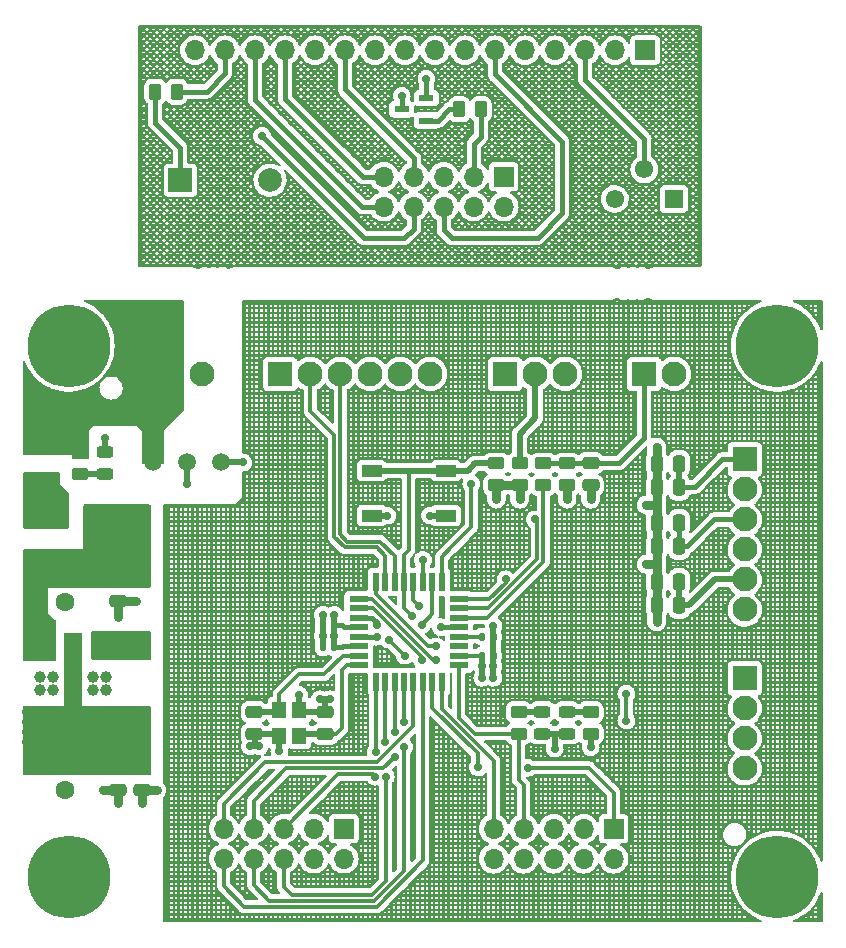
<source format=gbr>
%TF.GenerationSoftware,KiCad,Pcbnew,(6.0.6)*%
%TF.CreationDate,2022-12-21T22:14:54+09:00*%
%TF.ProjectId,SO2-GasSensor_DevelopmentKit_V1.0,534f322d-4761-4735-9365-6e736f725f44,rev?*%
%TF.SameCoordinates,Original*%
%TF.FileFunction,Copper,L1,Top*%
%TF.FilePolarity,Positive*%
%FSLAX46Y46*%
G04 Gerber Fmt 4.6, Leading zero omitted, Abs format (unit mm)*
G04 Created by KiCad (PCBNEW (6.0.6)) date 2022-12-21 22:14:54*
%MOMM*%
%LPD*%
G01*
G04 APERTURE LIST*
G04 Aperture macros list*
%AMRoundRect*
0 Rectangle with rounded corners*
0 $1 Rounding radius*
0 $2 $3 $4 $5 $6 $7 $8 $9 X,Y pos of 4 corners*
0 Add a 4 corners polygon primitive as box body*
4,1,4,$2,$3,$4,$5,$6,$7,$8,$9,$2,$3,0*
0 Add four circle primitives for the rounded corners*
1,1,$1+$1,$2,$3*
1,1,$1+$1,$4,$5*
1,1,$1+$1,$6,$7*
1,1,$1+$1,$8,$9*
0 Add four rect primitives between the rounded corners*
20,1,$1+$1,$2,$3,$4,$5,0*
20,1,$1+$1,$4,$5,$6,$7,0*
20,1,$1+$1,$6,$7,$8,$9,0*
20,1,$1+$1,$8,$9,$2,$3,0*%
G04 Aperture macros list end*
%TA.AperFunction,SMDPad,CuDef*%
%ADD10R,1.500000X2.200000*%
%TD*%
%TA.AperFunction,SMDPad,CuDef*%
%ADD11R,3.800000X2.200000*%
%TD*%
%TA.AperFunction,SMDPad,CuDef*%
%ADD12RoundRect,0.140000X-0.140000X-0.170000X0.140000X-0.170000X0.140000X0.170000X-0.140000X0.170000X0*%
%TD*%
%TA.AperFunction,ComponentPad*%
%ADD13R,2.100000X2.100000*%
%TD*%
%TA.AperFunction,ComponentPad*%
%ADD14C,2.100000*%
%TD*%
%TA.AperFunction,SMDPad,CuDef*%
%ADD15RoundRect,0.250000X0.450000X-0.262500X0.450000X0.262500X-0.450000X0.262500X-0.450000X-0.262500X0*%
%TD*%
%TA.AperFunction,SMDPad,CuDef*%
%ADD16RoundRect,0.243750X0.456250X-0.243750X0.456250X0.243750X-0.456250X0.243750X-0.456250X-0.243750X0*%
%TD*%
%TA.AperFunction,SMDPad,CuDef*%
%ADD17RoundRect,0.250000X-0.475000X0.250000X-0.475000X-0.250000X0.475000X-0.250000X0.475000X0.250000X0*%
%TD*%
%TA.AperFunction,SMDPad,CuDef*%
%ADD18RoundRect,0.140000X0.140000X0.170000X-0.140000X0.170000X-0.140000X-0.170000X0.140000X-0.170000X0*%
%TD*%
%TA.AperFunction,SMDPad,CuDef*%
%ADD19RoundRect,0.250000X0.250000X0.475000X-0.250000X0.475000X-0.250000X-0.475000X0.250000X-0.475000X0*%
%TD*%
%TA.AperFunction,ComponentPad*%
%ADD20R,1.700000X1.700000*%
%TD*%
%TA.AperFunction,ComponentPad*%
%ADD21O,1.700000X1.700000*%
%TD*%
%TA.AperFunction,ComponentPad*%
%ADD22C,0.800000*%
%TD*%
%TA.AperFunction,ComponentPad*%
%ADD23C,7.000000*%
%TD*%
%TA.AperFunction,SMDPad,CuDef*%
%ADD24RoundRect,0.250000X-0.450000X0.262500X-0.450000X-0.262500X0.450000X-0.262500X0.450000X0.262500X0*%
%TD*%
%TA.AperFunction,SMDPad,CuDef*%
%ADD25RoundRect,0.250000X0.262500X0.450000X-0.262500X0.450000X-0.262500X-0.450000X0.262500X-0.450000X0*%
%TD*%
%TA.AperFunction,SMDPad,CuDef*%
%ADD26RoundRect,0.250000X-0.262500X-0.450000X0.262500X-0.450000X0.262500X0.450000X-0.262500X0.450000X0*%
%TD*%
%TA.AperFunction,SMDPad,CuDef*%
%ADD27R,1.300000X0.600000*%
%TD*%
%TA.AperFunction,SMDPad,CuDef*%
%ADD28R,1.200000X1.400000*%
%TD*%
%TA.AperFunction,ComponentPad*%
%ADD29R,1.600000X1.600000*%
%TD*%
%TA.AperFunction,ComponentPad*%
%ADD30C,1.600000*%
%TD*%
%TA.AperFunction,SMDPad,CuDef*%
%ADD31RoundRect,0.243750X-0.456250X0.243750X-0.456250X-0.243750X0.456250X-0.243750X0.456250X0.243750X0*%
%TD*%
%TA.AperFunction,SMDPad,CuDef*%
%ADD32C,1.500000*%
%TD*%
%TA.AperFunction,SMDPad,CuDef*%
%ADD33R,1.600000X0.550000*%
%TD*%
%TA.AperFunction,SMDPad,CuDef*%
%ADD34R,0.550000X1.600000*%
%TD*%
%TA.AperFunction,ComponentPad*%
%ADD35R,1.550000X1.550000*%
%TD*%
%TA.AperFunction,ComponentPad*%
%ADD36C,1.550000*%
%TD*%
%TA.AperFunction,SMDPad,CuDef*%
%ADD37R,2.500000X1.800000*%
%TD*%
%TA.AperFunction,SMDPad,CuDef*%
%ADD38R,1.700000X1.000000*%
%TD*%
%TA.AperFunction,SMDPad,CuDef*%
%ADD39RoundRect,0.250000X0.625000X-0.375000X0.625000X0.375000X-0.625000X0.375000X-0.625000X-0.375000X0*%
%TD*%
%TA.AperFunction,SMDPad,CuDef*%
%ADD40RoundRect,0.250000X0.475000X-0.250000X0.475000X0.250000X-0.475000X0.250000X-0.475000X-0.250000X0*%
%TD*%
%TA.AperFunction,ComponentPad*%
%ADD41R,2.000000X2.000000*%
%TD*%
%TA.AperFunction,ComponentPad*%
%ADD42C,2.000000*%
%TD*%
%TA.AperFunction,ViaPad*%
%ADD43C,1.000000*%
%TD*%
%TA.AperFunction,ViaPad*%
%ADD44C,0.700000*%
%TD*%
%TA.AperFunction,Conductor*%
%ADD45C,0.400000*%
%TD*%
%TA.AperFunction,Conductor*%
%ADD46C,0.500000*%
%TD*%
%TA.AperFunction,Conductor*%
%ADD47C,0.800000*%
%TD*%
%TA.AperFunction,Conductor*%
%ADD48C,0.300000*%
%TD*%
%TA.AperFunction,Conductor*%
%ADD49C,1.500000*%
%TD*%
G04 APERTURE END LIST*
D10*
%TO.P,U1,1,ADJ/GND*%
%TO.N,GND*%
X33700000Y-147950000D03*
%TO.P,U1,2,OUT*%
%TO.N,VCC*%
X31400000Y-147950000D03*
%TO.P,U1,3,IN*%
%TO.N,Net-(C1-Pad1)*%
X29100000Y-147950000D03*
D11*
%TO.P,U1,4,OUT*%
%TO.N,VCC*%
X31400000Y-154250000D03*
%TD*%
D12*
%TO.P,C6,1*%
%TO.N,/AREF*%
X66020000Y-147150000D03*
%TO.P,C6,2*%
%TO.N,GND*%
X66980000Y-147150000D03*
%TD*%
D13*
%TO.P,J5,1,Pin_1*%
%TO.N,VCC*%
X67960000Y-124900000D03*
D14*
%TO.P,J5,2,Pin_2*%
%TO.N,/EXT_SW*%
X70500000Y-124900000D03*
%TO.P,J5,3,Pin_3*%
%TO.N,GND*%
X73040000Y-124900000D03*
%TD*%
D15*
%TO.P,R6,1*%
%TO.N,/SCK*%
X69100000Y-155362500D03*
%TO.P,R6,2*%
%TO.N,Net-(D4-Pad2)*%
X69100000Y-153537500D03*
%TD*%
D16*
%TO.P,D4,1,K*%
%TO.N,GND*%
X71100000Y-155367500D03*
%TO.P,D4,2,A*%
%TO.N,Net-(D4-Pad2)*%
X71100000Y-153492500D03*
%TD*%
D17*
%TO.P,C10,1*%
%TO.N,/XTAL1*%
X46700000Y-153500000D03*
%TO.P,C10,2*%
%TO.N,GND*%
X46700000Y-155400000D03*
%TD*%
D18*
%TO.P,C8,1*%
%TO.N,VCC*%
X53500000Y-148050000D03*
%TO.P,C8,2*%
%TO.N,GND*%
X52540000Y-148050000D03*
%TD*%
D19*
%TO.P,C17,1*%
%TO.N,/OP1*%
X82700000Y-137500000D03*
%TO.P,C17,2*%
%TO.N,GND*%
X80800000Y-137500000D03*
%TD*%
D15*
%TO.P,R7,1*%
%TO.N,VCC*%
X67200000Y-134312500D03*
%TO.P,R7,2*%
%TO.N,/RST*%
X67200000Y-132487500D03*
%TD*%
D20*
%TO.P,J1,1,Pin_1*%
%TO.N,GND*%
X54300000Y-163400000D03*
D21*
%TO.P,J1,2,Pin_2*%
%TO.N,VCC*%
X54300000Y-165940000D03*
%TO.P,J1,3,Pin_3*%
%TO.N,/LCD_BU*%
X51760000Y-163400000D03*
%TO.P,J1,4,Pin_4*%
%TO.N,unconnected-(J1-Pad4)*%
X51760000Y-165940000D03*
%TO.P,J1,5,Pin_5*%
%TO.N,/LCD_RS*%
X49220000Y-163400000D03*
%TO.P,J1,6,Pin_6*%
%TO.N,/LCD_EN*%
X49220000Y-165940000D03*
%TO.P,J1,7,Pin_7*%
%TO.N,/LCD_D4*%
X46680000Y-163400000D03*
%TO.P,J1,8,Pin_8*%
%TO.N,/LCD_D5*%
X46680000Y-165940000D03*
%TO.P,J1,9,Pin_9*%
%TO.N,/LCD_D6*%
X44140000Y-163400000D03*
%TO.P,J1,10,Pin_10*%
%TO.N,/LCD_D7*%
X44140000Y-165940000D03*
%TD*%
D22*
%TO.P,H4,1,1*%
%TO.N,unconnected-(H4-Pad1)*%
X89143845Y-120643845D03*
D23*
X91000000Y-122500000D03*
D22*
X92856155Y-120643845D03*
X88375000Y-122500000D03*
X93625000Y-122500000D03*
X92856155Y-124356155D03*
X89143845Y-124356155D03*
X91000000Y-125125000D03*
X91000000Y-119875000D03*
%TD*%
D13*
%TO.P,J4,1,Pin_1*%
%TO.N,unconnected-(J4-Pad1)*%
X48920000Y-124900000D03*
D14*
%TO.P,J4,2,Pin_2*%
%TO.N,/RX*%
X51460000Y-124900000D03*
%TO.P,J4,3,Pin_3*%
%TO.N,/TX*%
X54000000Y-124900000D03*
%TO.P,J4,4,Pin_4*%
%TO.N,VCC*%
X56540000Y-124900000D03*
%TO.P,J4,5,Pin_5*%
%TO.N,unconnected-(J4-Pad5)*%
X59080000Y-124900000D03*
%TO.P,J4,6,Pin_6*%
%TO.N,GND*%
X61620000Y-124900000D03*
%TD*%
D24*
%TO.P,R1,1*%
%TO.N,VBUS*%
X32000000Y-131537500D03*
%TO.P,R1,2*%
%TO.N,Net-(D2-Pad2)*%
X32000000Y-133362500D03*
%TD*%
D25*
%TO.P,R9,1*%
%TO.N,Net-(J10-Pad15)*%
X40162500Y-101000000D03*
%TO.P,R9,2*%
%TO.N,VDD*%
X38337500Y-101000000D03*
%TD*%
D20*
%TO.P,J9,1,Pin_1*%
%TO.N,GND1*%
X67840000Y-108200000D03*
D21*
%TO.P,J9,2,Pin_2*%
%TO.N,VDD*%
X67840000Y-110740000D03*
%TO.P,J9,3,Pin_3*%
%TO.N,/BU*%
X65300000Y-108200000D03*
%TO.P,J9,4,Pin_4*%
%TO.N,unconnected-(J9-Pad4)*%
X65300000Y-110740000D03*
%TO.P,J9,5,Pin_5*%
%TO.N,/RS*%
X62760000Y-108200000D03*
%TO.P,J9,6,Pin_6*%
%TO.N,/EN*%
X62760000Y-110740000D03*
%TO.P,J9,7,Pin_7*%
%TO.N,/D4*%
X60220000Y-108200000D03*
%TO.P,J9,8,Pin_8*%
%TO.N,/D5*%
X60220000Y-110740000D03*
%TO.P,J9,9,Pin_9*%
%TO.N,/D6*%
X57680000Y-108200000D03*
%TO.P,J9,10,Pin_10*%
%TO.N,/D7*%
X57680000Y-110740000D03*
%TD*%
D22*
%TO.P,H1,1,1*%
%TO.N,unconnected-(H1-Pad1)*%
X31000000Y-119875000D03*
X33625000Y-122500000D03*
X29143845Y-120643845D03*
X32856155Y-120643845D03*
X32856155Y-124356155D03*
X31000000Y-125125000D03*
D23*
X31000000Y-122500000D03*
D22*
X28375000Y-122500000D03*
X29143845Y-124356155D03*
%TD*%
D26*
%TO.P,R8,1*%
%TO.N,Net-(Q1-Pad1)*%
X64087500Y-102500000D03*
%TO.P,R8,2*%
%TO.N,/BU*%
X65912500Y-102500000D03*
%TD*%
D27*
%TO.P,Q1,1,B*%
%TO.N,Net-(Q1-Pad1)*%
X61300000Y-103450000D03*
%TO.P,Q1,2,E*%
%TO.N,GND1*%
X61300000Y-101550000D03*
%TO.P,Q1,3,C*%
%TO.N,Net-(BZ1-Pad2)*%
X59200000Y-102500000D03*
%TD*%
D17*
%TO.P,C2,1*%
%TO.N,Net-(C1-Pad1)*%
X35200000Y-142250000D03*
%TO.P,C2,2*%
%TO.N,GND*%
X35200000Y-144150000D03*
%TD*%
D28*
%TO.P,Y1,1,1*%
%TO.N,/XTAL1*%
X48850000Y-153350000D03*
%TO.P,Y1,2,2*%
%TO.N,GND*%
X48850000Y-155550000D03*
%TO.P,Y1,3,3*%
%TO.N,/XTAL2*%
X50550000Y-155550000D03*
%TO.P,Y1,4,4*%
%TO.N,GND*%
X50550000Y-153350000D03*
%TD*%
D17*
%TO.P,C12,1*%
%TO.N,Net-(C12-Pad1)*%
X75200000Y-132450000D03*
%TO.P,C12,2*%
%TO.N,GND*%
X75200000Y-134350000D03*
%TD*%
D29*
%TO.P,C3,1*%
%TO.N,VCC*%
X30700000Y-158100000D03*
D30*
%TO.P,C3,2*%
%TO.N,GND*%
X30700000Y-160100000D03*
%TD*%
D12*
%TO.P,C9,1*%
%TO.N,VCC*%
X66020000Y-148750000D03*
%TO.P,C9,2*%
%TO.N,GND*%
X66980000Y-148750000D03*
%TD*%
D19*
%TO.P,C16,1*%
%TO.N,/OP2*%
X82700000Y-144500000D03*
%TO.P,C16,2*%
%TO.N,GND*%
X80800000Y-144500000D03*
%TD*%
D13*
%TO.P,J2,1,Pin_1*%
%TO.N,VBUS*%
X39750000Y-124900000D03*
D14*
%TO.P,J2,2,Pin_2*%
%TO.N,GND*%
X42290000Y-124900000D03*
%TD*%
D18*
%TO.P,C7,1*%
%TO.N,VCC*%
X53500000Y-146200000D03*
%TO.P,C7,2*%
%TO.N,GND*%
X52540000Y-146200000D03*
%TD*%
D31*
%TO.P,D2,1,K*%
%TO.N,GND*%
X34100000Y-131532500D03*
%TO.P,D2,2,A*%
%TO.N,Net-(D2-Pad2)*%
X34100000Y-133407500D03*
%TD*%
D32*
%TO.P,TP3,1,1*%
%TO.N,GND*%
X41000000Y-132400000D03*
%TD*%
D20*
%TO.P,J6,1,Pin_1*%
%TO.N,/MOSI*%
X77150000Y-163410000D03*
D21*
%TO.P,J6,2,Pin_2*%
%TO.N,VCC*%
X77150000Y-165950000D03*
%TO.P,J6,3,Pin_3*%
%TO.N,/CS*%
X74610000Y-163410000D03*
%TO.P,J6,4,Pin_4*%
%TO.N,GND*%
X74610000Y-165950000D03*
%TO.P,J6,5,Pin_5*%
%TO.N,/RST*%
X72070000Y-163410000D03*
%TO.P,J6,6,Pin_6*%
%TO.N,GND*%
X72070000Y-165950000D03*
%TO.P,J6,7,Pin_7*%
%TO.N,/SCK*%
X69530000Y-163410000D03*
%TO.P,J6,8,Pin_8*%
%TO.N,GND*%
X69530000Y-165950000D03*
%TO.P,J6,9,Pin_9*%
%TO.N,/MISO*%
X66990000Y-163410000D03*
%TO.P,J6,10,Pin_10*%
%TO.N,GND*%
X66990000Y-165950000D03*
%TD*%
D17*
%TO.P,C4,1*%
%TO.N,VCC*%
X35200000Y-158250000D03*
%TO.P,C4,2*%
%TO.N,GND*%
X35200000Y-160150000D03*
%TD*%
D15*
%TO.P,R3,1*%
%TO.N,VCC*%
X73200000Y-134312500D03*
%TO.P,R3,2*%
%TO.N,Net-(C12-Pad1)*%
X73200000Y-132487500D03*
%TD*%
%TO.P,R2,1*%
%TO.N,VCC*%
X75200000Y-155362500D03*
%TO.P,R2,2*%
%TO.N,Net-(D3-Pad2)*%
X75200000Y-153537500D03*
%TD*%
D13*
%TO.P,J7,1,Pin_1*%
%TO.N,VCC*%
X88250000Y-132150000D03*
D14*
%TO.P,J7,2,Pin_2*%
%TO.N,GND*%
X88250000Y-134690000D03*
%TO.P,J7,3,Pin_3*%
%TO.N,/OP1*%
X88250000Y-137230000D03*
%TO.P,J7,4,Pin_4*%
%TO.N,GND*%
X88250000Y-139770000D03*
%TO.P,J7,5,Pin_5*%
%TO.N,/OP2*%
X88250000Y-142310000D03*
%TO.P,J7,6,Pin_6*%
%TO.N,GND*%
X88250000Y-144850000D03*
%TD*%
D33*
%TO.P,U2,1,PCINT19/OC2B/INT1/PD3*%
%TO.N,/SRX*%
X55550000Y-143950000D03*
%TO.P,U2,2,PCINT20/XCK/T0/PD4*%
%TO.N,/CS*%
X55550000Y-144750000D03*
%TO.P,U2,3,GND*%
%TO.N,GND*%
X55550000Y-145550000D03*
%TO.P,U2,4,V+*%
%TO.N,VCC*%
X55550000Y-146350000D03*
%TO.P,U2,5,GND*%
%TO.N,GND*%
X55550000Y-147150000D03*
%TO.P,U2,6,V+*%
%TO.N,VCC*%
X55550000Y-147950000D03*
%TO.P,U2,7,PCINT6/XTAL1/TOSC1/PB6*%
%TO.N,/XTAL1*%
X55550000Y-148750000D03*
%TO.P,U2,8,PCINT7/XTAL2/TOSC2/PB7*%
%TO.N,/XTAL2*%
X55550000Y-149550000D03*
D34*
%TO.P,U2,9,PCINT21/OC0B/T1/PD5*%
%TO.N,/LCD_RS*%
X57000000Y-151000000D03*
%TO.P,U2,10,PCINT22/OC0A/AIN0/PD6*%
%TO.N,/LCD_EN*%
X57800000Y-151000000D03*
%TO.P,U2,11,PCINT23/AIN1/PD7*%
%TO.N,/LCD_D4*%
X58600000Y-151000000D03*
%TO.P,U2,12,PCINT0/CLKO/ICP1/PB0*%
%TO.N,/LCD_D5*%
X59400000Y-151000000D03*
%TO.P,U2,13,PCINT1/OC1A/PB1*%
%TO.N,/LCD_D6*%
X60200000Y-151000000D03*
%TO.P,U2,14,PCINT2/~{SS}/OC1B/PB2*%
%TO.N,/LCD_D7*%
X61000000Y-151000000D03*
%TO.P,U2,15,PCINT3/OC2A/MOSI/PB3*%
%TO.N,/MOSI*%
X61800000Y-151000000D03*
%TO.P,U2,16,PCINT4/MISO/PB4*%
%TO.N,/MISO*%
X62600000Y-151000000D03*
D33*
%TO.P,U2,17,SCK/PCINT5/PB5*%
%TO.N,/SCK*%
X64050000Y-149550000D03*
%TO.P,U2,18,VA*%
%TO.N,VCC*%
X64050000Y-148750000D03*
%TO.P,U2,19,ADC6*%
%TO.N,unconnected-(U2-Pad19)*%
X64050000Y-147950000D03*
%TO.P,U2,20,AREF*%
%TO.N,/AREF*%
X64050000Y-147150000D03*
%TO.P,U2,21,GND*%
%TO.N,GND*%
X64050000Y-146350000D03*
%TO.P,U2,22,ADC7*%
%TO.N,/TH1*%
X64050000Y-145550000D03*
%TO.P,U2,23,ADC0/PCINT8/PC0*%
%TO.N,/OP1*%
X64050000Y-144750000D03*
%TO.P,U2,24,ADC1/PCINT9/PC1*%
%TO.N,/OP2*%
X64050000Y-143950000D03*
D34*
%TO.P,U2,25,ADC2/PCINT10/PC2*%
%TO.N,/EXT_SW*%
X62600000Y-142500000D03*
%TO.P,U2,26,ADC3/PCINT11/PC3*%
%TO.N,/LCD_BU*%
X61800000Y-142500000D03*
%TO.P,U2,27,ADC4/SDA/PCINT12/PC4*%
%TO.N,/SDA*%
X61000000Y-142500000D03*
%TO.P,U2,28,ADC5/SCL/PCINT13/PC5*%
%TO.N,/SCL*%
X60200000Y-142500000D03*
%TO.P,U2,29,~{RST}/PCINT14/PC6*%
%TO.N,/RST*%
X59400000Y-142500000D03*
%TO.P,U2,30,RXD/PCINT16/PD0*%
%TO.N,/TX*%
X58600000Y-142500000D03*
%TO.P,U2,31,TXD/PCINT17/PD1*%
%TO.N,/RX*%
X57800000Y-142500000D03*
%TO.P,U2,32,INT0/PCINT18/PD2*%
%TO.N,/STX*%
X57000000Y-142500000D03*
%TD*%
D35*
%TO.P,RV1,1,1*%
%TO.N,GND1*%
X82250000Y-110090000D03*
D36*
%TO.P,RV1,2,2*%
%TO.N,Net-(J10-Pad3)*%
X79750000Y-107590000D03*
%TO.P,RV1,3,3*%
%TO.N,VDD*%
X77250000Y-110090000D03*
%TD*%
D37*
%TO.P,D1,1,K*%
%TO.N,Net-(C1-Pad1)*%
X33600000Y-136950000D03*
%TO.P,D1,2,A*%
%TO.N,Net-(D1-Pad2)*%
X29600000Y-136950000D03*
%TD*%
D19*
%TO.P,C14,1*%
%TO.N,/OP1*%
X82700000Y-139500000D03*
%TO.P,C14,2*%
%TO.N,GND*%
X80800000Y-139500000D03*
%TD*%
D32*
%TO.P,TP1,1,1*%
%TO.N,VCC*%
X43900000Y-132400000D03*
%TD*%
D19*
%TO.P,C15,1*%
%TO.N,VCC*%
X82700000Y-134500000D03*
%TO.P,C15,2*%
%TO.N,GND*%
X80800000Y-134500000D03*
%TD*%
D13*
%TO.P,J8,1,Pin_1*%
%TO.N,/D_T*%
X88250000Y-150685000D03*
D14*
%TO.P,J8,2,Pin_2*%
%TO.N,/C_R*%
X88250000Y-153225000D03*
%TO.P,J8,3,Pin_3*%
%TO.N,GND*%
X88250000Y-155765000D03*
%TO.P,J8,4,Pin_4*%
%TO.N,VCC*%
X88250000Y-158305000D03*
%TD*%
D38*
%TO.P,S1,1*%
%TO.N,/RST*%
X56650000Y-133100000D03*
X62950000Y-133100000D03*
%TO.P,S1,2*%
%TO.N,GND*%
X56650000Y-136900000D03*
X62950000Y-136900000D03*
%TD*%
D20*
%TO.P,J10,1,Pin_1*%
%TO.N,GND1*%
X79810000Y-97500000D03*
D21*
%TO.P,J10,2,Pin_2*%
%TO.N,VDD*%
X77270000Y-97500000D03*
%TO.P,J10,3,Pin_3*%
%TO.N,Net-(J10-Pad3)*%
X74730000Y-97500000D03*
%TO.P,J10,4,Pin_4*%
%TO.N,/RS*%
X72190000Y-97500000D03*
%TO.P,J10,5,Pin_5*%
%TO.N,GND1*%
X69650000Y-97500000D03*
%TO.P,J10,6,Pin_6*%
%TO.N,/EN*%
X67110000Y-97500000D03*
%TO.P,J10,7,Pin_7*%
%TO.N,unconnected-(J10-Pad7)*%
X64570000Y-97500000D03*
%TO.P,J10,8,Pin_8*%
%TO.N,unconnected-(J10-Pad8)*%
X62030000Y-97500000D03*
%TO.P,J10,9,Pin_9*%
%TO.N,unconnected-(J10-Pad9)*%
X59490000Y-97500000D03*
%TO.P,J10,10,Pin_10*%
%TO.N,unconnected-(J10-Pad10)*%
X56950000Y-97500000D03*
%TO.P,J10,11,Pin_11*%
%TO.N,/D4*%
X54410000Y-97500000D03*
%TO.P,J10,12,Pin_12*%
%TO.N,/D5*%
X51870000Y-97500000D03*
%TO.P,J10,13,Pin_13*%
%TO.N,/D6*%
X49330000Y-97500000D03*
%TO.P,J10,14,Pin_14*%
%TO.N,/D7*%
X46790000Y-97500000D03*
%TO.P,J10,15,Pin_15*%
%TO.N,Net-(J10-Pad15)*%
X44250000Y-97500000D03*
%TO.P,J10,16,Pin_16*%
%TO.N,GND1*%
X41710000Y-97500000D03*
%TD*%
D39*
%TO.P,F1,1*%
%TO.N,Net-(D1-Pad2)*%
X29300000Y-133850000D03*
%TO.P,F1,2*%
%TO.N,VBUS*%
X29300000Y-131050000D03*
%TD*%
D40*
%TO.P,C11,1*%
%TO.N,/XTAL2*%
X52700000Y-155400000D03*
%TO.P,C11,2*%
%TO.N,GND*%
X52700000Y-153500000D03*
%TD*%
D29*
%TO.P,C1,1*%
%TO.N,Net-(C1-Pad1)*%
X30700000Y-142200000D03*
D30*
%TO.P,C1,2*%
%TO.N,GND*%
X30700000Y-144200000D03*
%TD*%
D41*
%TO.P,BZ1,1,-*%
%TO.N,VDD*%
X40450000Y-108500000D03*
D42*
%TO.P,BZ1,2,+*%
%TO.N,Net-(BZ1-Pad2)*%
X48050000Y-108500000D03*
%TD*%
D16*
%TO.P,D3,1,K*%
%TO.N,GND*%
X73200000Y-155367500D03*
%TO.P,D3,2,A*%
%TO.N,Net-(D3-Pad2)*%
X73200000Y-153492500D03*
%TD*%
D22*
%TO.P,H2,1,1*%
%TO.N,unconnected-(H2-Pad1)*%
X29143845Y-169356155D03*
X31000000Y-164875000D03*
X28375000Y-167500000D03*
X31000000Y-170125000D03*
X29143845Y-165643845D03*
X32856155Y-165643845D03*
X32856155Y-169356155D03*
X33625000Y-167500000D03*
D23*
X31000000Y-167500000D03*
%TD*%
D17*
%TO.P,C5,1*%
%TO.N,VCC*%
X37200000Y-158250000D03*
%TO.P,C5,2*%
%TO.N,GND*%
X37200000Y-160150000D03*
%TD*%
D24*
%TO.P,R4,1*%
%TO.N,Net-(C12-Pad1)*%
X71200000Y-132487500D03*
%TO.P,R4,2*%
%TO.N,/TH1*%
X71200000Y-134312500D03*
%TD*%
D32*
%TO.P,TP2,1,1*%
%TO.N,VBUS*%
X38150000Y-132400000D03*
%TD*%
D15*
%TO.P,R5,1*%
%TO.N,VCC*%
X69200000Y-134312500D03*
%TO.P,R5,2*%
%TO.N,/EXT_SW*%
X69200000Y-132487500D03*
%TD*%
D23*
%TO.P,H3,1,1*%
%TO.N,unconnected-(H3-Pad1)*%
X91000000Y-167500000D03*
D22*
X88375000Y-167500000D03*
X92856155Y-169356155D03*
X89143845Y-165643845D03*
X92856155Y-165643845D03*
X91000000Y-164875000D03*
X89143845Y-169356155D03*
X93625000Y-167500000D03*
X91000000Y-170125000D03*
%TD*%
D19*
%TO.P,C13,1*%
%TO.N,/OP2*%
X82700000Y-142500000D03*
%TO.P,C13,2*%
%TO.N,GND*%
X80800000Y-142500000D03*
%TD*%
%TO.P,C18,1*%
%TO.N,VCC*%
X82700000Y-132500000D03*
%TO.P,C18,2*%
%TO.N,GND*%
X80800000Y-132500000D03*
%TD*%
D13*
%TO.P,J3,1,Pin_1*%
%TO.N,Net-(C12-Pad1)*%
X79730000Y-124900000D03*
D14*
%TO.P,J3,2,Pin_2*%
%TO.N,GND*%
X82270000Y-124900000D03*
%TD*%
D43*
%TO.N,*%
X34200000Y-151700000D03*
X33100000Y-151700000D03*
X28600000Y-151700000D03*
X33100000Y-150600000D03*
X29700000Y-150600000D03*
X28600000Y-150600000D03*
X29700000Y-151700000D03*
X34200000Y-150600000D03*
D44*
%TO.N,Net-(BZ1-Pad2)*%
X59200000Y-101360000D03*
%TO.N,GND*%
X35200000Y-148700000D03*
X48850000Y-156850000D03*
X80800000Y-136000000D03*
X50500000Y-152050000D03*
X36000000Y-148700000D03*
X58000000Y-136900000D03*
X66975000Y-150625000D03*
X37600000Y-148700000D03*
X80800000Y-140990000D03*
X79900000Y-136000000D03*
X52550000Y-147100000D03*
X36000000Y-147100000D03*
X37200000Y-161250000D03*
X72150000Y-156625000D03*
X41000000Y-134200000D03*
X80800000Y-131100000D03*
X36800000Y-148700000D03*
X52300000Y-152450000D03*
X36000000Y-147900000D03*
X53100000Y-152450000D03*
X61600000Y-136900000D03*
X47150000Y-156450000D03*
X46350000Y-156450000D03*
X52550000Y-145300000D03*
X66975000Y-149675000D03*
X75200000Y-135500000D03*
X36800000Y-147100000D03*
X80800000Y-145900000D03*
X35200000Y-147900000D03*
X37600000Y-147100000D03*
X35200000Y-147100000D03*
X36750000Y-144150000D03*
X79900000Y-141000000D03*
X33925000Y-160150000D03*
X57075000Y-146150000D03*
X66975000Y-146225000D03*
X34100000Y-130300000D03*
X62525000Y-146350000D03*
X35200000Y-145450000D03*
X38475000Y-160125000D03*
X37600000Y-147900000D03*
X35200000Y-161250000D03*
X36800000Y-147900000D03*
X57075000Y-147150000D03*
%TO.N,VCC*%
X75200000Y-156525000D03*
X66025000Y-149675000D03*
X35700000Y-155200000D03*
X27400000Y-154350000D03*
X36550000Y-156900000D03*
X45775000Y-132400000D03*
X36550000Y-155200000D03*
X37400000Y-154350000D03*
X28250000Y-156050000D03*
X27400000Y-155200000D03*
X36550000Y-156050000D03*
X53500000Y-145300000D03*
X73200000Y-135500000D03*
X27400000Y-153500000D03*
X36550000Y-154350000D03*
X37400000Y-153500000D03*
X69200000Y-135500000D03*
X28250000Y-154350000D03*
X35700000Y-156900000D03*
X66025000Y-150625000D03*
X27400000Y-156050000D03*
X36550000Y-153500000D03*
X37400000Y-156050000D03*
X37400000Y-155200000D03*
X28250000Y-153500000D03*
X67200000Y-135500000D03*
X37400000Y-156900000D03*
X35700000Y-154350000D03*
X53500000Y-147100000D03*
X28250000Y-155200000D03*
X35700000Y-153500000D03*
X35700000Y-156050000D03*
%TO.N,/OP2*%
X68000000Y-142300000D03*
%TO.N,/OP1*%
X70480000Y-137230000D03*
%TO.N,/LCD_BU*%
X60925000Y-146150000D03*
%TO.N,/LCD_RS*%
X57000000Y-156900000D03*
X56950000Y-159000000D03*
%TO.N,/LCD_EN*%
X57850000Y-159000000D03*
X57830378Y-156080378D03*
%TO.N,/LCD_D4*%
X58600000Y-157325000D03*
X58600000Y-155200000D03*
%TO.N,/LCD_D5*%
X59400000Y-154350000D03*
X59400000Y-156500000D03*
%TO.N,/EXT_SW*%
X65100000Y-134200000D03*
%TO.N,/MOSI*%
X69900000Y-158240000D03*
X65650000Y-158225000D03*
%TO.N,/CS*%
X60900000Y-149150000D03*
%TO.N,/RST*%
X58100000Y-147400000D03*
X60100000Y-145400000D03*
X59450000Y-148750000D03*
%TO.N,GND1*%
X61300000Y-99900000D03*
%TO.N,/D5*%
X47375000Y-104765000D03*
%TO.N,/SRX*%
X62100000Y-149100000D03*
%TO.N,/SCL*%
X60700000Y-144525000D03*
X78225000Y-154250000D03*
X78225000Y-151975000D03*
%TO.N,/STX*%
X62100000Y-147975000D03*
%TO.N,/SDA*%
X61000000Y-140675000D03*
%TD*%
D45*
%TO.N,VDD*%
X38337500Y-103637500D02*
X38337500Y-101000000D01*
X40450000Y-105750000D02*
X38337500Y-103637500D01*
X40450000Y-108500000D02*
X40450000Y-105750000D01*
%TO.N,Net-(BZ1-Pad2)*%
X59200000Y-101360000D02*
X59200000Y-102500000D01*
D46*
%TO.N,GND*%
X34100000Y-131532500D02*
X34100000Y-130300000D01*
X46750000Y-155450000D02*
X46700000Y-155400000D01*
D45*
X57075000Y-147150000D02*
X55550000Y-147150000D01*
D46*
X52700000Y-152450000D02*
X52300000Y-152450000D01*
X47150000Y-156450000D02*
X46750000Y-156450000D01*
X53100000Y-152450000D02*
X52700000Y-152450000D01*
X71100000Y-155367500D02*
X72157500Y-155367500D01*
X80800000Y-132500000D02*
X80800000Y-134450000D01*
D47*
X35200000Y-161250000D02*
X35200000Y-160150000D01*
D46*
X52550000Y-148040000D02*
X52540000Y-148050000D01*
D47*
X80800000Y-136000000D02*
X79900000Y-136000000D01*
D46*
X52700000Y-153500000D02*
X50700000Y-153500000D01*
D47*
X36750000Y-144150000D02*
X35200000Y-144150000D01*
D45*
X57075000Y-146150000D02*
X57075000Y-145950000D01*
D46*
X52550000Y-145300000D02*
X52550000Y-148040000D01*
X72157500Y-156617500D02*
X72157500Y-155367500D01*
X61600000Y-136900000D02*
X62950000Y-136900000D01*
D45*
X56675000Y-145550000D02*
X55550000Y-145550000D01*
D46*
X46700000Y-155400000D02*
X48700000Y-155400000D01*
D48*
X57050000Y-147150000D02*
X57075000Y-147125000D01*
D45*
X57075000Y-145950000D02*
X56675000Y-145550000D01*
X64050000Y-146350000D02*
X62525000Y-146350000D01*
D46*
X50500000Y-153300000D02*
X50500000Y-152100000D01*
X46750000Y-156450000D02*
X46750000Y-155450000D01*
X66975000Y-146225000D02*
X66975000Y-150625000D01*
D47*
X75200000Y-135500000D02*
X75200000Y-134350000D01*
D46*
X80800000Y-134450000D02*
X80850000Y-134500000D01*
D47*
X35200000Y-144150000D02*
X35200000Y-145450000D01*
D46*
X72150000Y-156625000D02*
X72157500Y-156617500D01*
X48700000Y-155400000D02*
X48850000Y-155550000D01*
D47*
X80800000Y-145900000D02*
X80800000Y-131100000D01*
X37200000Y-160150000D02*
X37200000Y-161250000D01*
X37225000Y-160125000D02*
X37200000Y-160150000D01*
D46*
X72157500Y-155367500D02*
X73200000Y-155367500D01*
X48850000Y-155550000D02*
X48850000Y-156850000D01*
D47*
X80790000Y-141000000D02*
X80800000Y-140990000D01*
D46*
X46750000Y-156450000D02*
X46350000Y-156450000D01*
D45*
X80800000Y-137500000D02*
X80800000Y-139500000D01*
D46*
X50550000Y-153350000D02*
X50500000Y-153300000D01*
X41000000Y-132400000D02*
X41000000Y-134200000D01*
D47*
X79900000Y-141000000D02*
X80790000Y-141000000D01*
D46*
X52700000Y-152450000D02*
X52700000Y-153500000D01*
D47*
X38475000Y-160125000D02*
X37225000Y-160125000D01*
D46*
X50700000Y-153500000D02*
X50550000Y-153350000D01*
D48*
X55550000Y-147150000D02*
X57050000Y-147150000D01*
D47*
X35200000Y-160150000D02*
X33925000Y-160150000D01*
D46*
X56650000Y-136900000D02*
X58000000Y-136900000D01*
D47*
%TO.N,VCC*%
X69200000Y-135500000D02*
X69200000Y-134312500D01*
D46*
X53500000Y-148050000D02*
X53500000Y-145300000D01*
D45*
X66025000Y-149550000D02*
X66025000Y-149800000D01*
X55550000Y-147950000D02*
X54250000Y-147950000D01*
D47*
X73200000Y-135500000D02*
X73200000Y-134312500D01*
D49*
X31400000Y-147950000D02*
X31400000Y-154250000D01*
D47*
X69200000Y-134312500D02*
X67200000Y-134312500D01*
D45*
X55550000Y-146350000D02*
X54300000Y-146350000D01*
D46*
X43900000Y-132400000D02*
X45775000Y-132400000D01*
D48*
X66020000Y-148750000D02*
X64050000Y-148750000D01*
D47*
X67200000Y-135500000D02*
X67200000Y-134312500D01*
D45*
X86350000Y-132150000D02*
X88250000Y-132150000D01*
X54150000Y-146200000D02*
X53500000Y-146200000D01*
X82700000Y-134500000D02*
X84000000Y-134500000D01*
D46*
X75200000Y-155362500D02*
X75200000Y-156525000D01*
D45*
X54250000Y-147950000D02*
X54150000Y-148050000D01*
X54150000Y-148050000D02*
X53500000Y-148050000D01*
D48*
X66020000Y-149545000D02*
X66025000Y-149550000D01*
D46*
X82700000Y-132500000D02*
X82700000Y-134450000D01*
X66025000Y-148755000D02*
X66020000Y-148750000D01*
D45*
X54300000Y-146350000D02*
X54150000Y-146200000D01*
X84000000Y-134500000D02*
X86350000Y-132150000D01*
D46*
X82700000Y-134450000D02*
X82750000Y-134500000D01*
X66025000Y-150625000D02*
X66025000Y-148755000D01*
D48*
%TO.N,/AREF*%
X64050000Y-147150000D02*
X66020000Y-147150000D01*
D46*
%TO.N,/XTAL1*%
X48700000Y-153500000D02*
X48850000Y-153350000D01*
X46700000Y-153500000D02*
X48700000Y-153500000D01*
D48*
X52650000Y-150350000D02*
X50500000Y-150350000D01*
X54250000Y-148750000D02*
X52650000Y-150350000D01*
X50500000Y-150350000D02*
X48850000Y-152000000D01*
X55550000Y-148750000D02*
X54250000Y-148750000D01*
X48850000Y-152000000D02*
X48850000Y-153350000D01*
%TO.N,/XTAL2*%
X53650000Y-155400000D02*
X54150000Y-154900000D01*
X54150000Y-154900000D02*
X54150000Y-149950000D01*
X54550000Y-149550000D02*
X55550000Y-149550000D01*
X52700000Y-155400000D02*
X53650000Y-155400000D01*
D46*
X52700000Y-155400000D02*
X50700000Y-155400000D01*
X50700000Y-155400000D02*
X50550000Y-155550000D01*
D48*
X54150000Y-149950000D02*
X54550000Y-149550000D01*
D46*
%TO.N,/OP2*%
X82700000Y-144500000D02*
X83500000Y-144500000D01*
X82700000Y-144500000D02*
X82700000Y-142500000D01*
D48*
X68000000Y-142585788D02*
X68000000Y-142300000D01*
X66635788Y-143950000D02*
X68000000Y-142585788D01*
D46*
X83500000Y-144500000D02*
X85690000Y-142310000D01*
X85690000Y-142310000D02*
X88250000Y-142310000D01*
D48*
X64050000Y-143950000D02*
X66635788Y-143950000D01*
D45*
%TO.N,/OP1*%
X82700000Y-137500000D02*
X82700000Y-139500000D01*
D48*
X70700000Y-137450000D02*
X70700000Y-140592894D01*
D45*
X85670000Y-137230000D02*
X88250000Y-137230000D01*
D48*
X70480000Y-137230000D02*
X70700000Y-137450000D01*
D45*
X82700000Y-139500000D02*
X83400000Y-139500000D01*
D48*
X70700000Y-140592894D02*
X66542894Y-144750000D01*
D45*
X83400000Y-139500000D02*
X85670000Y-137230000D01*
D48*
X66542894Y-144750000D02*
X64050000Y-144750000D01*
D46*
%TO.N,Net-(D2-Pad2)*%
X32000000Y-133362500D02*
X34055000Y-133362500D01*
X34055000Y-133362500D02*
X34100000Y-133407500D01*
%TO.N,Net-(D4-Pad2)*%
X71100000Y-153492500D02*
X69145000Y-153492500D01*
D48*
%TO.N,/LCD_BU*%
X61800000Y-145275000D02*
X60925000Y-146150000D01*
X61800000Y-142500000D02*
X61800000Y-145275000D01*
%TO.N,/LCD_RS*%
X53820000Y-158800000D02*
X49220000Y-163400000D01*
X56950497Y-159000000D02*
X56750497Y-158800000D01*
X56750497Y-158800000D02*
X53820000Y-158800000D01*
X57000000Y-156900000D02*
X57000000Y-151000000D01*
%TO.N,/LCD_EN*%
X57800000Y-156050000D02*
X57830378Y-156080378D01*
X49220000Y-165940000D02*
X49220000Y-168320000D01*
X49900000Y-169000000D02*
X56685788Y-169000000D01*
X56685788Y-169000000D02*
X57850000Y-167835788D01*
X49220000Y-168320000D02*
X49900000Y-169000000D01*
X57800000Y-151000000D02*
X57800000Y-156050000D01*
X57850000Y-167835788D02*
X57850000Y-159000000D01*
%TO.N,/LCD_D4*%
X58600000Y-155200000D02*
X58600000Y-151000000D01*
X46680000Y-161070000D02*
X46680000Y-163400000D01*
X57625000Y-158300000D02*
X49450000Y-158300000D01*
X49450000Y-158300000D02*
X46680000Y-161070000D01*
X58600000Y-157325000D02*
X57625000Y-158300000D01*
%TO.N,/LCD_D5*%
X59400000Y-154350000D02*
X59400000Y-151000000D01*
X56892894Y-169500000D02*
X59400000Y-166992894D01*
X46680000Y-165940000D02*
X46680000Y-168180000D01*
X59400000Y-166992894D02*
X59400000Y-156500000D01*
X46680000Y-168180000D02*
X48000000Y-169500000D01*
X48000000Y-169500000D02*
X56892894Y-169500000D01*
%TO.N,/LCD_D6*%
X47650000Y-157800000D02*
X57100000Y-157800000D01*
X44140000Y-163400000D02*
X44140000Y-161310000D01*
X60200000Y-154700000D02*
X60200000Y-151000000D01*
X57100000Y-157800000D02*
X60200000Y-154700000D01*
X44140000Y-161310000D02*
X47650000Y-157800000D01*
%TO.N,/LCD_D7*%
X44140000Y-165940000D02*
X44140000Y-168290000D01*
X44140000Y-168290000D02*
X45850000Y-170000000D01*
X61000000Y-166100000D02*
X61000000Y-151000000D01*
X45850000Y-170000000D02*
X57100000Y-170000000D01*
X57100000Y-170000000D02*
X61000000Y-166100000D01*
%TO.N,/RX*%
X54400000Y-139600000D02*
X57100000Y-139600000D01*
X53500000Y-130100000D02*
X53500000Y-138700000D01*
X51460000Y-124900000D02*
X51460000Y-128060000D01*
X57100000Y-139600000D02*
X57800000Y-140300000D01*
X51460000Y-128060000D02*
X53500000Y-130100000D01*
X57800000Y-140300000D02*
X57800000Y-142500000D01*
X53500000Y-138700000D02*
X54400000Y-139600000D01*
%TO.N,/TX*%
X54000000Y-138492894D02*
X54607106Y-139100000D01*
X54000000Y-138100000D02*
X54000000Y-138300000D01*
X57400000Y-139100000D02*
X58600000Y-140300000D01*
X58600000Y-140300000D02*
X58600000Y-142500000D01*
X54607106Y-139100000D02*
X57400000Y-139100000D01*
X54000000Y-136100000D02*
X54000000Y-138100000D01*
X54000000Y-136100000D02*
X54000000Y-124900000D01*
X54000000Y-138100000D02*
X54000000Y-138492894D01*
D46*
%TO.N,/EXT_SW*%
X69200000Y-129980000D02*
X70500000Y-128680000D01*
D48*
X62600000Y-140400000D02*
X63400000Y-139600000D01*
X62600000Y-142500000D02*
X62600000Y-140400000D01*
D46*
X69200000Y-132487500D02*
X69200000Y-129980000D01*
D48*
X65100000Y-137900000D02*
X65100000Y-134200000D01*
D46*
X70500000Y-124900000D02*
X70500000Y-128680000D01*
D48*
X63400000Y-139600000D02*
X65100000Y-137900000D01*
%TO.N,/MOSI*%
X75050000Y-158250000D02*
X77150000Y-160350000D01*
X61800000Y-153175000D02*
X65650000Y-157025000D01*
X61800000Y-151000000D02*
X61800000Y-153175000D01*
X65650000Y-157025000D02*
X65650000Y-158250000D01*
X77150000Y-160350000D02*
X77150000Y-163410000D01*
X69925000Y-158250000D02*
X75050000Y-158250000D01*
%TO.N,/CS*%
X56792894Y-144750000D02*
X60433947Y-148391053D01*
X60433947Y-148391053D02*
X60750000Y-148707106D01*
X60900000Y-148857106D02*
X60900000Y-149150000D01*
X60433947Y-148391053D02*
X60900000Y-148857106D01*
X55550000Y-144750000D02*
X56792894Y-144750000D01*
%TO.N,/RST*%
X58100000Y-147400000D02*
X59450000Y-148750000D01*
D46*
X62950000Y-133100000D02*
X59800000Y-133100000D01*
X65412500Y-132487500D02*
X67200000Y-132487500D01*
D48*
X59400000Y-144700000D02*
X60100000Y-145400000D01*
D46*
X62950000Y-133100000D02*
X64800000Y-133100000D01*
D48*
X59800000Y-139800000D02*
X59800000Y-133100000D01*
D46*
X59800000Y-133100000D02*
X56650000Y-133100000D01*
D48*
X59400000Y-142500000D02*
X59400000Y-144425000D01*
X59400000Y-140200000D02*
X59800000Y-139800000D01*
D46*
X64800000Y-133100000D02*
X65412500Y-132487500D01*
D48*
X59400000Y-142500000D02*
X59400000Y-140200000D01*
X59400000Y-142500000D02*
X59400000Y-144700000D01*
%TO.N,/SCK*%
X65401712Y-155362500D02*
X69100000Y-155362500D01*
X64050000Y-154010788D02*
X65401712Y-155362500D01*
X69530000Y-163410000D02*
X69530000Y-159705000D01*
X64050000Y-149550000D02*
X64050000Y-154010788D01*
X69100000Y-159275000D02*
X69100000Y-155362500D01*
X69530000Y-159705000D02*
X69100000Y-159275000D01*
%TO.N,/MISO*%
X62600000Y-153267894D02*
X66990000Y-157657894D01*
X66990000Y-157657894D02*
X66990000Y-163410000D01*
X62600000Y-151000000D02*
X62600000Y-153267894D01*
D45*
%TO.N,GND1*%
X61300000Y-101550000D02*
X61300000Y-99900000D01*
%TO.N,/BU*%
X65912500Y-104837500D02*
X65310000Y-105440000D01*
X65912500Y-102500000D02*
X65912500Y-104837500D01*
X65310000Y-105440000D02*
X65310000Y-108200000D01*
%TO.N,/EN*%
X70710000Y-113370000D02*
X72800000Y-111280000D01*
X63430000Y-113370000D02*
X70710000Y-113370000D01*
X67110000Y-99550000D02*
X67110000Y-97500000D01*
X72800000Y-105240000D02*
X67110000Y-99550000D01*
X72800000Y-111280000D02*
X72800000Y-105240000D01*
X62760000Y-112700000D02*
X63430000Y-113370000D01*
X62760000Y-110740000D02*
X62760000Y-112700000D01*
X67110000Y-99310000D02*
X67110000Y-97500000D01*
%TO.N,/D4*%
X60230000Y-106630000D02*
X54410000Y-100810000D01*
X54410000Y-100810000D02*
X54410000Y-97500000D01*
X60230000Y-108200000D02*
X60230000Y-106630000D01*
%TO.N,/D5*%
X56000000Y-113390000D02*
X47375000Y-104765000D01*
X59440000Y-113390000D02*
X56000000Y-113390000D01*
X60220000Y-110740000D02*
X60220000Y-112610000D01*
X60220000Y-112610000D02*
X59440000Y-113390000D01*
%TO.N,/D6*%
X57690000Y-108200000D02*
X55900000Y-108200000D01*
X55900000Y-108200000D02*
X49330000Y-101630000D01*
X49330000Y-101630000D02*
X49330000Y-97500000D01*
%TO.N,/D7*%
X55840000Y-110740000D02*
X46790000Y-101690000D01*
X57690000Y-110740000D02*
X55840000Y-110740000D01*
X46790000Y-101690000D02*
X46790000Y-97500000D01*
D48*
%TO.N,/SRX*%
X61850000Y-149100000D02*
X62100000Y-149100000D01*
X55550000Y-143950000D02*
X56700000Y-143950000D01*
X56700000Y-143950000D02*
X61850000Y-149100000D01*
%TO.N,/SCL*%
X78225000Y-151975000D02*
X78225000Y-154250000D01*
X60200000Y-142500000D02*
X60200000Y-144025000D01*
X60200000Y-144025000D02*
X60700000Y-144525000D01*
%TO.N,/STX*%
X57000000Y-143542894D02*
X60916053Y-147458947D01*
X60916053Y-147458947D02*
X61432106Y-147975000D01*
X61432106Y-147975000D02*
X62100000Y-147975000D01*
X60916053Y-147458947D02*
X61307106Y-147850000D01*
X57000000Y-142500000D02*
X57000000Y-143542894D01*
%TO.N,/SDA*%
X61000000Y-142500000D02*
X61000000Y-140675000D01*
D45*
%TO.N,Net-(Q1-Pad1)*%
X63250000Y-102500000D02*
X62300000Y-103450000D01*
X62300000Y-103450000D02*
X61300000Y-103450000D01*
X64087500Y-102500000D02*
X63250000Y-102500000D01*
D48*
%TO.N,/TH1*%
X66450000Y-145550000D02*
X64050000Y-145550000D01*
X71200000Y-140800000D02*
X66450000Y-145550000D01*
X71200000Y-134312500D02*
X71200000Y-140800000D01*
D45*
%TO.N,Net-(C12-Pad1)*%
X79730000Y-130320000D02*
X79730000Y-124900000D01*
X71200000Y-132487500D02*
X75162500Y-132487500D01*
X77600000Y-132450000D02*
X79730000Y-130320000D01*
X75200000Y-132450000D02*
X77600000Y-132450000D01*
X75162500Y-132487500D02*
X75200000Y-132450000D01*
%TO.N,Net-(J10-Pad15)*%
X44250000Y-99450000D02*
X42700000Y-101000000D01*
X44250000Y-97500000D02*
X44250000Y-99450000D01*
X42700000Y-101000000D02*
X40162500Y-101000000D01*
%TO.N,Net-(J10-Pad3)*%
X74730000Y-99980000D02*
X79750000Y-105000000D01*
X79750000Y-105000000D02*
X79750000Y-107590000D01*
X74730000Y-97500000D02*
X74730000Y-99980000D01*
D46*
%TO.N,Net-(D3-Pad2)*%
X75155000Y-153492500D02*
X75200000Y-153537500D01*
X73200000Y-153492500D02*
X75155000Y-153492500D01*
%TD*%
%TA.AperFunction,NonConductor*%
G36*
X53200950Y-97891230D02*
G01*
X53229086Y-97929954D01*
X53230425Y-97929330D01*
X53322898Y-98127638D01*
X53325379Y-98131181D01*
X53325380Y-98131183D01*
X53347151Y-98162275D01*
X53448402Y-98306877D01*
X53603123Y-98461598D01*
X53725302Y-98547149D01*
X53767284Y-98576545D01*
X53804106Y-98625410D01*
X53809500Y-98657641D01*
X53809500Y-100764151D01*
X53808653Y-100777072D01*
X53804318Y-100810000D01*
X53809500Y-100849361D01*
X53824956Y-100966762D01*
X53827440Y-100972759D01*
X53833750Y-100987992D01*
X53885464Y-101112841D01*
X53981718Y-101238282D01*
X53986871Y-101242236D01*
X54008064Y-101258498D01*
X54017801Y-101267036D01*
X59600504Y-106849739D01*
X59628281Y-106904256D01*
X59629500Y-106919743D01*
X59629500Y-107035358D01*
X59610593Y-107093549D01*
X59587285Y-107116453D01*
X59413123Y-107238402D01*
X59258402Y-107393123D01*
X59217961Y-107450879D01*
X59139016Y-107563625D01*
X59132898Y-107572362D01*
X59040425Y-107770670D01*
X59038868Y-107769944D01*
X59005360Y-107812832D01*
X58946545Y-107829697D01*
X58889050Y-107808770D01*
X58860914Y-107770046D01*
X58859575Y-107770670D01*
X58805478Y-107654659D01*
X58767102Y-107572362D01*
X58760985Y-107563625D01*
X58682039Y-107450879D01*
X58641598Y-107393123D01*
X58522222Y-107273747D01*
X58824138Y-107273747D01*
X58941788Y-107441769D01*
X58996573Y-107386984D01*
X59046557Y-107315599D01*
X58914422Y-107183464D01*
X58824138Y-107273747D01*
X58522222Y-107273747D01*
X58486877Y-107238402D01*
X58358013Y-107148170D01*
X58311184Y-107115380D01*
X58311182Y-107115379D01*
X58307639Y-107112898D01*
X58109330Y-107020425D01*
X58039728Y-107001775D01*
X58529011Y-107001775D01*
X58611917Y-107059827D01*
X58615428Y-107062403D01*
X58616811Y-107063465D01*
X58620149Y-107066144D01*
X58633369Y-107077236D01*
X58636610Y-107080078D01*
X58637897Y-107081257D01*
X58641027Y-107084252D01*
X58686616Y-107129841D01*
X58773707Y-107042749D01*
X59055137Y-107042749D01*
X59177806Y-107165419D01*
X59258973Y-107084252D01*
X59262103Y-107081257D01*
X59263390Y-107080078D01*
X59266631Y-107077236D01*
X59279851Y-107066144D01*
X59283216Y-107063444D01*
X59284600Y-107062382D01*
X59288084Y-107059827D01*
X59329139Y-107031081D01*
X59197972Y-106899914D01*
X59055137Y-107042749D01*
X58773707Y-107042749D01*
X58630872Y-106899914D01*
X58529011Y-107001775D01*
X58039728Y-107001775D01*
X57919403Y-106969534D01*
X57902154Y-106964912D01*
X57902152Y-106964912D01*
X57897977Y-106963793D01*
X57680000Y-106944723D01*
X57462023Y-106963793D01*
X57457848Y-106964912D01*
X57457846Y-106964912D01*
X57440597Y-106969534D01*
X57250670Y-107020425D01*
X57052362Y-107112898D01*
X57048819Y-107115379D01*
X57048817Y-107115380D01*
X57023713Y-107132958D01*
X56873123Y-107238402D01*
X56718402Y-107393123D01*
X56632274Y-107516127D01*
X56603456Y-107557284D01*
X56554592Y-107594106D01*
X56522360Y-107599500D01*
X56189743Y-107599500D01*
X56131552Y-107580593D01*
X56119739Y-107570504D01*
X55751661Y-107202426D01*
X56059961Y-107202426D01*
X56202797Y-107345262D01*
X56221759Y-107326299D01*
X56078924Y-107183464D01*
X56059961Y-107202426D01*
X55751661Y-107202426D01*
X55468111Y-106918876D01*
X55776411Y-106918876D01*
X55919247Y-107061712D01*
X55938209Y-107042749D01*
X56219639Y-107042749D01*
X56362474Y-107185584D01*
X56505309Y-107042749D01*
X56471992Y-107009432D01*
X56820056Y-107009432D01*
X56927323Y-106934323D01*
X56930879Y-106931946D01*
X56932350Y-106931008D01*
X56936080Y-106928743D01*
X56950233Y-106920573D01*
X56929574Y-106899914D01*
X56820056Y-107009432D01*
X56471992Y-107009432D01*
X56362474Y-106899914D01*
X56219639Y-107042749D01*
X55938209Y-107042749D01*
X55795374Y-106899914D01*
X55776411Y-106918876D01*
X55468111Y-106918876D01*
X55184561Y-106635326D01*
X55492861Y-106635326D01*
X55635697Y-106778162D01*
X55654660Y-106759200D01*
X55654659Y-106759199D01*
X55936089Y-106759199D01*
X56078924Y-106902034D01*
X56221759Y-106759199D01*
X56503189Y-106759199D01*
X56646024Y-106902034D01*
X56788859Y-106759199D01*
X57070288Y-106759199D01*
X57141762Y-106830674D01*
X57158539Y-106822851D01*
X57162459Y-106821125D01*
X57164070Y-106820457D01*
X57168126Y-106818879D01*
X57184342Y-106812976D01*
X57188435Y-106811586D01*
X57190100Y-106811061D01*
X57194248Y-106809852D01*
X57345955Y-106769202D01*
X57355958Y-106759199D01*
X58204488Y-106759199D01*
X58326401Y-106881112D01*
X58354939Y-106894419D01*
X58490158Y-106759199D01*
X58771587Y-106759199D01*
X58914422Y-106902034D01*
X59057257Y-106759199D01*
X58914422Y-106616364D01*
X58771587Y-106759199D01*
X58490158Y-106759199D01*
X58347323Y-106616364D01*
X58204488Y-106759199D01*
X57355958Y-106759199D01*
X57323901Y-106727142D01*
X57669445Y-106727142D01*
X57671372Y-106727100D01*
X57688628Y-106727100D01*
X57692941Y-106727194D01*
X57694684Y-106727270D01*
X57698999Y-106727553D01*
X57909859Y-106746000D01*
X57780223Y-106616364D01*
X57669445Y-106727142D01*
X57323901Y-106727142D01*
X57213123Y-106616364D01*
X57070288Y-106759199D01*
X56788859Y-106759199D01*
X56646024Y-106616364D01*
X56503189Y-106759199D01*
X56221759Y-106759199D01*
X56078924Y-106616364D01*
X55936089Y-106759199D01*
X55654659Y-106759199D01*
X55511824Y-106616364D01*
X55492861Y-106635326D01*
X55184561Y-106635326D01*
X54901012Y-106351777D01*
X55209312Y-106351777D01*
X55352147Y-106494612D01*
X55371110Y-106475649D01*
X55652539Y-106475649D01*
X55795374Y-106618484D01*
X55938209Y-106475649D01*
X56219639Y-106475649D01*
X56362474Y-106618484D01*
X56505309Y-106475649D01*
X56786739Y-106475649D01*
X56929574Y-106618484D01*
X57072409Y-106475649D01*
X57353838Y-106475649D01*
X57496673Y-106618484D01*
X57639508Y-106475649D01*
X57920938Y-106475649D01*
X58063773Y-106618484D01*
X58206608Y-106475649D01*
X58488037Y-106475649D01*
X58630872Y-106618484D01*
X58773707Y-106475649D01*
X58630872Y-106332814D01*
X58488037Y-106475649D01*
X58206608Y-106475649D01*
X58063773Y-106332814D01*
X57920938Y-106475649D01*
X57639508Y-106475649D01*
X57496673Y-106332814D01*
X57353838Y-106475649D01*
X57072409Y-106475649D01*
X56929574Y-106332814D01*
X56786739Y-106475649D01*
X56505309Y-106475649D01*
X56362474Y-106332814D01*
X56219639Y-106475649D01*
X55938209Y-106475649D01*
X55795374Y-106332814D01*
X55652539Y-106475649D01*
X55371110Y-106475649D01*
X55228275Y-106332814D01*
X55209312Y-106351777D01*
X54901012Y-106351777D01*
X54617462Y-106068227D01*
X54925762Y-106068227D01*
X55068597Y-106211062D01*
X55087559Y-106192100D01*
X55368989Y-106192100D01*
X55511824Y-106334934D01*
X55654659Y-106192099D01*
X55936089Y-106192099D01*
X56078924Y-106334934D01*
X56221759Y-106192099D01*
X56503189Y-106192099D01*
X56646024Y-106334934D01*
X56788859Y-106192100D01*
X57070288Y-106192100D01*
X57213123Y-106334934D01*
X57355958Y-106192099D01*
X57637388Y-106192099D01*
X57780223Y-106334934D01*
X57923058Y-106192099D01*
X58204488Y-106192099D01*
X58347323Y-106334934D01*
X58490158Y-106192100D01*
X58347322Y-106049264D01*
X58204488Y-106192099D01*
X57923058Y-106192099D01*
X57780223Y-106049264D01*
X57637388Y-106192099D01*
X57355958Y-106192099D01*
X57213124Y-106049264D01*
X57070288Y-106192100D01*
X56788859Y-106192100D01*
X56646023Y-106049264D01*
X56503189Y-106192099D01*
X56221759Y-106192099D01*
X56078924Y-106049264D01*
X55936089Y-106192099D01*
X55654659Y-106192099D01*
X55511825Y-106049264D01*
X55368989Y-106192100D01*
X55087559Y-106192100D01*
X55087560Y-106192099D01*
X54944725Y-106049264D01*
X54925762Y-106068227D01*
X54617462Y-106068227D01*
X54333912Y-105784677D01*
X54642212Y-105784677D01*
X54785047Y-105927512D01*
X54804010Y-105908549D01*
X55085440Y-105908549D01*
X55228275Y-106051384D01*
X55371110Y-105908550D01*
X55652539Y-105908550D01*
X55795374Y-106051384D01*
X55938209Y-105908549D01*
X56219639Y-105908549D01*
X56362474Y-106051384D01*
X56505309Y-105908549D01*
X56786739Y-105908549D01*
X56929574Y-106051384D01*
X57072409Y-105908550D01*
X57072408Y-105908549D01*
X57353838Y-105908549D01*
X57496673Y-106051384D01*
X57639508Y-105908549D01*
X57920938Y-105908549D01*
X58063773Y-106051384D01*
X58206608Y-105908549D01*
X58063773Y-105765714D01*
X57920938Y-105908549D01*
X57639508Y-105908549D01*
X57496673Y-105765714D01*
X57353838Y-105908549D01*
X57072408Y-105908549D01*
X56929573Y-105765714D01*
X56786739Y-105908549D01*
X56505309Y-105908549D01*
X56362474Y-105765714D01*
X56219639Y-105908549D01*
X55938209Y-105908549D01*
X55795375Y-105765714D01*
X55652539Y-105908550D01*
X55371110Y-105908550D01*
X55228274Y-105765714D01*
X55085440Y-105908549D01*
X54804010Y-105908549D01*
X54661175Y-105765714D01*
X54642212Y-105784677D01*
X54333912Y-105784677D01*
X54050362Y-105501127D01*
X54358662Y-105501127D01*
X54501498Y-105643963D01*
X54520460Y-105625000D01*
X54801890Y-105625000D01*
X54944725Y-105767835D01*
X55087560Y-105625000D01*
X55087559Y-105624999D01*
X55368989Y-105624999D01*
X55511825Y-105767835D01*
X55654659Y-105625000D01*
X55936089Y-105625000D01*
X56078924Y-105767835D01*
X56221759Y-105625000D01*
X56503189Y-105625000D01*
X56646023Y-105767835D01*
X56788859Y-105624999D01*
X57070288Y-105624999D01*
X57213124Y-105767835D01*
X57355958Y-105625000D01*
X57637388Y-105625000D01*
X57780223Y-105767835D01*
X57923058Y-105625000D01*
X57780223Y-105482165D01*
X57637388Y-105625000D01*
X57355958Y-105625000D01*
X57213123Y-105482165D01*
X57070288Y-105624999D01*
X56788859Y-105624999D01*
X56646024Y-105482165D01*
X56503189Y-105625000D01*
X56221759Y-105625000D01*
X56078924Y-105482165D01*
X55936089Y-105625000D01*
X55654659Y-105625000D01*
X55511824Y-105482165D01*
X55368989Y-105624999D01*
X55087559Y-105624999D01*
X54944725Y-105482165D01*
X54801890Y-105625000D01*
X54520460Y-105625000D01*
X54377625Y-105482165D01*
X54358662Y-105501127D01*
X54050362Y-105501127D01*
X53766812Y-105217577D01*
X54075112Y-105217577D01*
X54217948Y-105360413D01*
X54236911Y-105341451D01*
X54236910Y-105341450D01*
X54518340Y-105341450D01*
X54661175Y-105484285D01*
X54804010Y-105341450D01*
X55085440Y-105341450D01*
X55228275Y-105484285D01*
X55371110Y-105341450D01*
X55652539Y-105341450D01*
X55795374Y-105484285D01*
X55938209Y-105341450D01*
X56219639Y-105341450D01*
X56362474Y-105484285D01*
X56505309Y-105341450D01*
X56786739Y-105341450D01*
X56929574Y-105484285D01*
X57072409Y-105341450D01*
X57353838Y-105341450D01*
X57496673Y-105484285D01*
X57639508Y-105341450D01*
X57496673Y-105198615D01*
X57353838Y-105341450D01*
X57072409Y-105341450D01*
X56929574Y-105198615D01*
X56786739Y-105341450D01*
X56505309Y-105341450D01*
X56362474Y-105198615D01*
X56219639Y-105341450D01*
X55938209Y-105341450D01*
X55795374Y-105198615D01*
X55652539Y-105341450D01*
X55371110Y-105341450D01*
X55228275Y-105198615D01*
X55085440Y-105341450D01*
X54804010Y-105341450D01*
X54661175Y-105198615D01*
X54518340Y-105341450D01*
X54236910Y-105341450D01*
X54094075Y-105198615D01*
X54075112Y-105217577D01*
X53766812Y-105217577D01*
X53483263Y-104934028D01*
X53791563Y-104934028D01*
X53934398Y-105076863D01*
X53953361Y-105057900D01*
X54234790Y-105057900D01*
X54377625Y-105200735D01*
X54520460Y-105057900D01*
X54801890Y-105057900D01*
X54944725Y-105200735D01*
X55087560Y-105057900D01*
X55368989Y-105057900D01*
X55511824Y-105200735D01*
X55654659Y-105057900D01*
X55936089Y-105057900D01*
X56078924Y-105200735D01*
X56221759Y-105057900D01*
X56503189Y-105057900D01*
X56646024Y-105200735D01*
X56788859Y-105057900D01*
X57070288Y-105057900D01*
X57213123Y-105200735D01*
X57355958Y-105057900D01*
X57213123Y-104915065D01*
X57070288Y-105057900D01*
X56788859Y-105057900D01*
X56646024Y-104915065D01*
X56503189Y-105057900D01*
X56221759Y-105057900D01*
X56078924Y-104915065D01*
X55936089Y-105057900D01*
X55654659Y-105057900D01*
X55511824Y-104915065D01*
X55368989Y-105057900D01*
X55087560Y-105057900D01*
X54944725Y-104915065D01*
X54801890Y-105057900D01*
X54520460Y-105057900D01*
X54377625Y-104915065D01*
X54234790Y-105057900D01*
X53953361Y-105057900D01*
X53810526Y-104915065D01*
X53791563Y-104934028D01*
X53483263Y-104934028D01*
X53199713Y-104650478D01*
X53508013Y-104650478D01*
X53650848Y-104793313D01*
X53669811Y-104774350D01*
X53951240Y-104774350D01*
X54094075Y-104917185D01*
X54236910Y-104774350D01*
X54518340Y-104774350D01*
X54661175Y-104917185D01*
X54804010Y-104774350D01*
X55085440Y-104774350D01*
X55228275Y-104917185D01*
X55371110Y-104774350D01*
X55652539Y-104774350D01*
X55795374Y-104917185D01*
X55938209Y-104774350D01*
X56219639Y-104774350D01*
X56362474Y-104917185D01*
X56505309Y-104774350D01*
X56786739Y-104774350D01*
X56929574Y-104917185D01*
X57072409Y-104774350D01*
X56929574Y-104631515D01*
X56786739Y-104774350D01*
X56505309Y-104774350D01*
X56362474Y-104631515D01*
X56219639Y-104774350D01*
X55938209Y-104774350D01*
X55795374Y-104631515D01*
X55652539Y-104774350D01*
X55371110Y-104774350D01*
X55228275Y-104631515D01*
X55085440Y-104774350D01*
X54804010Y-104774350D01*
X54661175Y-104631515D01*
X54518340Y-104774350D01*
X54236910Y-104774350D01*
X54094075Y-104631515D01*
X53951240Y-104774350D01*
X53669811Y-104774350D01*
X53526976Y-104631515D01*
X53508013Y-104650478D01*
X53199713Y-104650478D01*
X52916163Y-104366928D01*
X53224463Y-104366928D01*
X53367298Y-104509763D01*
X53386261Y-104490800D01*
X53667691Y-104490800D01*
X53810526Y-104633635D01*
X53953361Y-104490801D01*
X53953360Y-104490800D01*
X54234790Y-104490800D01*
X54377625Y-104633635D01*
X54520460Y-104490800D01*
X54801890Y-104490800D01*
X54944725Y-104633635D01*
X55087559Y-104490801D01*
X55368989Y-104490801D01*
X55511824Y-104633635D01*
X55654659Y-104490800D01*
X55936089Y-104490800D01*
X56078924Y-104633635D01*
X56221759Y-104490800D01*
X56503189Y-104490800D01*
X56646024Y-104633635D01*
X56788859Y-104490801D01*
X56646023Y-104347965D01*
X56503189Y-104490800D01*
X56221759Y-104490800D01*
X56078924Y-104347965D01*
X55936089Y-104490800D01*
X55654659Y-104490800D01*
X55511825Y-104347965D01*
X55368989Y-104490801D01*
X55087559Y-104490801D01*
X55087560Y-104490800D01*
X54944725Y-104347965D01*
X54801890Y-104490800D01*
X54520460Y-104490800D01*
X54377625Y-104347965D01*
X54234790Y-104490800D01*
X53953360Y-104490800D01*
X53810525Y-104347965D01*
X53667691Y-104490800D01*
X53386261Y-104490800D01*
X53243426Y-104347965D01*
X53224463Y-104366928D01*
X52916163Y-104366928D01*
X52632613Y-104083378D01*
X52940913Y-104083378D01*
X53083749Y-104226214D01*
X53102711Y-104207251D01*
X53384141Y-104207251D01*
X53526975Y-104350086D01*
X53669811Y-104207250D01*
X53951240Y-104207250D01*
X54094076Y-104350086D01*
X54236910Y-104207251D01*
X54518340Y-104207251D01*
X54661175Y-104350086D01*
X54804010Y-104207251D01*
X55085440Y-104207251D01*
X55228274Y-104350086D01*
X55371110Y-104207250D01*
X55652539Y-104207250D01*
X55795375Y-104350086D01*
X55938209Y-104207251D01*
X56219639Y-104207251D01*
X56362474Y-104350086D01*
X56505309Y-104207251D01*
X56362474Y-104064416D01*
X56219639Y-104207251D01*
X55938209Y-104207251D01*
X55795374Y-104064416D01*
X55652539Y-104207250D01*
X55371110Y-104207250D01*
X55228275Y-104064416D01*
X55085440Y-104207251D01*
X54804010Y-104207251D01*
X54661175Y-104064416D01*
X54518340Y-104207251D01*
X54236910Y-104207251D01*
X54094075Y-104064416D01*
X53951240Y-104207250D01*
X53669811Y-104207250D01*
X53526976Y-104064416D01*
X53384141Y-104207251D01*
X53102711Y-104207251D01*
X52959876Y-104064416D01*
X52940913Y-104083378D01*
X52632613Y-104083378D01*
X52349063Y-103799828D01*
X52657363Y-103799828D01*
X52800199Y-103942664D01*
X52819161Y-103923701D01*
X53100591Y-103923701D01*
X53243426Y-104066536D01*
X53386261Y-103923701D01*
X53667691Y-103923701D01*
X53810525Y-104066536D01*
X53953360Y-103923701D01*
X54234790Y-103923701D01*
X54377625Y-104066536D01*
X54520460Y-103923701D01*
X54801890Y-103923701D01*
X54944725Y-104066536D01*
X55087560Y-103923701D01*
X55087559Y-103923700D01*
X55368989Y-103923700D01*
X55511825Y-104066536D01*
X55654659Y-103923701D01*
X55936089Y-103923701D01*
X56078924Y-104066536D01*
X56221759Y-103923701D01*
X56078924Y-103780866D01*
X55936089Y-103923701D01*
X55654659Y-103923701D01*
X55511824Y-103780866D01*
X55368989Y-103923700D01*
X55087559Y-103923700D01*
X54944725Y-103780866D01*
X54801890Y-103923701D01*
X54520460Y-103923701D01*
X54377625Y-103780866D01*
X54234790Y-103923701D01*
X53953360Y-103923701D01*
X53953361Y-103923700D01*
X53810526Y-103780866D01*
X53667691Y-103923701D01*
X53386261Y-103923701D01*
X53243426Y-103780866D01*
X53100591Y-103923701D01*
X52819161Y-103923701D01*
X52676326Y-103780866D01*
X52657363Y-103799828D01*
X52349063Y-103799828D01*
X52065513Y-103516278D01*
X52373813Y-103516278D01*
X52516649Y-103659114D01*
X52535612Y-103640152D01*
X52535611Y-103640151D01*
X52817041Y-103640151D01*
X52959876Y-103782986D01*
X53102711Y-103640151D01*
X53384141Y-103640151D01*
X53526976Y-103782986D01*
X53669811Y-103640151D01*
X53951240Y-103640151D01*
X54094075Y-103782986D01*
X54236910Y-103640151D01*
X54518340Y-103640151D01*
X54661175Y-103782986D01*
X54804010Y-103640151D01*
X55085440Y-103640151D01*
X55228275Y-103782986D01*
X55371110Y-103640151D01*
X55652539Y-103640151D01*
X55795374Y-103782986D01*
X55938209Y-103640151D01*
X55795374Y-103497316D01*
X55652539Y-103640151D01*
X55371110Y-103640151D01*
X55228275Y-103497316D01*
X55085440Y-103640151D01*
X54804010Y-103640151D01*
X54661175Y-103497316D01*
X54518340Y-103640151D01*
X54236910Y-103640151D01*
X54094075Y-103497316D01*
X53951240Y-103640151D01*
X53669811Y-103640151D01*
X53526976Y-103497316D01*
X53384141Y-103640151D01*
X53102711Y-103640151D01*
X52959876Y-103497316D01*
X52817041Y-103640151D01*
X52535611Y-103640151D01*
X52392776Y-103497316D01*
X52373813Y-103516278D01*
X52065513Y-103516278D01*
X51781964Y-103232729D01*
X52090264Y-103232729D01*
X52233099Y-103375564D01*
X52252062Y-103356601D01*
X52533491Y-103356601D01*
X52676326Y-103499436D01*
X52819161Y-103356601D01*
X53100591Y-103356601D01*
X53243426Y-103499436D01*
X53386261Y-103356601D01*
X53667691Y-103356601D01*
X53810526Y-103499436D01*
X53953361Y-103356601D01*
X54234790Y-103356601D01*
X54377625Y-103499436D01*
X54520460Y-103356601D01*
X54801890Y-103356601D01*
X54944725Y-103499436D01*
X55087560Y-103356601D01*
X55368989Y-103356601D01*
X55511824Y-103499436D01*
X55654659Y-103356601D01*
X55511824Y-103213766D01*
X55368989Y-103356601D01*
X55087560Y-103356601D01*
X54944725Y-103213766D01*
X54801890Y-103356601D01*
X54520460Y-103356601D01*
X54377625Y-103213766D01*
X54234790Y-103356601D01*
X53953361Y-103356601D01*
X53810526Y-103213766D01*
X53667691Y-103356601D01*
X53386261Y-103356601D01*
X53243426Y-103213766D01*
X53100591Y-103356601D01*
X52819161Y-103356601D01*
X52676326Y-103213766D01*
X52533491Y-103356601D01*
X52252062Y-103356601D01*
X52109227Y-103213766D01*
X52090264Y-103232729D01*
X51781964Y-103232729D01*
X51498414Y-102949179D01*
X51806714Y-102949179D01*
X51949549Y-103092014D01*
X51968511Y-103073052D01*
X52249941Y-103073052D01*
X52392776Y-103215886D01*
X52535611Y-103073051D01*
X52817041Y-103073051D01*
X52959876Y-103215886D01*
X53102711Y-103073051D01*
X53384141Y-103073051D01*
X53526976Y-103215886D01*
X53669811Y-103073052D01*
X53951240Y-103073052D01*
X54094075Y-103215886D01*
X54236910Y-103073051D01*
X54518340Y-103073051D01*
X54661175Y-103215886D01*
X54804010Y-103073051D01*
X55085440Y-103073051D01*
X55228275Y-103215886D01*
X55371110Y-103073052D01*
X55228274Y-102930216D01*
X55085440Y-103073051D01*
X54804010Y-103073051D01*
X54661175Y-102930216D01*
X54518340Y-103073051D01*
X54236910Y-103073051D01*
X54094076Y-102930216D01*
X53951240Y-103073052D01*
X53669811Y-103073052D01*
X53526975Y-102930216D01*
X53384141Y-103073051D01*
X53102711Y-103073051D01*
X52959876Y-102930216D01*
X52817041Y-103073051D01*
X52535611Y-103073051D01*
X52392777Y-102930216D01*
X52249941Y-103073052D01*
X51968511Y-103073052D01*
X51968512Y-103073051D01*
X51825677Y-102930216D01*
X51806714Y-102949179D01*
X51498414Y-102949179D01*
X51214864Y-102665629D01*
X51523164Y-102665629D01*
X51665999Y-102808464D01*
X51684962Y-102789501D01*
X51966392Y-102789501D01*
X52109227Y-102932336D01*
X52252062Y-102789502D01*
X52533491Y-102789502D01*
X52676326Y-102932336D01*
X52819161Y-102789501D01*
X53100591Y-102789501D01*
X53243426Y-102932336D01*
X53386261Y-102789501D01*
X53667691Y-102789501D01*
X53810526Y-102932336D01*
X53953361Y-102789502D01*
X53953360Y-102789501D01*
X54234790Y-102789501D01*
X54377625Y-102932336D01*
X54520460Y-102789501D01*
X54801890Y-102789501D01*
X54944725Y-102932336D01*
X55087560Y-102789501D01*
X54944725Y-102646666D01*
X54801890Y-102789501D01*
X54520460Y-102789501D01*
X54377625Y-102646666D01*
X54234790Y-102789501D01*
X53953360Y-102789501D01*
X53810525Y-102646666D01*
X53667691Y-102789501D01*
X53386261Y-102789501D01*
X53243426Y-102646666D01*
X53100591Y-102789501D01*
X52819161Y-102789501D01*
X52676327Y-102646666D01*
X52533491Y-102789502D01*
X52252062Y-102789502D01*
X52109226Y-102646666D01*
X51966392Y-102789501D01*
X51684962Y-102789501D01*
X51542127Y-102646666D01*
X51523164Y-102665629D01*
X51214864Y-102665629D01*
X50931314Y-102382079D01*
X51239614Y-102382079D01*
X51382450Y-102524915D01*
X51401412Y-102505952D01*
X51682842Y-102505952D01*
X51825677Y-102648787D01*
X51968512Y-102505952D01*
X51968511Y-102505951D01*
X52249941Y-102505951D01*
X52392777Y-102648787D01*
X52535611Y-102505952D01*
X52817041Y-102505952D01*
X52959876Y-102648787D01*
X53102711Y-102505952D01*
X53384141Y-102505952D01*
X53526975Y-102648787D01*
X53669811Y-102505951D01*
X53951240Y-102505951D01*
X54094076Y-102648787D01*
X54236910Y-102505952D01*
X54518340Y-102505952D01*
X54661175Y-102648787D01*
X54804010Y-102505952D01*
X54661175Y-102363117D01*
X54518340Y-102505952D01*
X54236910Y-102505952D01*
X54094075Y-102363117D01*
X53951240Y-102505951D01*
X53669811Y-102505951D01*
X53526976Y-102363117D01*
X53384141Y-102505952D01*
X53102711Y-102505952D01*
X52959876Y-102363117D01*
X52817041Y-102505952D01*
X52535611Y-102505952D01*
X52392776Y-102363117D01*
X52249941Y-102505951D01*
X51968511Y-102505951D01*
X51825677Y-102363117D01*
X51682842Y-102505952D01*
X51401412Y-102505952D01*
X51258577Y-102363117D01*
X51239614Y-102382079D01*
X50931314Y-102382079D01*
X50647764Y-102098529D01*
X50956064Y-102098529D01*
X51098900Y-102241365D01*
X51117863Y-102222403D01*
X51117862Y-102222402D01*
X51399292Y-102222402D01*
X51542127Y-102365237D01*
X51684962Y-102222402D01*
X51966392Y-102222402D01*
X52109227Y-102365237D01*
X52252062Y-102222402D01*
X52533491Y-102222402D01*
X52676326Y-102365237D01*
X52819161Y-102222402D01*
X53100591Y-102222402D01*
X53243426Y-102365237D01*
X53386261Y-102222402D01*
X53667691Y-102222402D01*
X53810526Y-102365237D01*
X53953361Y-102222402D01*
X54234790Y-102222402D01*
X54377625Y-102365237D01*
X54520460Y-102222402D01*
X54377625Y-102079567D01*
X54234790Y-102222402D01*
X53953361Y-102222402D01*
X53810526Y-102079567D01*
X53667691Y-102222402D01*
X53386261Y-102222402D01*
X53243426Y-102079567D01*
X53100591Y-102222402D01*
X52819161Y-102222402D01*
X52676326Y-102079567D01*
X52533491Y-102222402D01*
X52252062Y-102222402D01*
X52109227Y-102079567D01*
X51966392Y-102222402D01*
X51684962Y-102222402D01*
X51542127Y-102079567D01*
X51399292Y-102222402D01*
X51117862Y-102222402D01*
X50975027Y-102079567D01*
X50956064Y-102098529D01*
X50647764Y-102098529D01*
X50364215Y-101814980D01*
X50672515Y-101814980D01*
X50815350Y-101957815D01*
X50834313Y-101938852D01*
X51115742Y-101938852D01*
X51258577Y-102081687D01*
X51401412Y-101938852D01*
X51682842Y-101938852D01*
X51825677Y-102081687D01*
X51968512Y-101938852D01*
X52249941Y-101938852D01*
X52392776Y-102081687D01*
X52535611Y-101938852D01*
X52817041Y-101938852D01*
X52959876Y-102081687D01*
X53102711Y-101938852D01*
X53384141Y-101938852D01*
X53526976Y-102081687D01*
X53669811Y-101938852D01*
X53951240Y-101938852D01*
X54094075Y-102081687D01*
X54236910Y-101938852D01*
X54094075Y-101796017D01*
X53951240Y-101938852D01*
X53669811Y-101938852D01*
X53526976Y-101796017D01*
X53384141Y-101938852D01*
X53102711Y-101938852D01*
X52959876Y-101796017D01*
X52817041Y-101938852D01*
X52535611Y-101938852D01*
X52392776Y-101796017D01*
X52249941Y-101938852D01*
X51968512Y-101938852D01*
X51825677Y-101796017D01*
X51682842Y-101938852D01*
X51401412Y-101938852D01*
X51258577Y-101796017D01*
X51115742Y-101938852D01*
X50834313Y-101938852D01*
X50691478Y-101796017D01*
X50672515Y-101814980D01*
X50364215Y-101814980D01*
X50080665Y-101531430D01*
X50388965Y-101531430D01*
X50531800Y-101674265D01*
X50550763Y-101655302D01*
X50832192Y-101655302D01*
X50975027Y-101798137D01*
X51117862Y-101655302D01*
X51399292Y-101655302D01*
X51542127Y-101798137D01*
X51684962Y-101655302D01*
X51966392Y-101655302D01*
X52109227Y-101798137D01*
X52252062Y-101655302D01*
X52533491Y-101655302D01*
X52676326Y-101798137D01*
X52819161Y-101655302D01*
X53100591Y-101655302D01*
X53243426Y-101798137D01*
X53386261Y-101655302D01*
X53667691Y-101655302D01*
X53810526Y-101798137D01*
X53953361Y-101655302D01*
X53810526Y-101512467D01*
X53667691Y-101655302D01*
X53386261Y-101655302D01*
X53243426Y-101512467D01*
X53100591Y-101655302D01*
X52819161Y-101655302D01*
X52676326Y-101512467D01*
X52533491Y-101655302D01*
X52252062Y-101655302D01*
X52109227Y-101512467D01*
X51966392Y-101655302D01*
X51684962Y-101655302D01*
X51542127Y-101512467D01*
X51399292Y-101655302D01*
X51117862Y-101655302D01*
X50975027Y-101512467D01*
X50832192Y-101655302D01*
X50550763Y-101655302D01*
X50407928Y-101512467D01*
X50388965Y-101531430D01*
X50080665Y-101531430D01*
X49959496Y-101410261D01*
X49931719Y-101355744D01*
X49930500Y-101340257D01*
X49930500Y-101253039D01*
X50148500Y-101253039D01*
X50148500Y-101290965D01*
X50248250Y-101390715D01*
X50267213Y-101371752D01*
X50548643Y-101371752D01*
X50691478Y-101514587D01*
X50834313Y-101371753D01*
X50834312Y-101371752D01*
X51115742Y-101371752D01*
X51258577Y-101514587D01*
X51401412Y-101371752D01*
X51682842Y-101371752D01*
X51825677Y-101514587D01*
X51968511Y-101371753D01*
X52249941Y-101371753D01*
X52392776Y-101514587D01*
X52535611Y-101371752D01*
X52817041Y-101371752D01*
X52959876Y-101514587D01*
X53102711Y-101371752D01*
X53384141Y-101371752D01*
X53526976Y-101514587D01*
X53669811Y-101371753D01*
X53526975Y-101228917D01*
X53384141Y-101371752D01*
X53102711Y-101371752D01*
X52959876Y-101228917D01*
X52817041Y-101371752D01*
X52535611Y-101371752D01*
X52392777Y-101228917D01*
X52249941Y-101371753D01*
X51968511Y-101371753D01*
X51968512Y-101371752D01*
X51825677Y-101228917D01*
X51682842Y-101371752D01*
X51401412Y-101371752D01*
X51258577Y-101228917D01*
X51115742Y-101371752D01*
X50834312Y-101371752D01*
X50691477Y-101228917D01*
X50548643Y-101371752D01*
X50267213Y-101371752D01*
X50148500Y-101253039D01*
X49930500Y-101253039D01*
X49930500Y-101088203D01*
X50265093Y-101088203D01*
X50407927Y-101231038D01*
X50550763Y-101088202D01*
X50832192Y-101088202D01*
X50975028Y-101231038D01*
X51117862Y-101088203D01*
X51399292Y-101088203D01*
X51542127Y-101231038D01*
X51684962Y-101088203D01*
X51966392Y-101088203D01*
X52109226Y-101231038D01*
X52252062Y-101088202D01*
X52533491Y-101088202D01*
X52676327Y-101231038D01*
X52819161Y-101088203D01*
X53100591Y-101088203D01*
X53243426Y-101231038D01*
X53386261Y-101088203D01*
X53243426Y-100945368D01*
X53100591Y-101088203D01*
X52819161Y-101088203D01*
X52676326Y-100945368D01*
X52533491Y-101088202D01*
X52252062Y-101088202D01*
X52109227Y-100945368D01*
X51966392Y-101088203D01*
X51684962Y-101088203D01*
X51542127Y-100945368D01*
X51399292Y-101088203D01*
X51117862Y-101088203D01*
X50975027Y-100945368D01*
X50832192Y-101088202D01*
X50550763Y-101088202D01*
X50407928Y-100945368D01*
X50265093Y-101088203D01*
X49930500Y-101088203D01*
X49930500Y-100685940D01*
X50148500Y-100685940D01*
X50148500Y-100923366D01*
X50267213Y-100804653D01*
X50548643Y-100804653D01*
X50691477Y-100947488D01*
X50834312Y-100804653D01*
X51115742Y-100804653D01*
X51258577Y-100947488D01*
X51401412Y-100804653D01*
X51682842Y-100804653D01*
X51825677Y-100947488D01*
X51968512Y-100804653D01*
X51968511Y-100804652D01*
X52249941Y-100804652D01*
X52392777Y-100947488D01*
X52535611Y-100804653D01*
X52817041Y-100804653D01*
X52959876Y-100947488D01*
X53102711Y-100804653D01*
X53384141Y-100804653D01*
X53526975Y-100947488D01*
X53593747Y-100880716D01*
X53593365Y-100877815D01*
X53588183Y-100838454D01*
X53587548Y-100832003D01*
X53587377Y-100829392D01*
X53587165Y-100822922D01*
X53587165Y-100797078D01*
X53587377Y-100790608D01*
X53587548Y-100787997D01*
X53588183Y-100781545D01*
X53591500Y-100756350D01*
X53591500Y-100726342D01*
X53526976Y-100661818D01*
X53384141Y-100804653D01*
X53102711Y-100804653D01*
X52959876Y-100661818D01*
X52817041Y-100804653D01*
X52535611Y-100804653D01*
X52392776Y-100661818D01*
X52249941Y-100804652D01*
X51968511Y-100804652D01*
X51825677Y-100661818D01*
X51682842Y-100804653D01*
X51401412Y-100804653D01*
X51258577Y-100661818D01*
X51115742Y-100804653D01*
X50834312Y-100804653D01*
X50834313Y-100804652D01*
X50691478Y-100661818D01*
X50548643Y-100804653D01*
X50267213Y-100804653D01*
X50148500Y-100685940D01*
X49930500Y-100685940D01*
X49930500Y-100521103D01*
X50265093Y-100521103D01*
X50407928Y-100663938D01*
X50550763Y-100521103D01*
X50832192Y-100521103D01*
X50975027Y-100663938D01*
X51117862Y-100521103D01*
X51399292Y-100521103D01*
X51542127Y-100663938D01*
X51684962Y-100521103D01*
X51966392Y-100521103D01*
X52109227Y-100663938D01*
X52252062Y-100521103D01*
X52533491Y-100521103D01*
X52676326Y-100663938D01*
X52819161Y-100521103D01*
X53100591Y-100521103D01*
X53243426Y-100663938D01*
X53386261Y-100521103D01*
X53243426Y-100378268D01*
X53100591Y-100521103D01*
X52819161Y-100521103D01*
X52676326Y-100378268D01*
X52533491Y-100521103D01*
X52252062Y-100521103D01*
X52109227Y-100378268D01*
X51966392Y-100521103D01*
X51684962Y-100521103D01*
X51542127Y-100378268D01*
X51399292Y-100521103D01*
X51117862Y-100521103D01*
X50975027Y-100378268D01*
X50832192Y-100521103D01*
X50550763Y-100521103D01*
X50407928Y-100378268D01*
X50265093Y-100521103D01*
X49930500Y-100521103D01*
X49930500Y-100118840D01*
X50148500Y-100118840D01*
X50148500Y-100356266D01*
X50267213Y-100237553D01*
X50548643Y-100237553D01*
X50691478Y-100380388D01*
X50834313Y-100237553D01*
X51115742Y-100237553D01*
X51258577Y-100380388D01*
X51401412Y-100237553D01*
X51682842Y-100237553D01*
X51825677Y-100380388D01*
X51968512Y-100237553D01*
X52249941Y-100237553D01*
X52392776Y-100380388D01*
X52535611Y-100237553D01*
X52817041Y-100237553D01*
X52959876Y-100380388D01*
X53102711Y-100237553D01*
X53384141Y-100237553D01*
X53526976Y-100380388D01*
X53591500Y-100315864D01*
X53591500Y-100159242D01*
X53526976Y-100094718D01*
X53384141Y-100237553D01*
X53102711Y-100237553D01*
X52959876Y-100094718D01*
X52817041Y-100237553D01*
X52535611Y-100237553D01*
X52392776Y-100094718D01*
X52249941Y-100237553D01*
X51968512Y-100237553D01*
X51825677Y-100094718D01*
X51682842Y-100237553D01*
X51401412Y-100237553D01*
X51258577Y-100094718D01*
X51115742Y-100237553D01*
X50834313Y-100237553D01*
X50691478Y-100094718D01*
X50548643Y-100237553D01*
X50267213Y-100237553D01*
X50148500Y-100118840D01*
X49930500Y-100118840D01*
X49930500Y-99954003D01*
X50265093Y-99954003D01*
X50407928Y-100096838D01*
X50550763Y-99954004D01*
X50832192Y-99954004D01*
X50975027Y-100096838D01*
X51117862Y-99954003D01*
X51399292Y-99954003D01*
X51542127Y-100096838D01*
X51684962Y-99954003D01*
X51966392Y-99954003D01*
X52109227Y-100096838D01*
X52252062Y-99954004D01*
X52533491Y-99954004D01*
X52676326Y-100096838D01*
X52819161Y-99954003D01*
X53100591Y-99954003D01*
X53243426Y-100096838D01*
X53386261Y-99954003D01*
X53243426Y-99811168D01*
X53100591Y-99954003D01*
X52819161Y-99954003D01*
X52676327Y-99811168D01*
X52533491Y-99954004D01*
X52252062Y-99954004D01*
X52109226Y-99811168D01*
X51966392Y-99954003D01*
X51684962Y-99954003D01*
X51542127Y-99811168D01*
X51399292Y-99954003D01*
X51117862Y-99954003D01*
X50975028Y-99811168D01*
X50832192Y-99954004D01*
X50550763Y-99954004D01*
X50407927Y-99811168D01*
X50265093Y-99954003D01*
X49930500Y-99954003D01*
X49930500Y-99551740D01*
X50148500Y-99551740D01*
X50148500Y-99789166D01*
X50267213Y-99670453D01*
X50548643Y-99670453D01*
X50691478Y-99813288D01*
X50834313Y-99670454D01*
X50834312Y-99670453D01*
X51115742Y-99670453D01*
X51258577Y-99813288D01*
X51401412Y-99670453D01*
X51682842Y-99670453D01*
X51825677Y-99813288D01*
X51968511Y-99670454D01*
X52249941Y-99670454D01*
X52392776Y-99813288D01*
X52535611Y-99670453D01*
X52817041Y-99670453D01*
X52959876Y-99813288D01*
X53102711Y-99670453D01*
X53384141Y-99670453D01*
X53526976Y-99813288D01*
X53591500Y-99748764D01*
X53591500Y-99592143D01*
X53526975Y-99527618D01*
X53384141Y-99670453D01*
X53102711Y-99670453D01*
X52959876Y-99527618D01*
X52817041Y-99670453D01*
X52535611Y-99670453D01*
X52392777Y-99527618D01*
X52249941Y-99670454D01*
X51968511Y-99670454D01*
X51968512Y-99670453D01*
X51825677Y-99527618D01*
X51682842Y-99670453D01*
X51401412Y-99670453D01*
X51258577Y-99527618D01*
X51115742Y-99670453D01*
X50834312Y-99670453D01*
X50691477Y-99527618D01*
X50548643Y-99670453D01*
X50267213Y-99670453D01*
X50148500Y-99551740D01*
X49930500Y-99551740D01*
X49930500Y-99386904D01*
X50265093Y-99386904D01*
X50407927Y-99529739D01*
X50550763Y-99386903D01*
X50832192Y-99386903D01*
X50975028Y-99529739D01*
X51117862Y-99386904D01*
X51399292Y-99386904D01*
X51542127Y-99529739D01*
X51684962Y-99386904D01*
X51966392Y-99386904D01*
X52109226Y-99529739D01*
X52252062Y-99386903D01*
X52533491Y-99386903D01*
X52676327Y-99529739D01*
X52819161Y-99386904D01*
X53100591Y-99386904D01*
X53243426Y-99529739D01*
X53386261Y-99386904D01*
X53243426Y-99244069D01*
X53100591Y-99386904D01*
X52819161Y-99386904D01*
X52676326Y-99244069D01*
X52533491Y-99386903D01*
X52252062Y-99386903D01*
X52109227Y-99244069D01*
X51966392Y-99386904D01*
X51684962Y-99386904D01*
X51542127Y-99244069D01*
X51399292Y-99386904D01*
X51117862Y-99386904D01*
X50975027Y-99244069D01*
X50832192Y-99386903D01*
X50550763Y-99386903D01*
X50407928Y-99244069D01*
X50265093Y-99386904D01*
X49930500Y-99386904D01*
X49930500Y-98984641D01*
X50148500Y-98984641D01*
X50148500Y-99222067D01*
X50267213Y-99103354D01*
X50548643Y-99103354D01*
X50691477Y-99246189D01*
X50834312Y-99103354D01*
X51115742Y-99103354D01*
X51258577Y-99246189D01*
X51401412Y-99103354D01*
X51682842Y-99103354D01*
X51825677Y-99246189D01*
X51968512Y-99103354D01*
X51968511Y-99103353D01*
X52249941Y-99103353D01*
X52392777Y-99246189D01*
X52535611Y-99103354D01*
X52817041Y-99103354D01*
X52959876Y-99246189D01*
X53102711Y-99103354D01*
X53384141Y-99103354D01*
X53526975Y-99246189D01*
X53591500Y-99181664D01*
X53591500Y-99025043D01*
X53526976Y-98960519D01*
X53384141Y-99103354D01*
X53102711Y-99103354D01*
X52959876Y-98960519D01*
X52817041Y-99103354D01*
X52535611Y-99103354D01*
X52392776Y-98960519D01*
X52249941Y-99103353D01*
X51968511Y-99103353D01*
X51836321Y-98971163D01*
X51816746Y-98969450D01*
X51682842Y-99103354D01*
X51401412Y-99103354D01*
X51258577Y-98960519D01*
X51115742Y-99103354D01*
X50834312Y-99103354D01*
X50834313Y-99103353D01*
X50691478Y-98960519D01*
X50548643Y-99103354D01*
X50267213Y-99103354D01*
X50148500Y-98984641D01*
X49930500Y-98984641D01*
X49930500Y-98819804D01*
X50265093Y-98819804D01*
X50407928Y-98962639D01*
X50550762Y-98819805D01*
X50832192Y-98819805D01*
X50975027Y-98962639D01*
X51016264Y-98921402D01*
X51500890Y-98921402D01*
X51542127Y-98962639D01*
X51550825Y-98953941D01*
X52100529Y-98953941D01*
X52109227Y-98962639D01*
X52120396Y-98951471D01*
X52117264Y-98952023D01*
X52113020Y-98952676D01*
X52111291Y-98952904D01*
X52106976Y-98953377D01*
X52100529Y-98953941D01*
X51550825Y-98953941D01*
X51565935Y-98938831D01*
X51500890Y-98921402D01*
X51016264Y-98921402D01*
X51117861Y-98819805D01*
X52533491Y-98819805D01*
X52676326Y-98962639D01*
X52819161Y-98819804D01*
X53100591Y-98819804D01*
X53243426Y-98962639D01*
X53386261Y-98819804D01*
X53243426Y-98676969D01*
X53100591Y-98819804D01*
X52819161Y-98819804D01*
X52706407Y-98707050D01*
X52622679Y-98765677D01*
X52619097Y-98768071D01*
X52617625Y-98769009D01*
X52613921Y-98771257D01*
X52598976Y-98779885D01*
X52595154Y-98781981D01*
X52593606Y-98782786D01*
X52589770Y-98784676D01*
X52550140Y-98803156D01*
X52533491Y-98819805D01*
X51117861Y-98819805D01*
X51117862Y-98819804D01*
X50975028Y-98676970D01*
X50832192Y-98819805D01*
X50550762Y-98819805D01*
X50550763Y-98819804D01*
X50407928Y-98676969D01*
X50265093Y-98819804D01*
X49930500Y-98819804D01*
X49930500Y-98657641D01*
X49949407Y-98599450D01*
X49972716Y-98576545D01*
X50014698Y-98547149D01*
X50030258Y-98536254D01*
X50548643Y-98536254D01*
X50691478Y-98679089D01*
X50831896Y-98538671D01*
X50754252Y-98461027D01*
X50751257Y-98457897D01*
X50750078Y-98456610D01*
X50747236Y-98453369D01*
X50736144Y-98440149D01*
X50733444Y-98436784D01*
X50732382Y-98435400D01*
X50729826Y-98431914D01*
X50729483Y-98431424D01*
X50691478Y-98393419D01*
X50548643Y-98536254D01*
X50030258Y-98536254D01*
X50136877Y-98461598D01*
X50291598Y-98306877D01*
X50392849Y-98162275D01*
X50414620Y-98131183D01*
X50414621Y-98131181D01*
X50417102Y-98127638D01*
X50509575Y-97929330D01*
X50511132Y-97930056D01*
X50544640Y-97887168D01*
X50603455Y-97870303D01*
X50660950Y-97891230D01*
X50689086Y-97929954D01*
X50690425Y-97929330D01*
X50782898Y-98127638D01*
X50785379Y-98131181D01*
X50785380Y-98131183D01*
X50807151Y-98162275D01*
X50908402Y-98306877D01*
X51063123Y-98461598D01*
X51178004Y-98542039D01*
X51224041Y-98574274D01*
X51242361Y-98587102D01*
X51440670Y-98679575D01*
X51503215Y-98696334D01*
X51647846Y-98735088D01*
X51647848Y-98735088D01*
X51652023Y-98736207D01*
X51870000Y-98755277D01*
X52087977Y-98736207D01*
X52092152Y-98735088D01*
X52092154Y-98735088D01*
X52236785Y-98696334D01*
X52299330Y-98679575D01*
X52497639Y-98587102D01*
X52503506Y-98582994D01*
X52863781Y-98582994D01*
X52959876Y-98679089D01*
X52975489Y-98663476D01*
X53511363Y-98663476D01*
X53526976Y-98679089D01*
X53529729Y-98676336D01*
X53511363Y-98663476D01*
X52975489Y-98663476D01*
X53102711Y-98536254D01*
X53005080Y-98438623D01*
X53003856Y-98440149D01*
X52992764Y-98453369D01*
X52989922Y-98456610D01*
X52988743Y-98457897D01*
X52985748Y-98461027D01*
X52863781Y-98582994D01*
X52503506Y-98582994D01*
X52515960Y-98574274D01*
X52561996Y-98542039D01*
X52676877Y-98461598D01*
X52831598Y-98306877D01*
X52855088Y-98273329D01*
X53121216Y-98273329D01*
X53243426Y-98395539D01*
X53243973Y-98394992D01*
X53144323Y-98252677D01*
X53141946Y-98249121D01*
X53141008Y-98247650D01*
X53140000Y-98245990D01*
X53138992Y-98247650D01*
X53138054Y-98249121D01*
X53135677Y-98252677D01*
X53121216Y-98273329D01*
X52855088Y-98273329D01*
X52932849Y-98162275D01*
X52954620Y-98131183D01*
X52954621Y-98131181D01*
X52957102Y-98127638D01*
X53049575Y-97929330D01*
X53051132Y-97930056D01*
X53084640Y-97887168D01*
X53143455Y-97870303D01*
X53200950Y-97891230D01*
G37*
%TD.AperFunction*%
%TA.AperFunction,NonConductor*%
G36*
X48120950Y-97891230D02*
G01*
X48149086Y-97929954D01*
X48150425Y-97929330D01*
X48242898Y-98127638D01*
X48245379Y-98131181D01*
X48245380Y-98131183D01*
X48267151Y-98162275D01*
X48368402Y-98306877D01*
X48523123Y-98461598D01*
X48645302Y-98547149D01*
X48687284Y-98576545D01*
X48724106Y-98625410D01*
X48729500Y-98657641D01*
X48729500Y-101584151D01*
X48728653Y-101597072D01*
X48724318Y-101630000D01*
X48725165Y-101636434D01*
X48726789Y-101648767D01*
X48729500Y-101669361D01*
X48744956Y-101786762D01*
X48805464Y-101932841D01*
X48901718Y-102058282D01*
X48906871Y-102062236D01*
X48928064Y-102078498D01*
X48937801Y-102087036D01*
X55442964Y-108592199D01*
X55451502Y-108601936D01*
X55471718Y-108628282D01*
X55535690Y-108677369D01*
X55597159Y-108724536D01*
X55743238Y-108785044D01*
X55900000Y-108805682D01*
X55932928Y-108801347D01*
X55945849Y-108800500D01*
X56522360Y-108800500D01*
X56580551Y-108819407D01*
X56603455Y-108842715D01*
X56718402Y-109006877D01*
X56873123Y-109161598D01*
X56942828Y-109210406D01*
X57047190Y-109283481D01*
X57052361Y-109287102D01*
X57187103Y-109349933D01*
X57250670Y-109379575D01*
X57249944Y-109381132D01*
X57292832Y-109414640D01*
X57309697Y-109473455D01*
X57288770Y-109530950D01*
X57250046Y-109559086D01*
X57250670Y-109560425D01*
X57052362Y-109652898D01*
X56873123Y-109778402D01*
X56718402Y-109933123D01*
X56610586Y-110087101D01*
X56603456Y-110097284D01*
X56554592Y-110134106D01*
X56522360Y-110139500D01*
X56129743Y-110139500D01*
X56071552Y-110120593D01*
X56059739Y-110110504D01*
X55827482Y-109878247D01*
X56219639Y-109878247D01*
X56262892Y-109921500D01*
X56460413Y-109921500D01*
X56496716Y-109869654D01*
X56362474Y-109735412D01*
X56219639Y-109878247D01*
X55827482Y-109878247D01*
X55543932Y-109594697D01*
X55936089Y-109594697D01*
X56078924Y-109737532D01*
X56221759Y-109594697D01*
X56503189Y-109594697D01*
X56625859Y-109717367D01*
X56718973Y-109624252D01*
X56722103Y-109621257D01*
X56723390Y-109620078D01*
X56726631Y-109617236D01*
X56739851Y-109606144D01*
X56743216Y-109603444D01*
X56744600Y-109602382D01*
X56748084Y-109599827D01*
X56775084Y-109580922D01*
X56646024Y-109451862D01*
X56503189Y-109594697D01*
X56221759Y-109594697D01*
X56078924Y-109451862D01*
X55936089Y-109594697D01*
X55543932Y-109594697D01*
X55260383Y-109311148D01*
X55652539Y-109311148D01*
X55795374Y-109453982D01*
X55938209Y-109311147D01*
X56219639Y-109311147D01*
X56362474Y-109453982D01*
X56505309Y-109311147D01*
X56362474Y-109168312D01*
X56219639Y-109311147D01*
X55938209Y-109311147D01*
X55795375Y-109168312D01*
X55652539Y-109311148D01*
X55260383Y-109311148D01*
X54976833Y-109027598D01*
X55368989Y-109027598D01*
X55511824Y-109170432D01*
X55654659Y-109027597D01*
X55936089Y-109027597D01*
X56078924Y-109170432D01*
X56221759Y-109027597D01*
X56212662Y-109018500D01*
X55953650Y-109018500D01*
X55943903Y-109019783D01*
X55936089Y-109027597D01*
X55654659Y-109027597D01*
X55580773Y-108953711D01*
X55513733Y-108925942D01*
X55507800Y-108923252D01*
X55505454Y-108922094D01*
X55499772Y-108919056D01*
X55485672Y-108910915D01*
X55368989Y-109027598D01*
X54976833Y-109027598D01*
X54693283Y-108744048D01*
X55085439Y-108744048D01*
X55228274Y-108886883D01*
X55325746Y-108789411D01*
X55309030Y-108772695D01*
X55304602Y-108767966D01*
X55302877Y-108765999D01*
X55298767Y-108760991D01*
X55283303Y-108740838D01*
X55185976Y-108643511D01*
X55085439Y-108744048D01*
X54693283Y-108744048D01*
X54409733Y-108460498D01*
X54801890Y-108460498D01*
X54944726Y-108603334D01*
X55045262Y-108502797D01*
X54902426Y-108359961D01*
X54801890Y-108460498D01*
X54409733Y-108460498D01*
X54126183Y-108176948D01*
X54518340Y-108176948D01*
X54661176Y-108319784D01*
X54761712Y-108219247D01*
X54618876Y-108076411D01*
X54518340Y-108176948D01*
X54126183Y-108176948D01*
X53842633Y-107893398D01*
X54234790Y-107893398D01*
X54377626Y-108036234D01*
X54478162Y-107935697D01*
X54335326Y-107792861D01*
X54234790Y-107893398D01*
X53842633Y-107893398D01*
X53559084Y-107609849D01*
X53951240Y-107609849D01*
X54094075Y-107752684D01*
X54194612Y-107652147D01*
X54051777Y-107509312D01*
X53951240Y-107609849D01*
X53559084Y-107609849D01*
X53275534Y-107326299D01*
X53667690Y-107326299D01*
X53810525Y-107469134D01*
X53911062Y-107368597D01*
X53768227Y-107225762D01*
X53667690Y-107326299D01*
X53275534Y-107326299D01*
X52991984Y-107042749D01*
X53384140Y-107042749D01*
X53526975Y-107185584D01*
X53627512Y-107085047D01*
X53484677Y-106942212D01*
X53384140Y-107042749D01*
X52991984Y-107042749D01*
X52708434Y-106759199D01*
X53100591Y-106759199D01*
X53243427Y-106902035D01*
X53343963Y-106801498D01*
X53201127Y-106658662D01*
X53100591Y-106759199D01*
X52708434Y-106759199D01*
X52424884Y-106475649D01*
X52817041Y-106475649D01*
X52959877Y-106618485D01*
X53060413Y-106517948D01*
X52917577Y-106375112D01*
X52817041Y-106475649D01*
X52424884Y-106475649D01*
X52141335Y-106192100D01*
X52533491Y-106192100D01*
X52676326Y-106334935D01*
X52776863Y-106234398D01*
X52634028Y-106091563D01*
X52533491Y-106192100D01*
X52141335Y-106192100D01*
X51857785Y-105908550D01*
X52249941Y-105908550D01*
X52392776Y-106051385D01*
X52493313Y-105950848D01*
X52350478Y-105808013D01*
X52249941Y-105908550D01*
X51857785Y-105908550D01*
X51574235Y-105625000D01*
X51966391Y-105625000D01*
X52109226Y-105767835D01*
X52209763Y-105667298D01*
X52066928Y-105524463D01*
X51966391Y-105625000D01*
X51574235Y-105625000D01*
X51290685Y-105341450D01*
X51682842Y-105341450D01*
X51825678Y-105484286D01*
X51926214Y-105383749D01*
X51783378Y-105240913D01*
X51682842Y-105341450D01*
X51290685Y-105341450D01*
X51007135Y-105057900D01*
X51399292Y-105057900D01*
X51542128Y-105200736D01*
X51642664Y-105100199D01*
X51499828Y-104957363D01*
X51399292Y-105057900D01*
X51007135Y-105057900D01*
X50723585Y-104774350D01*
X51115742Y-104774350D01*
X51258578Y-104917186D01*
X51359114Y-104816649D01*
X51216278Y-104673813D01*
X51115742Y-104774350D01*
X50723585Y-104774350D01*
X50440036Y-104490801D01*
X50832192Y-104490801D01*
X50975027Y-104633636D01*
X51075564Y-104533099D01*
X50932729Y-104390264D01*
X50832192Y-104490801D01*
X50440036Y-104490801D01*
X50156486Y-104207251D01*
X50548642Y-104207251D01*
X50691477Y-104350086D01*
X50792014Y-104249549D01*
X50649179Y-104106714D01*
X50548642Y-104207251D01*
X50156486Y-104207251D01*
X49872936Y-103923701D01*
X50265092Y-103923701D01*
X50407927Y-104066536D01*
X50508464Y-103965999D01*
X50365629Y-103823164D01*
X50265092Y-103923701D01*
X49872936Y-103923701D01*
X49589386Y-103640151D01*
X49981543Y-103640151D01*
X50124379Y-103782987D01*
X50224915Y-103682450D01*
X50082079Y-103539614D01*
X49981543Y-103640151D01*
X49589386Y-103640151D01*
X49305836Y-103356601D01*
X49697993Y-103356601D01*
X49840829Y-103499437D01*
X49941365Y-103398900D01*
X49798529Y-103256064D01*
X49697993Y-103356601D01*
X49305836Y-103356601D01*
X49022287Y-103073052D01*
X49414443Y-103073052D01*
X49557278Y-103215887D01*
X49657815Y-103115350D01*
X49514980Y-102972515D01*
X49414443Y-103073052D01*
X49022287Y-103073052D01*
X48738737Y-102789502D01*
X49130893Y-102789502D01*
X49273728Y-102932337D01*
X49374265Y-102831800D01*
X49231430Y-102688965D01*
X49130893Y-102789502D01*
X48738737Y-102789502D01*
X48455187Y-102505952D01*
X48847343Y-102505952D01*
X48990178Y-102648787D01*
X49090715Y-102548250D01*
X48947880Y-102405415D01*
X48847343Y-102505952D01*
X48455187Y-102505952D01*
X48171637Y-102222402D01*
X48563794Y-102222402D01*
X48706629Y-102365237D01*
X48807166Y-102264701D01*
X48789162Y-102246697D01*
X48769009Y-102231233D01*
X48764001Y-102227123D01*
X48762034Y-102225398D01*
X48757305Y-102220970D01*
X48739030Y-102202695D01*
X48734602Y-102197966D01*
X48732877Y-102195999D01*
X48728767Y-102190991D01*
X48670778Y-102115418D01*
X48563794Y-102222402D01*
X48171637Y-102222402D01*
X47888087Y-101938852D01*
X48280244Y-101938852D01*
X48423079Y-102081687D01*
X48565914Y-101938852D01*
X48423079Y-101796017D01*
X48280244Y-101938852D01*
X47888087Y-101938852D01*
X47604537Y-101655302D01*
X47996694Y-101655302D01*
X48139529Y-101798137D01*
X48282364Y-101655302D01*
X48139529Y-101512467D01*
X47996694Y-101655302D01*
X47604537Y-101655302D01*
X47419496Y-101470261D01*
X47391719Y-101415744D01*
X47390500Y-101400257D01*
X47390500Y-101371753D01*
X47713144Y-101371753D01*
X47855979Y-101514587D01*
X47998814Y-101371752D01*
X48280244Y-101371752D01*
X48423079Y-101514587D01*
X48511500Y-101426166D01*
X48511500Y-101317337D01*
X48423079Y-101228917D01*
X48280244Y-101371752D01*
X47998814Y-101371752D01*
X47855980Y-101228917D01*
X47713144Y-101371753D01*
X47390500Y-101371753D01*
X47390500Y-100981437D01*
X47608500Y-100981437D01*
X47608500Y-101194967D01*
X47715264Y-101088203D01*
X47996694Y-101088203D01*
X48139529Y-101231038D01*
X48282364Y-101088203D01*
X48139529Y-100945368D01*
X47996694Y-101088203D01*
X47715264Y-101088203D01*
X47715265Y-101088202D01*
X47608500Y-100981437D01*
X47390500Y-100981437D01*
X47390500Y-100804652D01*
X47713144Y-100804652D01*
X47855980Y-100947488D01*
X47998814Y-100804653D01*
X48280244Y-100804653D01*
X48423079Y-100947488D01*
X48511500Y-100859068D01*
X48511500Y-100750239D01*
X48423079Y-100661818D01*
X48280244Y-100804653D01*
X47998814Y-100804653D01*
X47855979Y-100661818D01*
X47713144Y-100804652D01*
X47390500Y-100804652D01*
X47390500Y-100414337D01*
X47608500Y-100414337D01*
X47608500Y-100627869D01*
X47715265Y-100521103D01*
X47996694Y-100521103D01*
X48139529Y-100663938D01*
X48282364Y-100521103D01*
X48139529Y-100378268D01*
X47996694Y-100521103D01*
X47715265Y-100521103D01*
X47608500Y-100414337D01*
X47390500Y-100414337D01*
X47390500Y-100237553D01*
X47713144Y-100237553D01*
X47855979Y-100380388D01*
X47998814Y-100237553D01*
X48280244Y-100237553D01*
X48423079Y-100380388D01*
X48511500Y-100291967D01*
X48511500Y-100183139D01*
X48423079Y-100094718D01*
X48280244Y-100237553D01*
X47998814Y-100237553D01*
X47855979Y-100094718D01*
X47713144Y-100237553D01*
X47390500Y-100237553D01*
X47390500Y-99847239D01*
X47608500Y-99847239D01*
X47608500Y-100060769D01*
X47715265Y-99954004D01*
X47715264Y-99954003D01*
X47996694Y-99954003D01*
X48139529Y-100096838D01*
X48282364Y-99954003D01*
X48139529Y-99811168D01*
X47996694Y-99954003D01*
X47715264Y-99954003D01*
X47608500Y-99847239D01*
X47390500Y-99847239D01*
X47390500Y-99670454D01*
X47713144Y-99670454D01*
X47855979Y-99813288D01*
X47998814Y-99670453D01*
X48280244Y-99670453D01*
X48423079Y-99813288D01*
X48511500Y-99724867D01*
X48511500Y-99616038D01*
X48423079Y-99527618D01*
X48280244Y-99670453D01*
X47998814Y-99670453D01*
X47855980Y-99527618D01*
X47713144Y-99670454D01*
X47390500Y-99670454D01*
X47390500Y-99280138D01*
X47608500Y-99280138D01*
X47608500Y-99493668D01*
X47715264Y-99386904D01*
X47996694Y-99386904D01*
X48139529Y-99529739D01*
X48282364Y-99386904D01*
X48139529Y-99244069D01*
X47996694Y-99386904D01*
X47715264Y-99386904D01*
X47715265Y-99386903D01*
X47608500Y-99280138D01*
X47390500Y-99280138D01*
X47390500Y-99103353D01*
X47713144Y-99103353D01*
X47855980Y-99246189D01*
X47998814Y-99103354D01*
X48280244Y-99103354D01*
X48423079Y-99246189D01*
X48511500Y-99157769D01*
X48511500Y-99048940D01*
X48423079Y-98960519D01*
X48280244Y-99103354D01*
X47998814Y-99103354D01*
X47855979Y-98960519D01*
X47713144Y-99103353D01*
X47390500Y-99103353D01*
X47390500Y-98926570D01*
X47608500Y-98926570D01*
X47715265Y-98819804D01*
X47996694Y-98819804D01*
X48139529Y-98962639D01*
X48282364Y-98819804D01*
X48139529Y-98676969D01*
X47996694Y-98819804D01*
X47715265Y-98819804D01*
X47612353Y-98716891D01*
X47608500Y-98719589D01*
X47608500Y-98926570D01*
X47390500Y-98926570D01*
X47390500Y-98657641D01*
X47409407Y-98599450D01*
X47413993Y-98594943D01*
X47771832Y-98594943D01*
X47855979Y-98679089D01*
X47998814Y-98536254D01*
X48280244Y-98536254D01*
X48423079Y-98679089D01*
X48435673Y-98666495D01*
X48398082Y-98640173D01*
X48394572Y-98637597D01*
X48393189Y-98636535D01*
X48389851Y-98633856D01*
X48376631Y-98622764D01*
X48373390Y-98619922D01*
X48372103Y-98618743D01*
X48368973Y-98615748D01*
X48284861Y-98531636D01*
X48280244Y-98536254D01*
X47998814Y-98536254D01*
X47914208Y-98451648D01*
X47912764Y-98453369D01*
X47909922Y-98456610D01*
X47908743Y-98457897D01*
X47905748Y-98461027D01*
X47771832Y-98594943D01*
X47413993Y-98594943D01*
X47432716Y-98576545D01*
X47474698Y-98547149D01*
X47596877Y-98461598D01*
X47751598Y-98306877D01*
X47765246Y-98287385D01*
X48031375Y-98287385D01*
X48139529Y-98395539D01*
X48154131Y-98380937D01*
X48064323Y-98252677D01*
X48061946Y-98249121D01*
X48061008Y-98247650D01*
X48060000Y-98245990D01*
X48058992Y-98247650D01*
X48058054Y-98249121D01*
X48055677Y-98252677D01*
X48031375Y-98287385D01*
X47765246Y-98287385D01*
X47852849Y-98162275D01*
X47874620Y-98131183D01*
X47874621Y-98131181D01*
X47877102Y-98127638D01*
X47969575Y-97929330D01*
X47971132Y-97930056D01*
X48004640Y-97887168D01*
X48063455Y-97870303D01*
X48120950Y-97891230D01*
G37*
%TD.AperFunction*%
%TA.AperFunction,NonConductor*%
G36*
X64090950Y-108591230D02*
G01*
X64119086Y-108629954D01*
X64120425Y-108629330D01*
X64212898Y-108827638D01*
X64215379Y-108831181D01*
X64215380Y-108831183D01*
X64221661Y-108840153D01*
X64338402Y-109006877D01*
X64493123Y-109161598D01*
X64562828Y-109210406D01*
X64667190Y-109283481D01*
X64672361Y-109287102D01*
X64807103Y-109349933D01*
X64870670Y-109379575D01*
X64869944Y-109381132D01*
X64912832Y-109414640D01*
X64929697Y-109473455D01*
X64908770Y-109530950D01*
X64870046Y-109559086D01*
X64870670Y-109560425D01*
X64672362Y-109652898D01*
X64493123Y-109778402D01*
X64338402Y-109933123D01*
X64317580Y-109962860D01*
X64226516Y-110092914D01*
X64212898Y-110112362D01*
X64120425Y-110310670D01*
X64118868Y-110309944D01*
X64085360Y-110352832D01*
X64026545Y-110369697D01*
X63969050Y-110348770D01*
X63940914Y-110310046D01*
X63939575Y-110310670D01*
X63925667Y-110280845D01*
X63847102Y-110112362D01*
X63833485Y-110092914D01*
X63742420Y-109962860D01*
X63721598Y-109933123D01*
X63566877Y-109778402D01*
X63428900Y-109681789D01*
X63391184Y-109655380D01*
X63391182Y-109655379D01*
X63387639Y-109652898D01*
X63262827Y-109594697D01*
X63875484Y-109594697D01*
X64018319Y-109737532D01*
X64161154Y-109594697D01*
X64018319Y-109451862D01*
X63875484Y-109594697D01*
X63262827Y-109594697D01*
X63189330Y-109560425D01*
X63190056Y-109558868D01*
X63147168Y-109525360D01*
X63130303Y-109466545D01*
X63151230Y-109409050D01*
X63189954Y-109380914D01*
X63189330Y-109379575D01*
X63211159Y-109369396D01*
X63650183Y-109369396D01*
X63734769Y-109453982D01*
X63877604Y-109311147D01*
X64159034Y-109311147D01*
X64301869Y-109453982D01*
X64396077Y-109359774D01*
X64368083Y-109340173D01*
X64364572Y-109337597D01*
X64363189Y-109336535D01*
X64359851Y-109333856D01*
X64346631Y-109322764D01*
X64343390Y-109319922D01*
X64342103Y-109318743D01*
X64338973Y-109315748D01*
X64246703Y-109223478D01*
X64159034Y-109311147D01*
X63877604Y-109311147D01*
X63801616Y-109235159D01*
X63721027Y-109315748D01*
X63717897Y-109318743D01*
X63716610Y-109319922D01*
X63713369Y-109322764D01*
X63700149Y-109333856D01*
X63696811Y-109336535D01*
X63695428Y-109337597D01*
X63691917Y-109340173D01*
X63650183Y-109369396D01*
X63211159Y-109369396D01*
X63252897Y-109349933D01*
X63387639Y-109287102D01*
X63392811Y-109283481D01*
X63497172Y-109210406D01*
X63566877Y-109161598D01*
X63643395Y-109085080D01*
X63932967Y-109085080D01*
X64018319Y-109170432D01*
X64117411Y-109071340D01*
X64034323Y-108952677D01*
X64031946Y-108949121D01*
X64031008Y-108947650D01*
X64030000Y-108945990D01*
X64028992Y-108947650D01*
X64028054Y-108949121D01*
X64025677Y-108952677D01*
X63932967Y-109085080D01*
X63643395Y-109085080D01*
X63721598Y-109006877D01*
X63838339Y-108840153D01*
X63844620Y-108831183D01*
X63844621Y-108831181D01*
X63847102Y-108827638D01*
X63939575Y-108629330D01*
X63941132Y-108630056D01*
X63974640Y-108587168D01*
X64033455Y-108570303D01*
X64090950Y-108591230D01*
G37*
%TD.AperFunction*%
%TA.AperFunction,NonConductor*%
G36*
X66558019Y-108767747D02*
G01*
X66587682Y-108821261D01*
X66589501Y-108840150D01*
X66589501Y-109081518D01*
X66590110Y-109085361D01*
X66590110Y-109085366D01*
X66595283Y-109118026D01*
X66604354Y-109175304D01*
X66622812Y-109211529D01*
X66657514Y-109279635D01*
X66661950Y-109288342D01*
X66751658Y-109378050D01*
X66758595Y-109381585D01*
X66758597Y-109381586D01*
X66827253Y-109416568D01*
X66864696Y-109435646D01*
X66872390Y-109436865D01*
X66872391Y-109436865D01*
X66954635Y-109449891D01*
X66954637Y-109449891D01*
X66958481Y-109450500D01*
X67199847Y-109450500D01*
X67258038Y-109469407D01*
X67294002Y-109518907D01*
X67294002Y-109580093D01*
X67258038Y-109629593D01*
X67241688Y-109639223D01*
X67212362Y-109652898D01*
X67033123Y-109778402D01*
X66878402Y-109933123D01*
X66857580Y-109962860D01*
X66766516Y-110092914D01*
X66752898Y-110112362D01*
X66660425Y-110310670D01*
X66658868Y-110309944D01*
X66625360Y-110352832D01*
X66566545Y-110369697D01*
X66509050Y-110348770D01*
X66480914Y-110310046D01*
X66479575Y-110310670D01*
X66465667Y-110280845D01*
X66387102Y-110112362D01*
X66373485Y-110092914D01*
X66282420Y-109962860D01*
X66261598Y-109933123D01*
X66170333Y-109841858D01*
X66463821Y-109841858D01*
X66565677Y-109987323D01*
X66568054Y-109990879D01*
X66568992Y-109992350D01*
X66570000Y-109994010D01*
X66571008Y-109992350D01*
X66571946Y-109990879D01*
X66574323Y-109987323D01*
X66676398Y-109841543D01*
X66570267Y-109735412D01*
X66463821Y-109841858D01*
X66170333Y-109841858D01*
X66106877Y-109778402D01*
X65968900Y-109681789D01*
X65931184Y-109655380D01*
X65931182Y-109655379D01*
X65927639Y-109652898D01*
X65731547Y-109561459D01*
X66177121Y-109561459D01*
X66231917Y-109599827D01*
X66235428Y-109602403D01*
X66236811Y-109603465D01*
X66240149Y-109606144D01*
X66253369Y-109617236D01*
X66256610Y-109620078D01*
X66257897Y-109621257D01*
X66261027Y-109624252D01*
X66330512Y-109693737D01*
X66414678Y-109609571D01*
X66725856Y-109609571D01*
X66809755Y-109693470D01*
X66849300Y-109653925D01*
X66830593Y-109650962D01*
X66822953Y-109649442D01*
X66819902Y-109648709D01*
X66812438Y-109646603D01*
X66782980Y-109637032D01*
X66775691Y-109634344D01*
X66772791Y-109633143D01*
X66765726Y-109629886D01*
X66725856Y-109609571D01*
X66414678Y-109609571D01*
X66429553Y-109594696D01*
X66286718Y-109451862D01*
X66177121Y-109561459D01*
X65731547Y-109561459D01*
X65729330Y-109560425D01*
X65730056Y-109558868D01*
X65687168Y-109525360D01*
X65670303Y-109466545D01*
X65691230Y-109409050D01*
X65729954Y-109380914D01*
X65729330Y-109379575D01*
X65792897Y-109349933D01*
X65876072Y-109311148D01*
X66427432Y-109311148D01*
X66430429Y-109314144D01*
X66428406Y-109310174D01*
X66427432Y-109311148D01*
X65876072Y-109311148D01*
X65927639Y-109287102D01*
X65932811Y-109283481D01*
X66037172Y-109210406D01*
X66106877Y-109161598D01*
X66261598Y-109006877D01*
X66378339Y-108840153D01*
X66384620Y-108831183D01*
X66384621Y-108831181D01*
X66387102Y-108827638D01*
X66400777Y-108798312D01*
X66442505Y-108753564D01*
X66502566Y-108741889D01*
X66558019Y-108767747D01*
G37*
%TD.AperFunction*%
%TA.AperFunction,NonConductor*%
G36*
X61550950Y-108591230D02*
G01*
X61579086Y-108629954D01*
X61580425Y-108629330D01*
X61672898Y-108827638D01*
X61675379Y-108831181D01*
X61675380Y-108831183D01*
X61681661Y-108840153D01*
X61798402Y-109006877D01*
X61953123Y-109161598D01*
X62022828Y-109210406D01*
X62127190Y-109283481D01*
X62132361Y-109287102D01*
X62267103Y-109349933D01*
X62330670Y-109379575D01*
X62329944Y-109381132D01*
X62372832Y-109414640D01*
X62389697Y-109473455D01*
X62368770Y-109530950D01*
X62330046Y-109559086D01*
X62330670Y-109560425D01*
X62132362Y-109652898D01*
X61953123Y-109778402D01*
X61798402Y-109933123D01*
X61777580Y-109962860D01*
X61686516Y-110092914D01*
X61672898Y-110112362D01*
X61580425Y-110310670D01*
X61578868Y-110309944D01*
X61545360Y-110352832D01*
X61486545Y-110369697D01*
X61429050Y-110348770D01*
X61400914Y-110310046D01*
X61399575Y-110310670D01*
X61385667Y-110280845D01*
X61307102Y-110112362D01*
X61293485Y-110092914D01*
X61202420Y-109962860D01*
X61181598Y-109933123D01*
X61076278Y-109827803D01*
X61373980Y-109827803D01*
X61485677Y-109987323D01*
X61488054Y-109990879D01*
X61488992Y-109992350D01*
X61490000Y-109994010D01*
X61491008Y-109992350D01*
X61491946Y-109990879D01*
X61494323Y-109987323D01*
X61586557Y-109855598D01*
X61466371Y-109735412D01*
X61373980Y-109827803D01*
X61076278Y-109827803D01*
X61026877Y-109778402D01*
X60888900Y-109681789D01*
X60851184Y-109655380D01*
X60851182Y-109655379D01*
X60847639Y-109652898D01*
X60649330Y-109560425D01*
X60650056Y-109558868D01*
X60640775Y-109551617D01*
X61083066Y-109551617D01*
X61151917Y-109599827D01*
X61155428Y-109602403D01*
X61156811Y-109603465D01*
X61160149Y-109606144D01*
X61173369Y-109617236D01*
X61176610Y-109620078D01*
X61177897Y-109621257D01*
X61181027Y-109624252D01*
X61238564Y-109681789D01*
X61325656Y-109594697D01*
X61325655Y-109594696D01*
X61607085Y-109594696D01*
X61717807Y-109705418D01*
X61798973Y-109624252D01*
X61802103Y-109621257D01*
X61803390Y-109620078D01*
X61806631Y-109617236D01*
X61819851Y-109606144D01*
X61823216Y-109603444D01*
X61824600Y-109602382D01*
X61828084Y-109599827D01*
X61869139Y-109571081D01*
X61749920Y-109451862D01*
X61607085Y-109594696D01*
X61325655Y-109594696D01*
X61182821Y-109451862D01*
X61083066Y-109551617D01*
X60640775Y-109551617D01*
X60607168Y-109525360D01*
X60590303Y-109466545D01*
X60611230Y-109409050D01*
X60649954Y-109380914D01*
X60649330Y-109379575D01*
X60712897Y-109349933D01*
X60796074Y-109311147D01*
X61323536Y-109311147D01*
X61466371Y-109453982D01*
X61609206Y-109311148D01*
X61466370Y-109168312D01*
X61323536Y-109311147D01*
X60796074Y-109311147D01*
X60847639Y-109287102D01*
X60852811Y-109283481D01*
X60957172Y-109210406D01*
X61026877Y-109161598D01*
X61181598Y-109006877D01*
X61298339Y-108840153D01*
X61304620Y-108831183D01*
X61304621Y-108831181D01*
X61307102Y-108827638D01*
X61399575Y-108629330D01*
X61401132Y-108630056D01*
X61434640Y-108587168D01*
X61493455Y-108570303D01*
X61550950Y-108591230D01*
G37*
%TD.AperFunction*%
%TA.AperFunction,NonConductor*%
G36*
X59010950Y-108591230D02*
G01*
X59039086Y-108629954D01*
X59040425Y-108629330D01*
X59132898Y-108827638D01*
X59135379Y-108831181D01*
X59135380Y-108831183D01*
X59141661Y-108840153D01*
X59258402Y-109006877D01*
X59413123Y-109161598D01*
X59482828Y-109210406D01*
X59587190Y-109283481D01*
X59592361Y-109287102D01*
X59727103Y-109349933D01*
X59790670Y-109379575D01*
X59789944Y-109381132D01*
X59832832Y-109414640D01*
X59849697Y-109473455D01*
X59828770Y-109530950D01*
X59790046Y-109559086D01*
X59790670Y-109560425D01*
X59592362Y-109652898D01*
X59413123Y-109778402D01*
X59258402Y-109933123D01*
X59237580Y-109962860D01*
X59146516Y-110092914D01*
X59132898Y-110112362D01*
X59040425Y-110310670D01*
X59038868Y-110309944D01*
X59005360Y-110352832D01*
X58946545Y-110369697D01*
X58889050Y-110348770D01*
X58860914Y-110310046D01*
X58859575Y-110310670D01*
X58845667Y-110280845D01*
X58767102Y-110112362D01*
X58753485Y-110092914D01*
X58662420Y-109962860D01*
X58641598Y-109933123D01*
X58486877Y-109778402D01*
X58348900Y-109681789D01*
X58311184Y-109655380D01*
X58311182Y-109655379D01*
X58307639Y-109652898D01*
X58182827Y-109594697D01*
X58771587Y-109594697D01*
X58914422Y-109737532D01*
X59057257Y-109594697D01*
X58956180Y-109493620D01*
X59439764Y-109493620D01*
X59467323Y-109474323D01*
X59470879Y-109471946D01*
X59472350Y-109471008D01*
X59474009Y-109470001D01*
X59472375Y-109469009D01*
X59470903Y-109468071D01*
X59467552Y-109465832D01*
X59439764Y-109493620D01*
X58956180Y-109493620D01*
X58914422Y-109451862D01*
X58771587Y-109594697D01*
X58182827Y-109594697D01*
X58109330Y-109560425D01*
X58110056Y-109558868D01*
X58067168Y-109525360D01*
X58050303Y-109466545D01*
X58071230Y-109409050D01*
X58109954Y-109380914D01*
X58109330Y-109379575D01*
X58110053Y-109379238D01*
X58556127Y-109379238D01*
X58630872Y-109453982D01*
X58773707Y-109311147D01*
X59055137Y-109311147D01*
X59197972Y-109453982D01*
X59302021Y-109349933D01*
X59288083Y-109340173D01*
X59284572Y-109337597D01*
X59283189Y-109336535D01*
X59279851Y-109333856D01*
X59266631Y-109322764D01*
X59263390Y-109319922D01*
X59262103Y-109318743D01*
X59258973Y-109315748D01*
X59154754Y-109211529D01*
X59055137Y-109311147D01*
X58773707Y-109311147D01*
X58709668Y-109247107D01*
X58641027Y-109315748D01*
X58637897Y-109318743D01*
X58636610Y-109319922D01*
X58633369Y-109322764D01*
X58620149Y-109333856D01*
X58616811Y-109336535D01*
X58615428Y-109337597D01*
X58611917Y-109340173D01*
X58556127Y-109379238D01*
X58110053Y-109379238D01*
X58172897Y-109349933D01*
X58307639Y-109287102D01*
X58312811Y-109283481D01*
X58417172Y-109210406D01*
X58486877Y-109161598D01*
X58549339Y-109099136D01*
X58843126Y-109099136D01*
X58914422Y-109170432D01*
X59027569Y-109057285D01*
X58954323Y-108952677D01*
X58951946Y-108949121D01*
X58951008Y-108947650D01*
X58950000Y-108945990D01*
X58948992Y-108947650D01*
X58948054Y-108949121D01*
X58945677Y-108952677D01*
X58843126Y-109099136D01*
X58549339Y-109099136D01*
X58641598Y-109006877D01*
X58758339Y-108840153D01*
X58764620Y-108831183D01*
X58764621Y-108831181D01*
X58767102Y-108827638D01*
X58859575Y-108629330D01*
X58861132Y-108630056D01*
X58894640Y-108587168D01*
X58953455Y-108570303D01*
X59010950Y-108591230D01*
G37*
%TD.AperFunction*%
%TA.AperFunction,NonConductor*%
G36*
X65900950Y-97891230D02*
G01*
X65929086Y-97929954D01*
X65930425Y-97929330D01*
X66022898Y-98127638D01*
X66025379Y-98131181D01*
X66025380Y-98131183D01*
X66047151Y-98162275D01*
X66148402Y-98306877D01*
X66303123Y-98461598D01*
X66425302Y-98547149D01*
X66467284Y-98576545D01*
X66504106Y-98625410D01*
X66509500Y-98657641D01*
X66509500Y-99504151D01*
X66508653Y-99517072D01*
X66504318Y-99550000D01*
X66512591Y-99612841D01*
X66524956Y-99706762D01*
X66585464Y-99852841D01*
X66681718Y-99978282D01*
X66686871Y-99982236D01*
X66708064Y-99998498D01*
X66717801Y-100007036D01*
X72170504Y-105459739D01*
X72198281Y-105514256D01*
X72199500Y-105529743D01*
X72199500Y-110990257D01*
X72180593Y-111048448D01*
X72170504Y-111060261D01*
X70490261Y-112740504D01*
X70435744Y-112768281D01*
X70420257Y-112769500D01*
X63719743Y-112769500D01*
X63661552Y-112750593D01*
X63649739Y-112740504D01*
X63389496Y-112480261D01*
X63363987Y-112430195D01*
X63875484Y-112430195D01*
X63996789Y-112551500D01*
X64039849Y-112551500D01*
X64161154Y-112430195D01*
X64442584Y-112430195D01*
X64563889Y-112551500D01*
X64606950Y-112551500D01*
X64728254Y-112430196D01*
X65009683Y-112430196D01*
X65130987Y-112551500D01*
X65174048Y-112551500D01*
X65295353Y-112430195D01*
X65576783Y-112430195D01*
X65698088Y-112551500D01*
X65741148Y-112551500D01*
X65862453Y-112430195D01*
X66143883Y-112430195D01*
X66265188Y-112551500D01*
X66308249Y-112551500D01*
X66429553Y-112430196D01*
X66710982Y-112430196D01*
X66832286Y-112551500D01*
X66875347Y-112551500D01*
X66996652Y-112430195D01*
X67278082Y-112430195D01*
X67399387Y-112551500D01*
X67442447Y-112551500D01*
X67563751Y-112430196D01*
X67845181Y-112430196D01*
X67966485Y-112551500D01*
X68009546Y-112551500D01*
X68130851Y-112430195D01*
X68412281Y-112430195D01*
X68533586Y-112551500D01*
X68576646Y-112551500D01*
X68697951Y-112430195D01*
X68979381Y-112430195D01*
X69100686Y-112551500D01*
X69143747Y-112551500D01*
X69265051Y-112430196D01*
X69546480Y-112430196D01*
X69667784Y-112551500D01*
X69710845Y-112551500D01*
X69832150Y-112430195D01*
X70113580Y-112430195D01*
X70234885Y-112551500D01*
X70277945Y-112551500D01*
X70399250Y-112430195D01*
X70256415Y-112287360D01*
X70113580Y-112430195D01*
X69832150Y-112430195D01*
X69689316Y-112287360D01*
X69546480Y-112430196D01*
X69265051Y-112430196D01*
X69122215Y-112287360D01*
X68979381Y-112430195D01*
X68697951Y-112430195D01*
X68555116Y-112287360D01*
X68412281Y-112430195D01*
X68130851Y-112430195D01*
X67988017Y-112287360D01*
X67845181Y-112430196D01*
X67563751Y-112430196D01*
X67563752Y-112430195D01*
X67420917Y-112287360D01*
X67278082Y-112430195D01*
X66996652Y-112430195D01*
X66853818Y-112287360D01*
X66710982Y-112430196D01*
X66429553Y-112430196D01*
X66286717Y-112287360D01*
X66143883Y-112430195D01*
X65862453Y-112430195D01*
X65719618Y-112287360D01*
X65576783Y-112430195D01*
X65295353Y-112430195D01*
X65152519Y-112287360D01*
X65009683Y-112430196D01*
X64728254Y-112430196D01*
X64585418Y-112287360D01*
X64442584Y-112430195D01*
X64161154Y-112430195D01*
X64018319Y-112287360D01*
X63875484Y-112430195D01*
X63363987Y-112430195D01*
X63361719Y-112425744D01*
X63360500Y-112410257D01*
X63360500Y-112146645D01*
X63591934Y-112146645D01*
X63734769Y-112289480D01*
X63877604Y-112146645D01*
X64159034Y-112146645D01*
X64301869Y-112289480D01*
X64444703Y-112146646D01*
X64726133Y-112146646D01*
X64868968Y-112289480D01*
X64949222Y-112209226D01*
X65355814Y-112209226D01*
X65436068Y-112289480D01*
X65531710Y-112193838D01*
X65355814Y-112209226D01*
X64949222Y-112209226D01*
X64983065Y-112175383D01*
X64875815Y-112146645D01*
X65860333Y-112146645D01*
X66003168Y-112289480D01*
X66146003Y-112146646D01*
X66427432Y-112146646D01*
X66570267Y-112289480D01*
X66713102Y-112146645D01*
X66994532Y-112146645D01*
X67137367Y-112289480D01*
X67232958Y-112193889D01*
X67608876Y-112193889D01*
X67704467Y-112289480D01*
X67784678Y-112209269D01*
X67608876Y-112193889D01*
X67232958Y-112193889D01*
X67251577Y-112175270D01*
X68157355Y-112175270D01*
X68271566Y-112289480D01*
X68414401Y-112146645D01*
X68695831Y-112146645D01*
X68838666Y-112289480D01*
X68981501Y-112146645D01*
X69262931Y-112146645D01*
X69405766Y-112289480D01*
X69548601Y-112146646D01*
X69830030Y-112146646D01*
X69972865Y-112289480D01*
X70115700Y-112146645D01*
X70397130Y-112146645D01*
X70539965Y-112289480D01*
X70682800Y-112146645D01*
X70539965Y-112003810D01*
X70397130Y-112146645D01*
X70115700Y-112146645D01*
X69972866Y-112003810D01*
X69830030Y-112146646D01*
X69548601Y-112146646D01*
X69405765Y-112003810D01*
X69262931Y-112146645D01*
X68981501Y-112146645D01*
X68838666Y-112003810D01*
X68695831Y-112146645D01*
X68414401Y-112146645D01*
X68377449Y-112109693D01*
X68361460Y-112117149D01*
X68357541Y-112118875D01*
X68355930Y-112119543D01*
X68351874Y-112121121D01*
X68335658Y-112127024D01*
X68331565Y-112128414D01*
X68329900Y-112128939D01*
X68325752Y-112130148D01*
X68157355Y-112175270D01*
X67251577Y-112175270D01*
X67280202Y-112146645D01*
X67191437Y-112057880D01*
X67120231Y-112024676D01*
X67117732Y-112023445D01*
X66994532Y-112146645D01*
X66713102Y-112146645D01*
X66570268Y-112003810D01*
X66427432Y-112146646D01*
X66146003Y-112146646D01*
X66022626Y-112023269D01*
X66019770Y-112024676D01*
X65949564Y-112057414D01*
X65860333Y-112146645D01*
X64875815Y-112146645D01*
X64814248Y-112130148D01*
X64810100Y-112128939D01*
X64808435Y-112128414D01*
X64804342Y-112127024D01*
X64788126Y-112121121D01*
X64784070Y-112119543D01*
X64782459Y-112118875D01*
X64778540Y-112117150D01*
X64762915Y-112109864D01*
X64726133Y-112146646D01*
X64444703Y-112146646D01*
X64444704Y-112146645D01*
X64301869Y-112003810D01*
X64159034Y-112146645D01*
X63877604Y-112146645D01*
X63734769Y-112003810D01*
X63591934Y-112146645D01*
X63360500Y-112146645D01*
X63360500Y-111897641D01*
X63371724Y-111863096D01*
X63875484Y-111863096D01*
X64018319Y-112005931D01*
X64161154Y-111863096D01*
X64018319Y-111720261D01*
X63875484Y-111863096D01*
X63371724Y-111863096D01*
X63379407Y-111839450D01*
X63402716Y-111816545D01*
X63478503Y-111763478D01*
X63566877Y-111701598D01*
X63721598Y-111546877D01*
X63825294Y-111398783D01*
X63844620Y-111371183D01*
X63844621Y-111371181D01*
X63847102Y-111367638D01*
X63939575Y-111169330D01*
X63941132Y-111170056D01*
X63974640Y-111127168D01*
X64033455Y-111110303D01*
X64090950Y-111131230D01*
X64119086Y-111169954D01*
X64120425Y-111169330D01*
X64212898Y-111367638D01*
X64215379Y-111371181D01*
X64215380Y-111371183D01*
X64234706Y-111398783D01*
X64338402Y-111546877D01*
X64493123Y-111701598D01*
X64672361Y-111827102D01*
X64870670Y-111919575D01*
X64957220Y-111942766D01*
X65077846Y-111975088D01*
X65077848Y-111975088D01*
X65082023Y-111976207D01*
X65300000Y-111995277D01*
X65517977Y-111976207D01*
X65522152Y-111975088D01*
X65522154Y-111975088D01*
X65642780Y-111942766D01*
X65729330Y-111919575D01*
X65751159Y-111909396D01*
X66190182Y-111909396D01*
X66286717Y-112005931D01*
X66429552Y-111863096D01*
X66710983Y-111863096D01*
X66853818Y-112005931D01*
X66950132Y-111909616D01*
X66908083Y-111880173D01*
X66904572Y-111877597D01*
X66903189Y-111876535D01*
X66899851Y-111873856D01*
X66886631Y-111862764D01*
X66883390Y-111859922D01*
X66882103Y-111858743D01*
X66878973Y-111855748D01*
X66798652Y-111775427D01*
X66710983Y-111863096D01*
X66429552Y-111863096D01*
X66429553Y-111863095D01*
X66341616Y-111775159D01*
X66261027Y-111855748D01*
X66257897Y-111858743D01*
X66256610Y-111859922D01*
X66253369Y-111862764D01*
X66240149Y-111873856D01*
X66236811Y-111876535D01*
X66235428Y-111877597D01*
X66231917Y-111880173D01*
X66190182Y-111909396D01*
X65751159Y-111909396D01*
X65927639Y-111827102D01*
X66106877Y-111701598D01*
X66183394Y-111625081D01*
X66472967Y-111625081D01*
X66570267Y-111722382D01*
X66667254Y-111625396D01*
X66574323Y-111492677D01*
X66571946Y-111489121D01*
X66571008Y-111487650D01*
X66570000Y-111485990D01*
X66568992Y-111487650D01*
X66568054Y-111489121D01*
X66565677Y-111492677D01*
X66472967Y-111625081D01*
X66183394Y-111625081D01*
X66261598Y-111546877D01*
X66365294Y-111398783D01*
X66384620Y-111371183D01*
X66384621Y-111371181D01*
X66387102Y-111367638D01*
X66479575Y-111169330D01*
X66481132Y-111170056D01*
X66514640Y-111127168D01*
X66573455Y-111110303D01*
X66630950Y-111131230D01*
X66659086Y-111169954D01*
X66660425Y-111169330D01*
X66752898Y-111367638D01*
X66755379Y-111371181D01*
X66755380Y-111371183D01*
X66774706Y-111398783D01*
X66878402Y-111546877D01*
X67033123Y-111701598D01*
X67212361Y-111827102D01*
X67410670Y-111919575D01*
X67497220Y-111942766D01*
X67617846Y-111975088D01*
X67617848Y-111975088D01*
X67622023Y-111976207D01*
X67840000Y-111995277D01*
X68057977Y-111976207D01*
X68062152Y-111975088D01*
X68062154Y-111975088D01*
X68182780Y-111942766D01*
X68269330Y-111919575D01*
X68390450Y-111863096D01*
X68979381Y-111863096D01*
X69122215Y-112005931D01*
X69265051Y-111863095D01*
X69546480Y-111863095D01*
X69689316Y-112005931D01*
X69832150Y-111863096D01*
X70113580Y-111863096D01*
X70256415Y-112005931D01*
X70399250Y-111863096D01*
X70680680Y-111863096D01*
X70823514Y-112005931D01*
X70966350Y-111863095D01*
X70823515Y-111720261D01*
X70680680Y-111863096D01*
X70399250Y-111863096D01*
X70256415Y-111720261D01*
X70113580Y-111863096D01*
X69832150Y-111863096D01*
X69689315Y-111720261D01*
X69546480Y-111863095D01*
X69265051Y-111863095D01*
X69122216Y-111720261D01*
X68979381Y-111863096D01*
X68390450Y-111863096D01*
X68467639Y-111827102D01*
X68646877Y-111701598D01*
X68768929Y-111579546D01*
X69262931Y-111579546D01*
X69405766Y-111722381D01*
X69548601Y-111579546D01*
X69830030Y-111579546D01*
X69972865Y-111722381D01*
X70115700Y-111579546D01*
X70397130Y-111579546D01*
X70539965Y-111722381D01*
X70682800Y-111579546D01*
X70964230Y-111579546D01*
X71107065Y-111722381D01*
X71249900Y-111579546D01*
X71107065Y-111436711D01*
X70964230Y-111579546D01*
X70682800Y-111579546D01*
X70539965Y-111436711D01*
X70397130Y-111579546D01*
X70115700Y-111579546D01*
X69972865Y-111436711D01*
X69830030Y-111579546D01*
X69548601Y-111579546D01*
X69405766Y-111436711D01*
X69262931Y-111579546D01*
X68768929Y-111579546D01*
X68801598Y-111546877D01*
X68893288Y-111415929D01*
X69145118Y-111415929D01*
X69265051Y-111295997D01*
X69265050Y-111295996D01*
X69546480Y-111295996D01*
X69689315Y-111438831D01*
X69832150Y-111295996D01*
X70113580Y-111295996D01*
X70256415Y-111438831D01*
X70399250Y-111295996D01*
X70680680Y-111295996D01*
X70823515Y-111438831D01*
X70966350Y-111295996D01*
X71247779Y-111295996D01*
X71390614Y-111438831D01*
X71533449Y-111295996D01*
X71390614Y-111153161D01*
X71247779Y-111295996D01*
X70966350Y-111295996D01*
X70823515Y-111153161D01*
X70680680Y-111295996D01*
X70399250Y-111295996D01*
X70256415Y-111153161D01*
X70113580Y-111295996D01*
X69832150Y-111295996D01*
X69689315Y-111153161D01*
X69546480Y-111295996D01*
X69265050Y-111295996D01*
X69221067Y-111252013D01*
X69219543Y-111255930D01*
X69218875Y-111257541D01*
X69217149Y-111261460D01*
X69145118Y-111415929D01*
X68893288Y-111415929D01*
X68905294Y-111398783D01*
X68924620Y-111371183D01*
X68924621Y-111371181D01*
X68927102Y-111367638D01*
X69019575Y-111169330D01*
X69052140Y-111047796D01*
X69056462Y-111031668D01*
X69282153Y-111031668D01*
X69405766Y-111155281D01*
X69548601Y-111012446D01*
X69830030Y-111012446D01*
X69972865Y-111155281D01*
X70115700Y-111012446D01*
X70397130Y-111012446D01*
X70539965Y-111155281D01*
X70682800Y-111012446D01*
X70964230Y-111012446D01*
X71107065Y-111155281D01*
X71249900Y-111012446D01*
X71531329Y-111012446D01*
X71674164Y-111155281D01*
X71816999Y-111012446D01*
X71674164Y-110869611D01*
X71531329Y-111012446D01*
X71249900Y-111012446D01*
X71107065Y-110869611D01*
X70964230Y-111012446D01*
X70682800Y-111012446D01*
X70539965Y-110869611D01*
X70397130Y-111012446D01*
X70115700Y-111012446D01*
X69972865Y-110869611D01*
X69830030Y-111012446D01*
X69548601Y-111012446D01*
X69405766Y-110869611D01*
X69292724Y-110982653D01*
X69292676Y-110983020D01*
X69292023Y-110987264D01*
X69289027Y-111004259D01*
X69288192Y-111008458D01*
X69287815Y-111010162D01*
X69286780Y-111014399D01*
X69282153Y-111031668D01*
X69056462Y-111031668D01*
X69075088Y-110962154D01*
X69075088Y-110962152D01*
X69076207Y-110957977D01*
X69095277Y-110740000D01*
X69094306Y-110728897D01*
X69546480Y-110728897D01*
X69689315Y-110871731D01*
X69832150Y-110728896D01*
X70113580Y-110728896D01*
X70256415Y-110871731D01*
X70399250Y-110728896D01*
X70680680Y-110728896D01*
X70823515Y-110871731D01*
X70966350Y-110728897D01*
X71247779Y-110728897D01*
X71390614Y-110871731D01*
X71533449Y-110728896D01*
X71814879Y-110728896D01*
X71957714Y-110871731D01*
X71981500Y-110847945D01*
X71981500Y-110609848D01*
X71957713Y-110586061D01*
X71814879Y-110728896D01*
X71533449Y-110728896D01*
X71390615Y-110586061D01*
X71247779Y-110728897D01*
X70966350Y-110728897D01*
X70823514Y-110586061D01*
X70680680Y-110728896D01*
X70399250Y-110728896D01*
X70256415Y-110586061D01*
X70113580Y-110728896D01*
X69832150Y-110728896D01*
X69689316Y-110586061D01*
X69546480Y-110728897D01*
X69094306Y-110728897D01*
X69076207Y-110522023D01*
X69061089Y-110465600D01*
X69051769Y-110430818D01*
X69277460Y-110430818D01*
X69286780Y-110465600D01*
X69287815Y-110469838D01*
X69287927Y-110470344D01*
X69405765Y-110588182D01*
X69548601Y-110445346D01*
X69830030Y-110445346D01*
X69972866Y-110588182D01*
X70115700Y-110445347D01*
X70397130Y-110445347D01*
X70539965Y-110588182D01*
X70682800Y-110445347D01*
X70964230Y-110445347D01*
X71107064Y-110588182D01*
X71249899Y-110445347D01*
X71531329Y-110445347D01*
X71674164Y-110588182D01*
X71816999Y-110445347D01*
X71674164Y-110302512D01*
X71531329Y-110445347D01*
X71249899Y-110445347D01*
X71249900Y-110445346D01*
X71107065Y-110302512D01*
X70964230Y-110445347D01*
X70682800Y-110445347D01*
X70539965Y-110302512D01*
X70397130Y-110445347D01*
X70115700Y-110445347D01*
X69972865Y-110302512D01*
X69830030Y-110445346D01*
X69548601Y-110445346D01*
X69405766Y-110302512D01*
X69277460Y-110430818D01*
X69051769Y-110430818D01*
X69033531Y-110362754D01*
X69019575Y-110310670D01*
X68927102Y-110112362D01*
X68913485Y-110092914D01*
X68864152Y-110022460D01*
X69125715Y-110022460D01*
X69214337Y-110212510D01*
X69265051Y-110161796D01*
X69546480Y-110161796D01*
X69689316Y-110304632D01*
X69832150Y-110161797D01*
X70113580Y-110161797D01*
X70256415Y-110304632D01*
X70399250Y-110161797D01*
X70680680Y-110161797D01*
X70823514Y-110304632D01*
X70966350Y-110161796D01*
X71247779Y-110161796D01*
X71390615Y-110304632D01*
X71533449Y-110161797D01*
X71814879Y-110161797D01*
X71957713Y-110304632D01*
X71981500Y-110280845D01*
X71981500Y-110042748D01*
X71957714Y-110018962D01*
X71814879Y-110161797D01*
X71533449Y-110161797D01*
X71390614Y-110018962D01*
X71247779Y-110161796D01*
X70966350Y-110161796D01*
X70823515Y-110018962D01*
X70680680Y-110161797D01*
X70399250Y-110161797D01*
X70256415Y-110018962D01*
X70113580Y-110161797D01*
X69832150Y-110161797D01*
X69689315Y-110018962D01*
X69546480Y-110161796D01*
X69265051Y-110161796D01*
X69125715Y-110022460D01*
X68864152Y-110022460D01*
X68822420Y-109962860D01*
X68801598Y-109933123D01*
X68746722Y-109878247D01*
X69262931Y-109878247D01*
X69405766Y-110021082D01*
X69548601Y-109878247D01*
X69830030Y-109878247D01*
X69972865Y-110021082D01*
X70115700Y-109878247D01*
X70397130Y-109878247D01*
X70539965Y-110021082D01*
X70682800Y-109878247D01*
X70964230Y-109878247D01*
X71107065Y-110021082D01*
X71249900Y-109878247D01*
X71531329Y-109878247D01*
X71674164Y-110021082D01*
X71816999Y-109878247D01*
X71674164Y-109735412D01*
X71531329Y-109878247D01*
X71249900Y-109878247D01*
X71107065Y-109735412D01*
X70964230Y-109878247D01*
X70682800Y-109878247D01*
X70539965Y-109735412D01*
X70397130Y-109878247D01*
X70115700Y-109878247D01*
X69972865Y-109735412D01*
X69830030Y-109878247D01*
X69548601Y-109878247D01*
X69405766Y-109735412D01*
X69262931Y-109878247D01*
X68746722Y-109878247D01*
X68646877Y-109778402D01*
X68508900Y-109681789D01*
X68471184Y-109655380D01*
X68471182Y-109655379D01*
X68467639Y-109652898D01*
X68438313Y-109639223D01*
X68393565Y-109597495D01*
X68393281Y-109596032D01*
X68980716Y-109596032D01*
X69122216Y-109737532D01*
X69265051Y-109594697D01*
X69546480Y-109594697D01*
X69689315Y-109737532D01*
X69832150Y-109594697D01*
X70113580Y-109594697D01*
X70256415Y-109737532D01*
X70399250Y-109594697D01*
X70680680Y-109594697D01*
X70823515Y-109737532D01*
X70966350Y-109594697D01*
X71247779Y-109594697D01*
X71390614Y-109737532D01*
X71533449Y-109594697D01*
X71814879Y-109594697D01*
X71957714Y-109737532D01*
X71981500Y-109713746D01*
X71981500Y-109475648D01*
X71957714Y-109451862D01*
X71814879Y-109594697D01*
X71533449Y-109594697D01*
X71390614Y-109451862D01*
X71247779Y-109594697D01*
X70966350Y-109594697D01*
X70823515Y-109451862D01*
X70680680Y-109594697D01*
X70399250Y-109594697D01*
X70256415Y-109451862D01*
X70113580Y-109594697D01*
X69832150Y-109594697D01*
X69689315Y-109451862D01*
X69546480Y-109594697D01*
X69265051Y-109594697D01*
X69142523Y-109472169D01*
X69082492Y-109532200D01*
X69076786Y-109537474D01*
X69074400Y-109539512D01*
X69068292Y-109544327D01*
X69043233Y-109562533D01*
X69036774Y-109566849D01*
X69034098Y-109568489D01*
X69027312Y-109572290D01*
X68980716Y-109596032D01*
X68393281Y-109596032D01*
X68381890Y-109537434D01*
X68407748Y-109481981D01*
X68461262Y-109452318D01*
X68480151Y-109450499D01*
X68721518Y-109450499D01*
X68725361Y-109449890D01*
X68725366Y-109449890D01*
X68765920Y-109443467D01*
X68815304Y-109435646D01*
X68897547Y-109393741D01*
X68921403Y-109381586D01*
X68921405Y-109381585D01*
X68928342Y-109378050D01*
X68995245Y-109311147D01*
X69262931Y-109311147D01*
X69405766Y-109453982D01*
X69548601Y-109311148D01*
X69830030Y-109311148D01*
X69972865Y-109453982D01*
X70115700Y-109311147D01*
X70397130Y-109311147D01*
X70539965Y-109453982D01*
X70682800Y-109311147D01*
X70964230Y-109311147D01*
X71107065Y-109453982D01*
X71249900Y-109311148D01*
X71249899Y-109311147D01*
X71531329Y-109311147D01*
X71674164Y-109453982D01*
X71816999Y-109311147D01*
X71674164Y-109168312D01*
X71531329Y-109311147D01*
X71249899Y-109311147D01*
X71107064Y-109168312D01*
X70964230Y-109311147D01*
X70682800Y-109311147D01*
X70539965Y-109168312D01*
X70397130Y-109311147D01*
X70115700Y-109311147D01*
X69972866Y-109168312D01*
X69830030Y-109311148D01*
X69548601Y-109311148D01*
X69405765Y-109168312D01*
X69262931Y-109311147D01*
X68995245Y-109311147D01*
X69018050Y-109288342D01*
X69022487Y-109279635D01*
X69072110Y-109182244D01*
X69072110Y-109182243D01*
X69075646Y-109175304D01*
X69079113Y-109153418D01*
X69089891Y-109085365D01*
X69089891Y-109085363D01*
X69090500Y-109081519D01*
X69090500Y-109027598D01*
X69546480Y-109027598D01*
X69689315Y-109170432D01*
X69832150Y-109027597D01*
X70113580Y-109027597D01*
X70256415Y-109170432D01*
X70399250Y-109027597D01*
X70680680Y-109027597D01*
X70823515Y-109170432D01*
X70966350Y-109027598D01*
X71247779Y-109027598D01*
X71390614Y-109170432D01*
X71533449Y-109027597D01*
X71814879Y-109027597D01*
X71957714Y-109170432D01*
X71981500Y-109146646D01*
X71981500Y-108908549D01*
X71957713Y-108884762D01*
X71814879Y-109027597D01*
X71533449Y-109027597D01*
X71390615Y-108884762D01*
X71247779Y-109027598D01*
X70966350Y-109027598D01*
X70823514Y-108884762D01*
X70680680Y-109027597D01*
X70399250Y-109027597D01*
X70256415Y-108884762D01*
X70113580Y-109027597D01*
X69832150Y-109027597D01*
X69689316Y-108884762D01*
X69546480Y-109027598D01*
X69090500Y-109027598D01*
X69090500Y-108789618D01*
X69308500Y-108789618D01*
X69405765Y-108886883D01*
X69548601Y-108744047D01*
X69830030Y-108744047D01*
X69972866Y-108886883D01*
X70115700Y-108744048D01*
X70397130Y-108744048D01*
X70539965Y-108886883D01*
X70682800Y-108744048D01*
X70964230Y-108744048D01*
X71107064Y-108886883D01*
X71249899Y-108744048D01*
X71531329Y-108744048D01*
X71674164Y-108886883D01*
X71816999Y-108744048D01*
X71674164Y-108601213D01*
X71531329Y-108744048D01*
X71249899Y-108744048D01*
X71249900Y-108744047D01*
X71107065Y-108601213D01*
X70964230Y-108744048D01*
X70682800Y-108744048D01*
X70539965Y-108601213D01*
X70397130Y-108744048D01*
X70115700Y-108744048D01*
X69972865Y-108601213D01*
X69830030Y-108744047D01*
X69548601Y-108744047D01*
X69405766Y-108601213D01*
X69308500Y-108698479D01*
X69308500Y-108789618D01*
X69090500Y-108789618D01*
X69090499Y-108460498D01*
X69546480Y-108460498D01*
X69689315Y-108603333D01*
X69832150Y-108460498D01*
X70113580Y-108460498D01*
X70256415Y-108603333D01*
X70399250Y-108460498D01*
X70680680Y-108460498D01*
X70823515Y-108603333D01*
X70966350Y-108460498D01*
X71247779Y-108460498D01*
X71390614Y-108603333D01*
X71533449Y-108460498D01*
X71814879Y-108460498D01*
X71957714Y-108603333D01*
X71981500Y-108579547D01*
X71981500Y-108341449D01*
X71957714Y-108317663D01*
X71814879Y-108460498D01*
X71533449Y-108460498D01*
X71390614Y-108317663D01*
X71247779Y-108460498D01*
X70966350Y-108460498D01*
X70823515Y-108317663D01*
X70680680Y-108460498D01*
X70399250Y-108460498D01*
X70256415Y-108317663D01*
X70113580Y-108460498D01*
X69832150Y-108460498D01*
X69689315Y-108317663D01*
X69546480Y-108460498D01*
X69090499Y-108460498D01*
X69090499Y-108131380D01*
X69308499Y-108131380D01*
X69308500Y-108222517D01*
X69405766Y-108319783D01*
X69548601Y-108176948D01*
X69830030Y-108176948D01*
X69972865Y-108319783D01*
X70115700Y-108176948D01*
X70397130Y-108176948D01*
X70539965Y-108319783D01*
X70682800Y-108176948D01*
X70964230Y-108176948D01*
X71107065Y-108319783D01*
X71249900Y-108176948D01*
X71531329Y-108176948D01*
X71674164Y-108319783D01*
X71816999Y-108176948D01*
X71674164Y-108034113D01*
X71531329Y-108176948D01*
X71249900Y-108176948D01*
X71107065Y-108034113D01*
X70964230Y-108176948D01*
X70682800Y-108176948D01*
X70539965Y-108034113D01*
X70397130Y-108176948D01*
X70115700Y-108176948D01*
X69972865Y-108034113D01*
X69830030Y-108176948D01*
X69548601Y-108176948D01*
X69405766Y-108034113D01*
X69308499Y-108131380D01*
X69090499Y-108131380D01*
X69090499Y-107893398D01*
X69546480Y-107893398D01*
X69689315Y-108036233D01*
X69832150Y-107893398D01*
X70113580Y-107893398D01*
X70256415Y-108036233D01*
X70399250Y-107893398D01*
X70680680Y-107893398D01*
X70823515Y-108036233D01*
X70966350Y-107893398D01*
X71247779Y-107893398D01*
X71390614Y-108036233D01*
X71533449Y-107893398D01*
X71814879Y-107893398D01*
X71957714Y-108036233D01*
X71981500Y-108012447D01*
X71981500Y-107774349D01*
X71957714Y-107750563D01*
X71814879Y-107893398D01*
X71533449Y-107893398D01*
X71390614Y-107750563D01*
X71247779Y-107893398D01*
X70966350Y-107893398D01*
X70823515Y-107750563D01*
X70680680Y-107893398D01*
X70399250Y-107893398D01*
X70256415Y-107750563D01*
X70113580Y-107893398D01*
X69832150Y-107893398D01*
X69689315Y-107750563D01*
X69546480Y-107893398D01*
X69090499Y-107893398D01*
X69090499Y-107655416D01*
X69308499Y-107655416D01*
X69405766Y-107752683D01*
X69548601Y-107609849D01*
X69830030Y-107609849D01*
X69972865Y-107752683D01*
X70115700Y-107609848D01*
X70397130Y-107609848D01*
X70539965Y-107752683D01*
X70682800Y-107609848D01*
X70964230Y-107609848D01*
X71107065Y-107752683D01*
X71249900Y-107609849D01*
X71249899Y-107609848D01*
X71531329Y-107609848D01*
X71674164Y-107752683D01*
X71816999Y-107609848D01*
X71674164Y-107467013D01*
X71531329Y-107609848D01*
X71249899Y-107609848D01*
X71107064Y-107467013D01*
X70964230Y-107609848D01*
X70682800Y-107609848D01*
X70539965Y-107467013D01*
X70397130Y-107609848D01*
X70115700Y-107609848D01*
X69972866Y-107467013D01*
X69830030Y-107609849D01*
X69548601Y-107609849D01*
X69405765Y-107467013D01*
X69308499Y-107564279D01*
X69308499Y-107655416D01*
X69090499Y-107655416D01*
X69090499Y-107326298D01*
X69546480Y-107326298D01*
X69689316Y-107469134D01*
X69832150Y-107326299D01*
X70113580Y-107326299D01*
X70256415Y-107469134D01*
X70399250Y-107326299D01*
X70680680Y-107326299D01*
X70823514Y-107469134D01*
X70966350Y-107326298D01*
X71247779Y-107326298D01*
X71390615Y-107469134D01*
X71533449Y-107326299D01*
X71814879Y-107326299D01*
X71957713Y-107469134D01*
X71981500Y-107445347D01*
X71981500Y-107207250D01*
X71957714Y-107183464D01*
X71814879Y-107326299D01*
X71533449Y-107326299D01*
X71390614Y-107183464D01*
X71247779Y-107326298D01*
X70966350Y-107326298D01*
X70823515Y-107183464D01*
X70680680Y-107326299D01*
X70399250Y-107326299D01*
X70256415Y-107183464D01*
X70113580Y-107326299D01*
X69832150Y-107326299D01*
X69689315Y-107183464D01*
X69546480Y-107326298D01*
X69090499Y-107326298D01*
X69090499Y-107318482D01*
X69089677Y-107313286D01*
X69081500Y-107261658D01*
X69075646Y-107224696D01*
X69033857Y-107142681D01*
X69021586Y-107118597D01*
X69021585Y-107118595D01*
X69018050Y-107111658D01*
X68949141Y-107042749D01*
X69262931Y-107042749D01*
X69405765Y-107185584D01*
X69548601Y-107042748D01*
X69830030Y-107042748D01*
X69972866Y-107185584D01*
X70115700Y-107042749D01*
X70397130Y-107042749D01*
X70539965Y-107185584D01*
X70682800Y-107042749D01*
X70964230Y-107042749D01*
X71107064Y-107185584D01*
X71249899Y-107042749D01*
X71531329Y-107042749D01*
X71674164Y-107185584D01*
X71816999Y-107042749D01*
X71674164Y-106899914D01*
X71531329Y-107042749D01*
X71249899Y-107042749D01*
X71249900Y-107042748D01*
X71107065Y-106899914D01*
X70964230Y-107042749D01*
X70682800Y-107042749D01*
X70539965Y-106899914D01*
X70397130Y-107042749D01*
X70115700Y-107042749D01*
X69972865Y-106899914D01*
X69830030Y-107042748D01*
X69548601Y-107042748D01*
X69405766Y-106899914D01*
X69262931Y-107042749D01*
X68949141Y-107042749D01*
X68928342Y-107021950D01*
X68921405Y-107018415D01*
X68921403Y-107018414D01*
X68822244Y-106967890D01*
X68822243Y-106967890D01*
X68815304Y-106964354D01*
X68807610Y-106963135D01*
X68807609Y-106963135D01*
X68725365Y-106950109D01*
X68725363Y-106950109D01*
X68721519Y-106949500D01*
X67840114Y-106949500D01*
X66958482Y-106949501D01*
X66954639Y-106950110D01*
X66954634Y-106950110D01*
X66917783Y-106955947D01*
X66864696Y-106964354D01*
X66830172Y-106981945D01*
X66758597Y-107018414D01*
X66758595Y-107018415D01*
X66751658Y-107021950D01*
X66661950Y-107111658D01*
X66658415Y-107118595D01*
X66658414Y-107118597D01*
X66613243Y-107207250D01*
X66604354Y-107224696D01*
X66603135Y-107232390D01*
X66603135Y-107232391D01*
X66592183Y-107301543D01*
X66589500Y-107318481D01*
X66589500Y-107559847D01*
X66570593Y-107618038D01*
X66521093Y-107654002D01*
X66459907Y-107654002D01*
X66410407Y-107618038D01*
X66400776Y-107601686D01*
X66387102Y-107572362D01*
X66380985Y-107563625D01*
X66302039Y-107450879D01*
X66261598Y-107393123D01*
X66106877Y-107238402D01*
X65978013Y-107148170D01*
X65952716Y-107130457D01*
X65915894Y-107081592D01*
X65910500Y-107049361D01*
X65910500Y-107042748D01*
X66427432Y-107042748D01*
X66443968Y-107059284D01*
X66467710Y-107012688D01*
X66471511Y-107005902D01*
X66473151Y-107003226D01*
X66477467Y-106996767D01*
X66488236Y-106981945D01*
X66427432Y-107042748D01*
X65910500Y-107042748D01*
X65910500Y-106759199D01*
X66143883Y-106759199D01*
X66286718Y-106902034D01*
X66429553Y-106759199D01*
X66710982Y-106759199D01*
X66736691Y-106784909D01*
X66765726Y-106770115D01*
X66772791Y-106766857D01*
X66775691Y-106765656D01*
X66782981Y-106762968D01*
X66794582Y-106759199D01*
X68979381Y-106759199D01*
X69122216Y-106902034D01*
X69265051Y-106759199D01*
X69546480Y-106759199D01*
X69689315Y-106902034D01*
X69832150Y-106759199D01*
X70113580Y-106759199D01*
X70256415Y-106902034D01*
X70399250Y-106759199D01*
X70680680Y-106759199D01*
X70823515Y-106902034D01*
X70966350Y-106759199D01*
X71247779Y-106759199D01*
X71390614Y-106902034D01*
X71533449Y-106759199D01*
X71814879Y-106759199D01*
X71957714Y-106902034D01*
X71981500Y-106878248D01*
X71981500Y-106640150D01*
X71957714Y-106616364D01*
X71814879Y-106759199D01*
X71533449Y-106759199D01*
X71390614Y-106616364D01*
X71247779Y-106759199D01*
X70966350Y-106759199D01*
X70823515Y-106616364D01*
X70680680Y-106759199D01*
X70399250Y-106759199D01*
X70256415Y-106616364D01*
X70113580Y-106759199D01*
X69832150Y-106759199D01*
X69689315Y-106616364D01*
X69546480Y-106759199D01*
X69265051Y-106759199D01*
X69122216Y-106616364D01*
X68979381Y-106759199D01*
X66794582Y-106759199D01*
X66812440Y-106753397D01*
X66819911Y-106751289D01*
X66822963Y-106750556D01*
X66830596Y-106749038D01*
X66924382Y-106734185D01*
X66928264Y-106733648D01*
X66929823Y-106733464D01*
X66933658Y-106733087D01*
X66949144Y-106731868D01*
X66953004Y-106731640D01*
X66954573Y-106731578D01*
X66958482Y-106731501D01*
X66968954Y-106731501D01*
X67305780Y-106731501D01*
X67536054Y-106731501D01*
X67872879Y-106731501D01*
X68103152Y-106731500D01*
X68439980Y-106731500D01*
X68670252Y-106731500D01*
X68555116Y-106616364D01*
X68439980Y-106731500D01*
X68103152Y-106731500D01*
X67988016Y-106616364D01*
X67872879Y-106731501D01*
X67536054Y-106731501D01*
X67420917Y-106616364D01*
X67305780Y-106731501D01*
X66968954Y-106731501D01*
X66853817Y-106616364D01*
X66710982Y-106759199D01*
X66429553Y-106759199D01*
X66286718Y-106616364D01*
X66143883Y-106759199D01*
X65910500Y-106759199D01*
X65910500Y-106458146D01*
X66128500Y-106458146D01*
X66128500Y-106493152D01*
X66146003Y-106475649D01*
X66427432Y-106475649D01*
X66570267Y-106618484D01*
X66713102Y-106475649D01*
X66994532Y-106475649D01*
X67137367Y-106618484D01*
X67280202Y-106475649D01*
X67561632Y-106475649D01*
X67704467Y-106618484D01*
X67847302Y-106475649D01*
X68128731Y-106475649D01*
X68271566Y-106618484D01*
X68414401Y-106475649D01*
X68695831Y-106475649D01*
X68838666Y-106618484D01*
X68981501Y-106475649D01*
X69262931Y-106475649D01*
X69405766Y-106618484D01*
X69548601Y-106475649D01*
X69830030Y-106475649D01*
X69972865Y-106618484D01*
X70115700Y-106475649D01*
X70397130Y-106475649D01*
X70539965Y-106618484D01*
X70682800Y-106475649D01*
X70964230Y-106475649D01*
X71107065Y-106618484D01*
X71249900Y-106475649D01*
X71531329Y-106475649D01*
X71674164Y-106618484D01*
X71816999Y-106475649D01*
X71674164Y-106332814D01*
X71531329Y-106475649D01*
X71249900Y-106475649D01*
X71107065Y-106332814D01*
X70964230Y-106475649D01*
X70682800Y-106475649D01*
X70539965Y-106332814D01*
X70397130Y-106475649D01*
X70115700Y-106475649D01*
X69972865Y-106332814D01*
X69830030Y-106475649D01*
X69548601Y-106475649D01*
X69405766Y-106332814D01*
X69262931Y-106475649D01*
X68981501Y-106475649D01*
X68838666Y-106332814D01*
X68695831Y-106475649D01*
X68414401Y-106475649D01*
X68271566Y-106332814D01*
X68128731Y-106475649D01*
X67847302Y-106475649D01*
X67704467Y-106332814D01*
X67561632Y-106475649D01*
X67280202Y-106475649D01*
X67137367Y-106332814D01*
X66994532Y-106475649D01*
X66713102Y-106475649D01*
X66570267Y-106332814D01*
X66427432Y-106475649D01*
X66146003Y-106475649D01*
X66128500Y-106458146D01*
X65910500Y-106458146D01*
X65910500Y-106192099D01*
X66143883Y-106192099D01*
X66286718Y-106334934D01*
X66429553Y-106192100D01*
X66710982Y-106192100D01*
X66853817Y-106334934D01*
X66996652Y-106192099D01*
X67278082Y-106192099D01*
X67420917Y-106334934D01*
X67563751Y-106192100D01*
X67845181Y-106192100D01*
X67988016Y-106334934D01*
X68130851Y-106192099D01*
X68412281Y-106192099D01*
X68555116Y-106334934D01*
X68697951Y-106192099D01*
X68979381Y-106192099D01*
X69122216Y-106334934D01*
X69265051Y-106192100D01*
X69546480Y-106192100D01*
X69689315Y-106334934D01*
X69832150Y-106192099D01*
X70113580Y-106192099D01*
X70256415Y-106334934D01*
X70399250Y-106192099D01*
X70680680Y-106192099D01*
X70823515Y-106334934D01*
X70966350Y-106192100D01*
X71247779Y-106192100D01*
X71390614Y-106334934D01*
X71533449Y-106192099D01*
X71814879Y-106192099D01*
X71957714Y-106334934D01*
X71981500Y-106311148D01*
X71981500Y-106073051D01*
X71957713Y-106049264D01*
X71814879Y-106192099D01*
X71533449Y-106192099D01*
X71390615Y-106049264D01*
X71247779Y-106192100D01*
X70966350Y-106192100D01*
X70823514Y-106049264D01*
X70680680Y-106192099D01*
X70399250Y-106192099D01*
X70256415Y-106049264D01*
X70113580Y-106192099D01*
X69832150Y-106192099D01*
X69689316Y-106049264D01*
X69546480Y-106192100D01*
X69265051Y-106192100D01*
X69122215Y-106049264D01*
X68979381Y-106192099D01*
X68697951Y-106192099D01*
X68555116Y-106049264D01*
X68412281Y-106192099D01*
X68130851Y-106192099D01*
X67988017Y-106049264D01*
X67845181Y-106192100D01*
X67563751Y-106192100D01*
X67563752Y-106192099D01*
X67420917Y-106049264D01*
X67278082Y-106192099D01*
X66996652Y-106192099D01*
X66853818Y-106049264D01*
X66710982Y-106192100D01*
X66429553Y-106192100D01*
X66286717Y-106049264D01*
X66143883Y-106192099D01*
X65910500Y-106192099D01*
X65910500Y-105891047D01*
X66128500Y-105891047D01*
X66128500Y-105926052D01*
X66146003Y-105908550D01*
X66427432Y-105908550D01*
X66570267Y-106051384D01*
X66713102Y-105908549D01*
X66994532Y-105908549D01*
X67137367Y-106051384D01*
X67280202Y-105908549D01*
X67561632Y-105908549D01*
X67704467Y-106051384D01*
X67847302Y-105908550D01*
X68128731Y-105908550D01*
X68271566Y-106051384D01*
X68414401Y-105908549D01*
X68695831Y-105908549D01*
X68838666Y-106051384D01*
X68981501Y-105908549D01*
X69262931Y-105908549D01*
X69405766Y-106051384D01*
X69548601Y-105908550D01*
X69830030Y-105908550D01*
X69972865Y-106051384D01*
X70115700Y-105908549D01*
X70397130Y-105908549D01*
X70539965Y-106051384D01*
X70682800Y-105908549D01*
X70964230Y-105908549D01*
X71107065Y-106051384D01*
X71249900Y-105908550D01*
X71249899Y-105908549D01*
X71531329Y-105908549D01*
X71674164Y-106051384D01*
X71816999Y-105908549D01*
X71674164Y-105765714D01*
X71531329Y-105908549D01*
X71249899Y-105908549D01*
X71107064Y-105765714D01*
X70964230Y-105908549D01*
X70682800Y-105908549D01*
X70539965Y-105765714D01*
X70397130Y-105908549D01*
X70115700Y-105908549D01*
X69972866Y-105765714D01*
X69830030Y-105908550D01*
X69548601Y-105908550D01*
X69405765Y-105765714D01*
X69262931Y-105908549D01*
X68981501Y-105908549D01*
X68838666Y-105765714D01*
X68695831Y-105908549D01*
X68414401Y-105908549D01*
X68271567Y-105765714D01*
X68128731Y-105908550D01*
X67847302Y-105908550D01*
X67704466Y-105765714D01*
X67561632Y-105908549D01*
X67280202Y-105908549D01*
X67137367Y-105765714D01*
X66994532Y-105908549D01*
X66713102Y-105908549D01*
X66570268Y-105765714D01*
X66427432Y-105908550D01*
X66146003Y-105908550D01*
X66128500Y-105891047D01*
X65910500Y-105891047D01*
X65910500Y-105729743D01*
X65922007Y-105694326D01*
X66213209Y-105694326D01*
X66286717Y-105767835D01*
X66429553Y-105624999D01*
X66710982Y-105624999D01*
X66853818Y-105767835D01*
X66996652Y-105625000D01*
X67278082Y-105625000D01*
X67420917Y-105767835D01*
X67563752Y-105625000D01*
X67563751Y-105624999D01*
X67845181Y-105624999D01*
X67988017Y-105767835D01*
X68130851Y-105625000D01*
X68412281Y-105625000D01*
X68555116Y-105767835D01*
X68697951Y-105625000D01*
X68979381Y-105625000D01*
X69122215Y-105767835D01*
X69265051Y-105624999D01*
X69546480Y-105624999D01*
X69689316Y-105767835D01*
X69832150Y-105625000D01*
X70113580Y-105625000D01*
X70256415Y-105767835D01*
X70399250Y-105625000D01*
X70680680Y-105625000D01*
X70823514Y-105767835D01*
X70966350Y-105624999D01*
X71247779Y-105624999D01*
X71390615Y-105767835D01*
X71533449Y-105625000D01*
X71814879Y-105625000D01*
X71957713Y-105767835D01*
X71981500Y-105744048D01*
X71981500Y-105579035D01*
X71921172Y-105518707D01*
X71814879Y-105625000D01*
X71533449Y-105625000D01*
X71390614Y-105482165D01*
X71247779Y-105624999D01*
X70966350Y-105624999D01*
X70823515Y-105482165D01*
X70680680Y-105625000D01*
X70399250Y-105625000D01*
X70256415Y-105482165D01*
X70113580Y-105625000D01*
X69832150Y-105625000D01*
X69689315Y-105482165D01*
X69546480Y-105624999D01*
X69265051Y-105624999D01*
X69122216Y-105482165D01*
X68979381Y-105625000D01*
X68697951Y-105625000D01*
X68555116Y-105482165D01*
X68412281Y-105625000D01*
X68130851Y-105625000D01*
X67988016Y-105482165D01*
X67845181Y-105624999D01*
X67563751Y-105624999D01*
X67420917Y-105482165D01*
X67278082Y-105625000D01*
X66996652Y-105625000D01*
X66853817Y-105482165D01*
X66710982Y-105624999D01*
X66429553Y-105624999D01*
X66356044Y-105551491D01*
X66213209Y-105694326D01*
X65922007Y-105694326D01*
X65929407Y-105671552D01*
X65939496Y-105659739D01*
X66185393Y-105413842D01*
X66499823Y-105413842D01*
X66570267Y-105484285D01*
X66713102Y-105341450D01*
X66994532Y-105341450D01*
X67137367Y-105484285D01*
X67280202Y-105341450D01*
X67561632Y-105341450D01*
X67704467Y-105484285D01*
X67847302Y-105341450D01*
X68128731Y-105341450D01*
X68271566Y-105484285D01*
X68414401Y-105341450D01*
X68695831Y-105341450D01*
X68838666Y-105484285D01*
X68981501Y-105341450D01*
X69262931Y-105341450D01*
X69405766Y-105484285D01*
X69548601Y-105341450D01*
X69830030Y-105341450D01*
X69972865Y-105484285D01*
X70115700Y-105341450D01*
X70397130Y-105341450D01*
X70539965Y-105484285D01*
X70682800Y-105341450D01*
X70964230Y-105341450D01*
X71107065Y-105484285D01*
X71249900Y-105341450D01*
X71531329Y-105341450D01*
X71674164Y-105484285D01*
X71780457Y-105377992D01*
X71637622Y-105235157D01*
X71531329Y-105341450D01*
X71249900Y-105341450D01*
X71107065Y-105198615D01*
X70964230Y-105341450D01*
X70682800Y-105341450D01*
X70539965Y-105198615D01*
X70397130Y-105341450D01*
X70115700Y-105341450D01*
X69972865Y-105198615D01*
X69830030Y-105341450D01*
X69548601Y-105341450D01*
X69405766Y-105198615D01*
X69262931Y-105341450D01*
X68981501Y-105341450D01*
X68838666Y-105198615D01*
X68695831Y-105341450D01*
X68414401Y-105341450D01*
X68271566Y-105198615D01*
X68128731Y-105341450D01*
X67847302Y-105341450D01*
X67704467Y-105198615D01*
X67561632Y-105341450D01*
X67280202Y-105341450D01*
X67137367Y-105198615D01*
X66994532Y-105341450D01*
X66713102Y-105341450D01*
X66623439Y-105251787D01*
X66618634Y-105260109D01*
X66615219Y-105265602D01*
X66613766Y-105267777D01*
X66609987Y-105273050D01*
X66513733Y-105398491D01*
X66509623Y-105403499D01*
X66507898Y-105405466D01*
X66503470Y-105410195D01*
X66499823Y-105413842D01*
X66185393Y-105413842D01*
X66304699Y-105294536D01*
X66314436Y-105285998D01*
X66335629Y-105269736D01*
X66340782Y-105265782D01*
X66437036Y-105140341D01*
X66471184Y-105057900D01*
X66710982Y-105057900D01*
X66853817Y-105200735D01*
X66996652Y-105057900D01*
X67278082Y-105057900D01*
X67420917Y-105200735D01*
X67563752Y-105057900D01*
X67845181Y-105057900D01*
X67988016Y-105200735D01*
X68130851Y-105057900D01*
X68412281Y-105057900D01*
X68555116Y-105200735D01*
X68697951Y-105057900D01*
X68979381Y-105057900D01*
X69122216Y-105200735D01*
X69265051Y-105057900D01*
X69546480Y-105057900D01*
X69689315Y-105200735D01*
X69832150Y-105057900D01*
X70113580Y-105057900D01*
X70256415Y-105200735D01*
X70399250Y-105057900D01*
X70680680Y-105057900D01*
X70823515Y-105200735D01*
X70966350Y-105057900D01*
X71247779Y-105057900D01*
X71390614Y-105200735D01*
X71496907Y-105094442D01*
X71354072Y-104951607D01*
X71247779Y-105057900D01*
X70966350Y-105057900D01*
X70823515Y-104915065D01*
X70680680Y-105057900D01*
X70399250Y-105057900D01*
X70256415Y-104915065D01*
X70113580Y-105057900D01*
X69832150Y-105057900D01*
X69689315Y-104915065D01*
X69546480Y-105057900D01*
X69265051Y-105057900D01*
X69122216Y-104915065D01*
X68979381Y-105057900D01*
X68697951Y-105057900D01*
X68555116Y-104915065D01*
X68412281Y-105057900D01*
X68130851Y-105057900D01*
X67988016Y-104915065D01*
X67845181Y-105057900D01*
X67563752Y-105057900D01*
X67420917Y-104915065D01*
X67278082Y-105057900D01*
X66996652Y-105057900D01*
X66853817Y-104915065D01*
X66710982Y-105057900D01*
X66471184Y-105057900D01*
X66497544Y-104994262D01*
X66513000Y-104876861D01*
X66518182Y-104837500D01*
X66513847Y-104804572D01*
X66513000Y-104791651D01*
X66513000Y-104774350D01*
X66994532Y-104774350D01*
X67137367Y-104917185D01*
X67280202Y-104774350D01*
X67561632Y-104774350D01*
X67704467Y-104917185D01*
X67847302Y-104774350D01*
X68128731Y-104774350D01*
X68271566Y-104917185D01*
X68414401Y-104774350D01*
X68695831Y-104774350D01*
X68838666Y-104917185D01*
X68981501Y-104774350D01*
X69262931Y-104774350D01*
X69405766Y-104917185D01*
X69548601Y-104774350D01*
X69830030Y-104774350D01*
X69972865Y-104917185D01*
X70115700Y-104774350D01*
X70397130Y-104774350D01*
X70539965Y-104917185D01*
X70682800Y-104774350D01*
X70964230Y-104774350D01*
X71107065Y-104917185D01*
X71213358Y-104810893D01*
X71070522Y-104668057D01*
X70964230Y-104774350D01*
X70682800Y-104774350D01*
X70539965Y-104631515D01*
X70397130Y-104774350D01*
X70115700Y-104774350D01*
X69972865Y-104631515D01*
X69830030Y-104774350D01*
X69548601Y-104774350D01*
X69405766Y-104631515D01*
X69262931Y-104774350D01*
X68981501Y-104774350D01*
X68838666Y-104631515D01*
X68695831Y-104774350D01*
X68414401Y-104774350D01*
X68271566Y-104631515D01*
X68128731Y-104774350D01*
X67847302Y-104774350D01*
X67704467Y-104631515D01*
X67561632Y-104774350D01*
X67280202Y-104774350D01*
X67137367Y-104631515D01*
X66994532Y-104774350D01*
X66513000Y-104774350D01*
X66513000Y-104510818D01*
X66731000Y-104510818D01*
X66853817Y-104633635D01*
X66996652Y-104490800D01*
X67278082Y-104490800D01*
X67420917Y-104633635D01*
X67563751Y-104490801D01*
X67845181Y-104490801D01*
X67988016Y-104633635D01*
X68130851Y-104490800D01*
X68412281Y-104490800D01*
X68555116Y-104633635D01*
X68697951Y-104490800D01*
X68979381Y-104490800D01*
X69122216Y-104633635D01*
X69265051Y-104490801D01*
X69546480Y-104490801D01*
X69689315Y-104633635D01*
X69832150Y-104490800D01*
X70113580Y-104490800D01*
X70256415Y-104633635D01*
X70399250Y-104490800D01*
X70680680Y-104490800D01*
X70823515Y-104633635D01*
X70929808Y-104527343D01*
X70786972Y-104384507D01*
X70680680Y-104490800D01*
X70399250Y-104490800D01*
X70256415Y-104347965D01*
X70113580Y-104490800D01*
X69832150Y-104490800D01*
X69689316Y-104347965D01*
X69546480Y-104490801D01*
X69265051Y-104490801D01*
X69122215Y-104347965D01*
X68979381Y-104490800D01*
X68697951Y-104490800D01*
X68555116Y-104347965D01*
X68412281Y-104490800D01*
X68130851Y-104490800D01*
X67988017Y-104347965D01*
X67845181Y-104490801D01*
X67563751Y-104490801D01*
X67563752Y-104490800D01*
X67420917Y-104347965D01*
X67278082Y-104490800D01*
X66996652Y-104490800D01*
X66853818Y-104347965D01*
X66731000Y-104470783D01*
X66731000Y-104510818D01*
X66513000Y-104510818D01*
X66513000Y-104207251D01*
X66994532Y-104207251D01*
X67137367Y-104350086D01*
X67280202Y-104207251D01*
X67561632Y-104207251D01*
X67704466Y-104350086D01*
X67847302Y-104207250D01*
X68128731Y-104207250D01*
X68271567Y-104350086D01*
X68414401Y-104207251D01*
X68695831Y-104207251D01*
X68838666Y-104350086D01*
X68981501Y-104207251D01*
X69262931Y-104207251D01*
X69405765Y-104350086D01*
X69548601Y-104207250D01*
X69830030Y-104207250D01*
X69972866Y-104350086D01*
X70115700Y-104207251D01*
X70397130Y-104207251D01*
X70539965Y-104350086D01*
X70646258Y-104243793D01*
X70503423Y-104100958D01*
X70397130Y-104207251D01*
X70115700Y-104207251D01*
X69972865Y-104064416D01*
X69830030Y-104207250D01*
X69548601Y-104207250D01*
X69405766Y-104064416D01*
X69262931Y-104207251D01*
X68981501Y-104207251D01*
X68838666Y-104064416D01*
X68695831Y-104207251D01*
X68414401Y-104207251D01*
X68271566Y-104064416D01*
X68128731Y-104207250D01*
X67847302Y-104207250D01*
X67704467Y-104064416D01*
X67561632Y-104207251D01*
X67280202Y-104207251D01*
X67137367Y-104064416D01*
X66994532Y-104207251D01*
X66513000Y-104207251D01*
X66513000Y-103943718D01*
X66731000Y-103943718D01*
X66853818Y-104066536D01*
X66996652Y-103923701D01*
X67278082Y-103923701D01*
X67420917Y-104066536D01*
X67563752Y-103923701D01*
X67563751Y-103923700D01*
X67845181Y-103923700D01*
X67988017Y-104066536D01*
X68130851Y-103923701D01*
X68412281Y-103923701D01*
X68555116Y-104066536D01*
X68697951Y-103923701D01*
X68979381Y-103923701D01*
X69122215Y-104066536D01*
X69265051Y-103923700D01*
X69546480Y-103923700D01*
X69689316Y-104066536D01*
X69832150Y-103923701D01*
X70113580Y-103923701D01*
X70256415Y-104066536D01*
X70362708Y-103960243D01*
X70219873Y-103817408D01*
X70113580Y-103923701D01*
X69832150Y-103923701D01*
X69689315Y-103780866D01*
X69546480Y-103923700D01*
X69265051Y-103923700D01*
X69122216Y-103780866D01*
X68979381Y-103923701D01*
X68697951Y-103923701D01*
X68555116Y-103780866D01*
X68412281Y-103923701D01*
X68130851Y-103923701D01*
X67988016Y-103780866D01*
X67845181Y-103923700D01*
X67563751Y-103923700D01*
X67420917Y-103780866D01*
X67278082Y-103923701D01*
X66996652Y-103923701D01*
X66853817Y-103780866D01*
X66731000Y-103903683D01*
X66731000Y-103943718D01*
X66513000Y-103943718D01*
X66513000Y-103640151D01*
X66994532Y-103640151D01*
X67137367Y-103782986D01*
X67280202Y-103640151D01*
X67561632Y-103640151D01*
X67704467Y-103782986D01*
X67847302Y-103640151D01*
X68128731Y-103640151D01*
X68271566Y-103782986D01*
X68414401Y-103640151D01*
X68695831Y-103640151D01*
X68838666Y-103782986D01*
X68981501Y-103640151D01*
X69262931Y-103640151D01*
X69405766Y-103782986D01*
X69548601Y-103640151D01*
X69830030Y-103640151D01*
X69972865Y-103782986D01*
X70079158Y-103676693D01*
X69936323Y-103533858D01*
X69830030Y-103640151D01*
X69548601Y-103640151D01*
X69405766Y-103497316D01*
X69262931Y-103640151D01*
X68981501Y-103640151D01*
X68838666Y-103497316D01*
X68695831Y-103640151D01*
X68414401Y-103640151D01*
X68271566Y-103497316D01*
X68128731Y-103640151D01*
X67847302Y-103640151D01*
X67704467Y-103497316D01*
X67561632Y-103640151D01*
X67280202Y-103640151D01*
X67137367Y-103497316D01*
X66994532Y-103640151D01*
X66513000Y-103640151D01*
X66513000Y-103562319D01*
X66531907Y-103504128D01*
X66537386Y-103499143D01*
X66853524Y-103499143D01*
X66853817Y-103499436D01*
X66996652Y-103356601D01*
X67278082Y-103356601D01*
X67420917Y-103499436D01*
X67563752Y-103356601D01*
X67845181Y-103356601D01*
X67988016Y-103499436D01*
X68130851Y-103356601D01*
X68412281Y-103356601D01*
X68555116Y-103499436D01*
X68697951Y-103356601D01*
X68979381Y-103356601D01*
X69122216Y-103499436D01*
X69265051Y-103356601D01*
X69546480Y-103356601D01*
X69689315Y-103499436D01*
X69795608Y-103393143D01*
X69652773Y-103250308D01*
X69546480Y-103356601D01*
X69265051Y-103356601D01*
X69122216Y-103213766D01*
X68979381Y-103356601D01*
X68697951Y-103356601D01*
X68555116Y-103213766D01*
X68412281Y-103356601D01*
X68130851Y-103356601D01*
X67988016Y-103213766D01*
X67845181Y-103356601D01*
X67563752Y-103356601D01*
X67420917Y-103213766D01*
X67278082Y-103356601D01*
X66996652Y-103356601D01*
X66963284Y-103323233D01*
X66880724Y-103462836D01*
X66877382Y-103468100D01*
X66875970Y-103470177D01*
X66872324Y-103475195D01*
X66857114Y-103494804D01*
X66853524Y-103499143D01*
X66537386Y-103499143D01*
X66561606Y-103477105D01*
X66571507Y-103471250D01*
X66571509Y-103471249D01*
X66576865Y-103468081D01*
X66693081Y-103351865D01*
X66715211Y-103314446D01*
X66753141Y-103250308D01*
X66776744Y-103210398D01*
X66783581Y-103186865D01*
X66805602Y-103111071D01*
X67032552Y-103111071D01*
X67137367Y-103215886D01*
X67280202Y-103073051D01*
X67561632Y-103073051D01*
X67704467Y-103215886D01*
X67847302Y-103073052D01*
X68128731Y-103073052D01*
X68271566Y-103215886D01*
X68414401Y-103073051D01*
X68695831Y-103073051D01*
X68838666Y-103215886D01*
X68981501Y-103073051D01*
X69262931Y-103073051D01*
X69405766Y-103215886D01*
X69512059Y-103109594D01*
X69369223Y-102966758D01*
X69262931Y-103073051D01*
X68981501Y-103073051D01*
X68838666Y-102930216D01*
X68695831Y-103073051D01*
X68414401Y-103073051D01*
X68271567Y-102930216D01*
X68128731Y-103073052D01*
X67847302Y-103073052D01*
X67704466Y-102930216D01*
X67561632Y-103073051D01*
X67280202Y-103073051D01*
X67137367Y-102930216D01*
X67043253Y-103024329D01*
X67043104Y-103028131D01*
X67043003Y-103030170D01*
X67042956Y-103030954D01*
X67042828Y-103032797D01*
X67039926Y-103069672D01*
X67039406Y-103074662D01*
X67039143Y-103076686D01*
X67038357Y-103081716D01*
X67034731Y-103101569D01*
X67033694Y-103106524D01*
X67033225Y-103108511D01*
X67032552Y-103111071D01*
X66805602Y-103111071D01*
X66821187Y-103057427D01*
X66821188Y-103057423D01*
X66822598Y-103052569D01*
X66824015Y-103034570D01*
X66824521Y-103028131D01*
X66825500Y-103015694D01*
X66825500Y-102789501D01*
X67278082Y-102789501D01*
X67420917Y-102932336D01*
X67563751Y-102789502D01*
X67845181Y-102789502D01*
X67988016Y-102932336D01*
X68130851Y-102789501D01*
X68412281Y-102789501D01*
X68555116Y-102932336D01*
X68697951Y-102789501D01*
X68979381Y-102789501D01*
X69122216Y-102932336D01*
X69228509Y-102826044D01*
X69085673Y-102683208D01*
X68979381Y-102789501D01*
X68697951Y-102789501D01*
X68555116Y-102646666D01*
X68412281Y-102789501D01*
X68130851Y-102789501D01*
X67988017Y-102646666D01*
X67845181Y-102789502D01*
X67563751Y-102789502D01*
X67563752Y-102789501D01*
X67420917Y-102646666D01*
X67278082Y-102789501D01*
X66825500Y-102789501D01*
X66825500Y-102554921D01*
X67043500Y-102554921D01*
X67137367Y-102648787D01*
X67280202Y-102505952D01*
X67561632Y-102505952D01*
X67704466Y-102648787D01*
X67847302Y-102505951D01*
X68128731Y-102505951D01*
X68271567Y-102648787D01*
X68414401Y-102505952D01*
X68695831Y-102505952D01*
X68838666Y-102648787D01*
X68944959Y-102542494D01*
X68802124Y-102399659D01*
X68695831Y-102505952D01*
X68414401Y-102505952D01*
X68271566Y-102363117D01*
X68128731Y-102505951D01*
X67847302Y-102505951D01*
X67704467Y-102363117D01*
X67561632Y-102505952D01*
X67280202Y-102505952D01*
X67137367Y-102363117D01*
X67043500Y-102456984D01*
X67043500Y-102554921D01*
X66825500Y-102554921D01*
X66825500Y-102222402D01*
X67278082Y-102222402D01*
X67420917Y-102365237D01*
X67563752Y-102222402D01*
X67845181Y-102222402D01*
X67988016Y-102365237D01*
X68130851Y-102222402D01*
X68412281Y-102222402D01*
X68555116Y-102365237D01*
X68661409Y-102258944D01*
X68518574Y-102116109D01*
X68412281Y-102222402D01*
X68130851Y-102222402D01*
X67988016Y-102079567D01*
X67845181Y-102222402D01*
X67563752Y-102222402D01*
X67420917Y-102079567D01*
X67278082Y-102222402D01*
X66825500Y-102222402D01*
X66825500Y-101984306D01*
X66822598Y-101947431D01*
X66820152Y-101939009D01*
X66808417Y-101898619D01*
X67034765Y-101898619D01*
X67038357Y-101918284D01*
X67039143Y-101923314D01*
X67039406Y-101925338D01*
X67039926Y-101930328D01*
X67042828Y-101967203D01*
X67042956Y-101969046D01*
X67043003Y-101969830D01*
X67043104Y-101971869D01*
X67043409Y-101979636D01*
X67043467Y-101981630D01*
X67043482Y-101982415D01*
X67043500Y-101984306D01*
X67043500Y-101987820D01*
X67137367Y-102081687D01*
X67280202Y-101938852D01*
X67561632Y-101938852D01*
X67704467Y-102081687D01*
X67847302Y-101938852D01*
X68128731Y-101938852D01*
X68271566Y-102081687D01*
X68377859Y-101975394D01*
X68235024Y-101832559D01*
X68128731Y-101938852D01*
X67847302Y-101938852D01*
X67704467Y-101796017D01*
X67561632Y-101938852D01*
X67280202Y-101938852D01*
X67137367Y-101796017D01*
X67034765Y-101898619D01*
X66808417Y-101898619D01*
X66778483Y-101795587D01*
X66778482Y-101795586D01*
X66776744Y-101789602D01*
X66725362Y-101702719D01*
X66696250Y-101653493D01*
X66696249Y-101653491D01*
X66693081Y-101648135D01*
X66587519Y-101542573D01*
X66883923Y-101542573D01*
X66964387Y-101678631D01*
X66967388Y-101684091D01*
X66967548Y-101684406D01*
X66996652Y-101655302D01*
X67278082Y-101655302D01*
X67420917Y-101798137D01*
X67563752Y-101655302D01*
X67845181Y-101655302D01*
X67988016Y-101798137D01*
X68094309Y-101691844D01*
X67951474Y-101549009D01*
X67845181Y-101655302D01*
X67563752Y-101655302D01*
X67420917Y-101512467D01*
X67278082Y-101655302D01*
X66996652Y-101655302D01*
X66883923Y-101542573D01*
X66587519Y-101542573D01*
X66576865Y-101531919D01*
X66571509Y-101528751D01*
X66571507Y-101528750D01*
X66482490Y-101476106D01*
X66435398Y-101448256D01*
X66429414Y-101446518D01*
X66429413Y-101446517D01*
X66282427Y-101403813D01*
X66282423Y-101403812D01*
X66277569Y-101402402D01*
X66272529Y-101402005D01*
X66272527Y-101402005D01*
X66256161Y-101400717D01*
X66240694Y-101399500D01*
X65584306Y-101399500D01*
X65568839Y-101400717D01*
X65552473Y-101402005D01*
X65552471Y-101402005D01*
X65547431Y-101402402D01*
X65542577Y-101403812D01*
X65542573Y-101403813D01*
X65395587Y-101446517D01*
X65395586Y-101446518D01*
X65389602Y-101448256D01*
X65342510Y-101476106D01*
X65253493Y-101528750D01*
X65253491Y-101528751D01*
X65248135Y-101531919D01*
X65131919Y-101648135D01*
X65128751Y-101653491D01*
X65128750Y-101653493D01*
X65085214Y-101727109D01*
X65039318Y-101767572D01*
X64978404Y-101773330D01*
X64925739Y-101742184D01*
X64914786Y-101727109D01*
X64871250Y-101653493D01*
X64871249Y-101653491D01*
X64868081Y-101648135D01*
X64751865Y-101531919D01*
X64746509Y-101528751D01*
X64746507Y-101528750D01*
X64657490Y-101476106D01*
X64610398Y-101448256D01*
X64604414Y-101446518D01*
X64604413Y-101446517D01*
X64457427Y-101403813D01*
X64457423Y-101403812D01*
X64452569Y-101402402D01*
X64447529Y-101402005D01*
X64447527Y-101402005D01*
X64431161Y-101400717D01*
X64415694Y-101399500D01*
X63759306Y-101399500D01*
X63743839Y-101400717D01*
X63727473Y-101402005D01*
X63727471Y-101402005D01*
X63722431Y-101402402D01*
X63717577Y-101403812D01*
X63717573Y-101403813D01*
X63570587Y-101446517D01*
X63570586Y-101446518D01*
X63564602Y-101448256D01*
X63517510Y-101476106D01*
X63428493Y-101528750D01*
X63428491Y-101528751D01*
X63423135Y-101531919D01*
X63306919Y-101648135D01*
X63303751Y-101653491D01*
X63303750Y-101653493D01*
X63226425Y-101784243D01*
X63223256Y-101789602D01*
X63221519Y-101795581D01*
X63221518Y-101795583D01*
X63208599Y-101840051D01*
X63174208Y-101890656D01*
X63126451Y-101910584D01*
X63118384Y-101911646D01*
X63099675Y-101914108D01*
X63099671Y-101914109D01*
X63093238Y-101914956D01*
X63087241Y-101917440D01*
X63073060Y-101923314D01*
X62947159Y-101975464D01*
X62821718Y-102071718D01*
X62817764Y-102076871D01*
X62801502Y-102098064D01*
X62792964Y-102107801D01*
X62163356Y-102737409D01*
X62108839Y-102765186D01*
X62075587Y-102762570D01*
X62075304Y-102764354D01*
X61985365Y-102750109D01*
X61985363Y-102750109D01*
X61981519Y-102749500D01*
X61300088Y-102749500D01*
X60618482Y-102749501D01*
X60614639Y-102750110D01*
X60614634Y-102750110D01*
X60577783Y-102755947D01*
X60524696Y-102764354D01*
X60465610Y-102794460D01*
X60418601Y-102818412D01*
X60418599Y-102818413D01*
X60411658Y-102821950D01*
X60407066Y-102826542D01*
X60349500Y-102845246D01*
X60291309Y-102826339D01*
X60255345Y-102776839D01*
X60250500Y-102746246D01*
X60250499Y-102499445D01*
X60468499Y-102499445D01*
X60468500Y-102512459D01*
X60475006Y-102505952D01*
X60756436Y-102505952D01*
X60781985Y-102531501D01*
X61016557Y-102531501D01*
X61042106Y-102505952D01*
X61323536Y-102505952D01*
X61349084Y-102531500D01*
X61583657Y-102531500D01*
X61609206Y-102505951D01*
X61890635Y-102505951D01*
X61916184Y-102531500D01*
X61981519Y-102531500D01*
X61985428Y-102531577D01*
X61986997Y-102531639D01*
X61990856Y-102531867D01*
X62006343Y-102533086D01*
X62010172Y-102533463D01*
X62011732Y-102533647D01*
X62015622Y-102534184D01*
X62052448Y-102540017D01*
X62131409Y-102461056D01*
X62119263Y-102448910D01*
X62117037Y-102449444D01*
X62109404Y-102450962D01*
X62015618Y-102465815D01*
X62011736Y-102466352D01*
X62010177Y-102466536D01*
X62006342Y-102466913D01*
X61990856Y-102468132D01*
X61986996Y-102468360D01*
X61985427Y-102468422D01*
X61981518Y-102468499D01*
X61928087Y-102468499D01*
X61890635Y-102505951D01*
X61609206Y-102505951D01*
X61571754Y-102468499D01*
X61360989Y-102468499D01*
X61323536Y-102505952D01*
X61042106Y-102505952D01*
X61004654Y-102468500D01*
X60793888Y-102468500D01*
X60756436Y-102505952D01*
X60475006Y-102505952D01*
X60468499Y-102499445D01*
X60250499Y-102499445D01*
X60250499Y-102253754D01*
X60269406Y-102195563D01*
X60318906Y-102159599D01*
X60380091Y-102159599D01*
X60406832Y-102173224D01*
X60411658Y-102178050D01*
X60524696Y-102235646D01*
X60532390Y-102236865D01*
X60532391Y-102236865D01*
X60614635Y-102249891D01*
X60614637Y-102249891D01*
X60618481Y-102250500D01*
X61299912Y-102250500D01*
X61981518Y-102250499D01*
X61985361Y-102249890D01*
X61985366Y-102249890D01*
X62025535Y-102243528D01*
X62075304Y-102235646D01*
X62149255Y-102197966D01*
X62181403Y-102181586D01*
X62181405Y-102181585D01*
X62188342Y-102178050D01*
X62278050Y-102088342D01*
X62286521Y-102071718D01*
X62308959Y-102027681D01*
X62546564Y-102027681D01*
X62555674Y-102036791D01*
X62633303Y-101959162D01*
X62648767Y-101939009D01*
X62652877Y-101934001D01*
X62654602Y-101932034D01*
X62659030Y-101927305D01*
X62677305Y-101909030D01*
X62682034Y-101904602D01*
X62684001Y-101902877D01*
X62689008Y-101898767D01*
X62697106Y-101892553D01*
X62600570Y-101796017D01*
X62568500Y-101828087D01*
X62568500Y-101881519D01*
X62568423Y-101885428D01*
X62568361Y-101886997D01*
X62568133Y-101890856D01*
X62566914Y-101906343D01*
X62566537Y-101910172D01*
X62566353Y-101911732D01*
X62565816Y-101915622D01*
X62550962Y-102009407D01*
X62549442Y-102017047D01*
X62548709Y-102020098D01*
X62546603Y-102027562D01*
X62546564Y-102027681D01*
X62308959Y-102027681D01*
X62332110Y-101982244D01*
X62332110Y-101982243D01*
X62335646Y-101975304D01*
X62337808Y-101961658D01*
X62349891Y-101885365D01*
X62349891Y-101885363D01*
X62350500Y-101881519D01*
X62350499Y-101655302D01*
X62741285Y-101655302D01*
X62861193Y-101775210D01*
X62863734Y-101774058D01*
X62939642Y-101742616D01*
X63026955Y-101655302D01*
X62884120Y-101512467D01*
X62741285Y-101655302D01*
X62350499Y-101655302D01*
X62350499Y-101482516D01*
X62568499Y-101482516D01*
X62600570Y-101514587D01*
X62743405Y-101371752D01*
X63024835Y-101371752D01*
X63150008Y-101496925D01*
X63152769Y-101493985D01*
X63268985Y-101377769D01*
X63273518Y-101373513D01*
X63275402Y-101371852D01*
X63280196Y-101367886D01*
X63295087Y-101356335D01*
X63242437Y-101303685D01*
X64794201Y-101303685D01*
X64862836Y-101344276D01*
X64868100Y-101347618D01*
X64870177Y-101349030D01*
X64875195Y-101352676D01*
X64894804Y-101367886D01*
X64899598Y-101371852D01*
X64901482Y-101373513D01*
X64906015Y-101377769D01*
X64955901Y-101427655D01*
X65011803Y-101371752D01*
X66994532Y-101371752D01*
X67137367Y-101514587D01*
X67280202Y-101371752D01*
X67561632Y-101371752D01*
X67704467Y-101514587D01*
X67810760Y-101408295D01*
X67667924Y-101265459D01*
X67561632Y-101371752D01*
X67280202Y-101371752D01*
X67137367Y-101228917D01*
X66994532Y-101371752D01*
X65011803Y-101371752D01*
X64897900Y-101257848D01*
X66541337Y-101257848D01*
X66546369Y-101260613D01*
X66682429Y-101341078D01*
X66570268Y-101228917D01*
X66541337Y-101257848D01*
X64897900Y-101257848D01*
X64868969Y-101228917D01*
X64794201Y-101303685D01*
X63242437Y-101303685D01*
X63167669Y-101228917D01*
X63024835Y-101371752D01*
X62743405Y-101371752D01*
X62600571Y-101228917D01*
X62568499Y-101260989D01*
X62568499Y-101482516D01*
X62350499Y-101482516D01*
X62350499Y-101218482D01*
X62345584Y-101187444D01*
X62337591Y-101136980D01*
X62335646Y-101124696D01*
X62317052Y-101088203D01*
X62741285Y-101088203D01*
X62884119Y-101231038D01*
X63026955Y-101088202D01*
X63308384Y-101088202D01*
X63451220Y-101231038D01*
X63594054Y-101088203D01*
X63875484Y-101088203D01*
X63968781Y-101181500D01*
X64067857Y-101181500D01*
X64161154Y-101088203D01*
X64442584Y-101088203D01*
X64561383Y-101207002D01*
X64598632Y-101217824D01*
X64728254Y-101088202D01*
X65009683Y-101088202D01*
X65152519Y-101231038D01*
X65295353Y-101088203D01*
X65576783Y-101088203D01*
X65670080Y-101181500D01*
X65769156Y-101181500D01*
X65862453Y-101088203D01*
X66143883Y-101088203D01*
X66237180Y-101181500D01*
X66240694Y-101181500D01*
X66242585Y-101181518D01*
X66243370Y-101181533D01*
X66245364Y-101181591D01*
X66253131Y-101181896D01*
X66255170Y-101181997D01*
X66255954Y-101182044D01*
X66257797Y-101182172D01*
X66294672Y-101185074D01*
X66299662Y-101185594D01*
X66301686Y-101185857D01*
X66306716Y-101186643D01*
X66326569Y-101190269D01*
X66327327Y-101190428D01*
X66429553Y-101088202D01*
X66710982Y-101088202D01*
X66853818Y-101231038D01*
X66996652Y-101088203D01*
X67278082Y-101088203D01*
X67420917Y-101231038D01*
X67527210Y-101124745D01*
X67384375Y-100981910D01*
X67278082Y-101088203D01*
X66996652Y-101088203D01*
X66853817Y-100945368D01*
X66710982Y-101088202D01*
X66429553Y-101088202D01*
X66286718Y-100945368D01*
X66143883Y-101088203D01*
X65862453Y-101088203D01*
X65719618Y-100945368D01*
X65576783Y-101088203D01*
X65295353Y-101088203D01*
X65152518Y-100945368D01*
X65009683Y-101088202D01*
X64728254Y-101088202D01*
X64585419Y-100945368D01*
X64442584Y-101088203D01*
X64161154Y-101088203D01*
X64018319Y-100945368D01*
X63875484Y-101088203D01*
X63594054Y-101088203D01*
X63451219Y-100945368D01*
X63308384Y-101088202D01*
X63026955Y-101088202D01*
X62884120Y-100945368D01*
X62741285Y-101088203D01*
X62317052Y-101088203D01*
X62289265Y-101033668D01*
X62281586Y-101018597D01*
X62281585Y-101018595D01*
X62278050Y-101011658D01*
X62188342Y-100921950D01*
X62181405Y-100918415D01*
X62181403Y-100918414D01*
X62082244Y-100867890D01*
X62082243Y-100867890D01*
X62075304Y-100864354D01*
X62067610Y-100863135D01*
X62067609Y-100863135D01*
X61984013Y-100849895D01*
X61929496Y-100822118D01*
X61920597Y-100804653D01*
X62457735Y-100804653D01*
X62600570Y-100947488D01*
X62743405Y-100804653D01*
X63024835Y-100804653D01*
X63167669Y-100947488D01*
X63310504Y-100804653D01*
X63591934Y-100804653D01*
X63734769Y-100947488D01*
X63877604Y-100804653D01*
X64159034Y-100804653D01*
X64301869Y-100947488D01*
X64444704Y-100804653D01*
X64444703Y-100804652D01*
X64726133Y-100804652D01*
X64868969Y-100947488D01*
X65011803Y-100804653D01*
X65293233Y-100804653D01*
X65436068Y-100947488D01*
X65578903Y-100804653D01*
X65860333Y-100804653D01*
X66003167Y-100947488D01*
X66146003Y-100804652D01*
X66427432Y-100804652D01*
X66570268Y-100947488D01*
X66713102Y-100804653D01*
X66994532Y-100804653D01*
X67137367Y-100947488D01*
X67243660Y-100841195D01*
X67100825Y-100698360D01*
X66994532Y-100804653D01*
X66713102Y-100804653D01*
X66570267Y-100661818D01*
X66427432Y-100804652D01*
X66146003Y-100804652D01*
X66003168Y-100661818D01*
X65860333Y-100804653D01*
X65578903Y-100804653D01*
X65436068Y-100661818D01*
X65293233Y-100804653D01*
X65011803Y-100804653D01*
X64868968Y-100661818D01*
X64726133Y-100804652D01*
X64444703Y-100804652D01*
X64301869Y-100661818D01*
X64159034Y-100804653D01*
X63877604Y-100804653D01*
X63734769Y-100661818D01*
X63591934Y-100804653D01*
X63310504Y-100804653D01*
X63310505Y-100804652D01*
X63167670Y-100661818D01*
X63024835Y-100804653D01*
X62743405Y-100804653D01*
X62600570Y-100661818D01*
X62457735Y-100804653D01*
X61920597Y-100804653D01*
X61901719Y-100767601D01*
X61900500Y-100752114D01*
X61900500Y-100521103D01*
X62174185Y-100521103D01*
X62317020Y-100663938D01*
X62459855Y-100521103D01*
X62741285Y-100521103D01*
X62884120Y-100663938D01*
X63026955Y-100521103D01*
X63308384Y-100521103D01*
X63451219Y-100663938D01*
X63594054Y-100521103D01*
X63875484Y-100521103D01*
X64018319Y-100663938D01*
X64161154Y-100521103D01*
X64442584Y-100521103D01*
X64585419Y-100663938D01*
X64728254Y-100521103D01*
X65009683Y-100521103D01*
X65152518Y-100663938D01*
X65295353Y-100521103D01*
X65576783Y-100521103D01*
X65719618Y-100663938D01*
X65862453Y-100521103D01*
X66143883Y-100521103D01*
X66286718Y-100663938D01*
X66429553Y-100521103D01*
X66710982Y-100521103D01*
X66853817Y-100663938D01*
X66960110Y-100557645D01*
X66817275Y-100414810D01*
X66710982Y-100521103D01*
X66429553Y-100521103D01*
X66286718Y-100378268D01*
X66143883Y-100521103D01*
X65862453Y-100521103D01*
X65719618Y-100378268D01*
X65576783Y-100521103D01*
X65295353Y-100521103D01*
X65152518Y-100378268D01*
X65009683Y-100521103D01*
X64728254Y-100521103D01*
X64585419Y-100378268D01*
X64442584Y-100521103D01*
X64161154Y-100521103D01*
X64018319Y-100378268D01*
X63875484Y-100521103D01*
X63594054Y-100521103D01*
X63451219Y-100378268D01*
X63308384Y-100521103D01*
X63026955Y-100521103D01*
X62884120Y-100378268D01*
X62741285Y-100521103D01*
X62459855Y-100521103D01*
X62317020Y-100378268D01*
X62174185Y-100521103D01*
X61900500Y-100521103D01*
X61900500Y-100382324D01*
X61917041Y-100327538D01*
X61968668Y-100249833D01*
X61971731Y-100245223D01*
X61974645Y-100237553D01*
X62457735Y-100237553D01*
X62600570Y-100380388D01*
X62743405Y-100237553D01*
X63024835Y-100237553D01*
X63167670Y-100380388D01*
X63310505Y-100237553D01*
X63591934Y-100237553D01*
X63734769Y-100380388D01*
X63877604Y-100237553D01*
X64159034Y-100237553D01*
X64301869Y-100380388D01*
X64444704Y-100237553D01*
X64726133Y-100237553D01*
X64868968Y-100380388D01*
X65011803Y-100237553D01*
X65293233Y-100237553D01*
X65436068Y-100380388D01*
X65578903Y-100237553D01*
X65860333Y-100237553D01*
X66003168Y-100380388D01*
X66146003Y-100237553D01*
X66427432Y-100237553D01*
X66570267Y-100380388D01*
X66676560Y-100274095D01*
X66569162Y-100166697D01*
X66549009Y-100151233D01*
X66544001Y-100147123D01*
X66542034Y-100145398D01*
X66537305Y-100140970D01*
X66530660Y-100134325D01*
X66427432Y-100237553D01*
X66146003Y-100237553D01*
X66003168Y-100094718D01*
X65860333Y-100237553D01*
X65578903Y-100237553D01*
X65436068Y-100094718D01*
X65293233Y-100237553D01*
X65011803Y-100237553D01*
X64868968Y-100094718D01*
X64726133Y-100237553D01*
X64444704Y-100237553D01*
X64301869Y-100094718D01*
X64159034Y-100237553D01*
X63877604Y-100237553D01*
X63734769Y-100094718D01*
X63591934Y-100237553D01*
X63310505Y-100237553D01*
X63167670Y-100094718D01*
X63024835Y-100237553D01*
X62743405Y-100237553D01*
X62600570Y-100094718D01*
X62457735Y-100237553D01*
X61974645Y-100237553D01*
X62015376Y-100130326D01*
X62029556Y-100092997D01*
X62029557Y-100092994D01*
X62031521Y-100087823D01*
X62033389Y-100074536D01*
X62038464Y-100038423D01*
X62258605Y-100038423D01*
X62317020Y-100096838D01*
X62459855Y-99954003D01*
X62741285Y-99954003D01*
X62884120Y-100096838D01*
X63026955Y-99954004D01*
X63308384Y-99954004D01*
X63451219Y-100096838D01*
X63594054Y-99954003D01*
X63875484Y-99954003D01*
X64018319Y-100096838D01*
X64161154Y-99954003D01*
X64442584Y-99954003D01*
X64585419Y-100096838D01*
X64728254Y-99954004D01*
X65009683Y-99954004D01*
X65152518Y-100096838D01*
X65295353Y-99954003D01*
X65576783Y-99954003D01*
X65719618Y-100096838D01*
X65862453Y-99954003D01*
X66143883Y-99954003D01*
X66286718Y-100096838D01*
X66406581Y-99976976D01*
X66403866Y-99972609D01*
X66390944Y-99950228D01*
X66387906Y-99944546D01*
X66386748Y-99942200D01*
X66384058Y-99936267D01*
X66364430Y-99888881D01*
X66286717Y-99811168D01*
X66143883Y-99954003D01*
X65862453Y-99954003D01*
X65719618Y-99811168D01*
X65576783Y-99954003D01*
X65295353Y-99954003D01*
X65152519Y-99811168D01*
X65009683Y-99954004D01*
X64728254Y-99954004D01*
X64585418Y-99811168D01*
X64442584Y-99954003D01*
X64161154Y-99954003D01*
X64018319Y-99811168D01*
X63875484Y-99954003D01*
X63594054Y-99954003D01*
X63451220Y-99811168D01*
X63308384Y-99954004D01*
X63026955Y-99954004D01*
X62884119Y-99811168D01*
X62741285Y-99954003D01*
X62459855Y-99954003D01*
X62317020Y-99811168D01*
X62269933Y-99858254D01*
X62271890Y-99875700D01*
X62272186Y-99878775D01*
X62272287Y-99880027D01*
X62272490Y-99883153D01*
X62273097Y-99895568D01*
X62273200Y-99898669D01*
X62273222Y-99899925D01*
X62273227Y-99903039D01*
X62272933Y-99924127D01*
X62272841Y-99927239D01*
X62272784Y-99928494D01*
X62272594Y-99931597D01*
X62271640Y-99943996D01*
X62271351Y-99947109D01*
X62271215Y-99948359D01*
X62270832Y-99951430D01*
X62258605Y-100038423D01*
X62038464Y-100038423D01*
X62046675Y-99980000D01*
X62054955Y-99921088D01*
X62055249Y-99900000D01*
X62054684Y-99894958D01*
X62046766Y-99824375D01*
X62036481Y-99732676D01*
X62014812Y-99670453D01*
X62457735Y-99670453D01*
X62600570Y-99813288D01*
X62743405Y-99670453D01*
X63024835Y-99670453D01*
X63167670Y-99813288D01*
X63310505Y-99670454D01*
X63310504Y-99670453D01*
X63591934Y-99670453D01*
X63734769Y-99813288D01*
X63877604Y-99670453D01*
X64159034Y-99670453D01*
X64301869Y-99813288D01*
X64444703Y-99670454D01*
X64726133Y-99670454D01*
X64868968Y-99813288D01*
X65011803Y-99670453D01*
X65293233Y-99670453D01*
X65436068Y-99813288D01*
X65578903Y-99670453D01*
X65860333Y-99670453D01*
X66003168Y-99813288D01*
X66146003Y-99670454D01*
X66003167Y-99527618D01*
X65860333Y-99670453D01*
X65578903Y-99670453D01*
X65436068Y-99527618D01*
X65293233Y-99670453D01*
X65011803Y-99670453D01*
X64868969Y-99527618D01*
X64726133Y-99670454D01*
X64444703Y-99670454D01*
X64444704Y-99670453D01*
X64301869Y-99527618D01*
X64159034Y-99670453D01*
X63877604Y-99670453D01*
X63734769Y-99527618D01*
X63591934Y-99670453D01*
X63310504Y-99670453D01*
X63167669Y-99527618D01*
X63024835Y-99670453D01*
X62743405Y-99670453D01*
X62600570Y-99527618D01*
X62457735Y-99670453D01*
X62014812Y-99670453D01*
X61981108Y-99573668D01*
X61931119Y-99493668D01*
X61894815Y-99435569D01*
X61894813Y-99435567D01*
X61891884Y-99430879D01*
X61887989Y-99426956D01*
X61887986Y-99426953D01*
X61848215Y-99386904D01*
X62174185Y-99386904D01*
X62317020Y-99529739D01*
X62459855Y-99386904D01*
X62741285Y-99386904D01*
X62884119Y-99529739D01*
X63026955Y-99386903D01*
X63308384Y-99386903D01*
X63451220Y-99529739D01*
X63594054Y-99386904D01*
X63875484Y-99386904D01*
X64018319Y-99529739D01*
X64161154Y-99386904D01*
X64442584Y-99386904D01*
X64585418Y-99529739D01*
X64728254Y-99386903D01*
X65009683Y-99386903D01*
X65152519Y-99529739D01*
X65295353Y-99386904D01*
X65576783Y-99386904D01*
X65719618Y-99529739D01*
X65862453Y-99386904D01*
X66143883Y-99386904D01*
X66286717Y-99529739D01*
X66287484Y-99528972D01*
X66287548Y-99527997D01*
X66288183Y-99521545D01*
X66291500Y-99496350D01*
X66291500Y-99248851D01*
X66286718Y-99244069D01*
X66143883Y-99386904D01*
X65862453Y-99386904D01*
X65719618Y-99244069D01*
X65576783Y-99386904D01*
X65295353Y-99386904D01*
X65152518Y-99244069D01*
X65009683Y-99386903D01*
X64728254Y-99386903D01*
X64585419Y-99244069D01*
X64442584Y-99386904D01*
X64161154Y-99386904D01*
X64018319Y-99244069D01*
X63875484Y-99386904D01*
X63594054Y-99386904D01*
X63451219Y-99244069D01*
X63308384Y-99386903D01*
X63026955Y-99386903D01*
X62884120Y-99244069D01*
X62741285Y-99386904D01*
X62459855Y-99386904D01*
X62317020Y-99244069D01*
X62174185Y-99386904D01*
X61848215Y-99386904D01*
X61777144Y-99315335D01*
X61777142Y-99315334D01*
X61773242Y-99311406D01*
X61674671Y-99248851D01*
X61635749Y-99224150D01*
X61635745Y-99224148D01*
X61631079Y-99221187D01*
X61516728Y-99180468D01*
X61477672Y-99166561D01*
X61477670Y-99166561D01*
X61472462Y-99164706D01*
X61466973Y-99164051D01*
X61466971Y-99164051D01*
X61310769Y-99145424D01*
X61310766Y-99145424D01*
X61305273Y-99144769D01*
X61137821Y-99162369D01*
X61132582Y-99164153D01*
X61132580Y-99164153D01*
X60983674Y-99214845D01*
X60978431Y-99216630D01*
X60973721Y-99219528D01*
X60973716Y-99219530D01*
X60875200Y-99280138D01*
X60835022Y-99304856D01*
X60714724Y-99422661D01*
X60711726Y-99427313D01*
X60632660Y-99550000D01*
X60623515Y-99564190D01*
X60565927Y-99722409D01*
X60544825Y-99889455D01*
X60561255Y-100057025D01*
X60614402Y-100216791D01*
X60617267Y-100221522D01*
X60617269Y-100221526D01*
X60685181Y-100333661D01*
X60699500Y-100384946D01*
X60699500Y-100752115D01*
X60680593Y-100810306D01*
X60631093Y-100846270D01*
X60615986Y-100849896D01*
X60532390Y-100863135D01*
X60532387Y-100863136D01*
X60524696Y-100864354D01*
X60496364Y-100878790D01*
X60418597Y-100918414D01*
X60418595Y-100918415D01*
X60411658Y-100921950D01*
X60321950Y-101011658D01*
X60318415Y-101018595D01*
X60318414Y-101018597D01*
X60270394Y-101112841D01*
X60264354Y-101124696D01*
X60263135Y-101132390D01*
X60263135Y-101132391D01*
X60254416Y-101187444D01*
X60249500Y-101218481D01*
X60249501Y-101549009D01*
X60249501Y-101796246D01*
X60230594Y-101854437D01*
X60181094Y-101890401D01*
X60119908Y-101890401D01*
X60093168Y-101876776D01*
X60088342Y-101871950D01*
X60011033Y-101832559D01*
X59982244Y-101817890D01*
X59982243Y-101817890D01*
X59975304Y-101814354D01*
X59967612Y-101813136D01*
X59967610Y-101813135D01*
X59958825Y-101811744D01*
X59904309Y-101783966D01*
X59876532Y-101729449D01*
X59881765Y-101678808D01*
X59929556Y-101552997D01*
X59929557Y-101552994D01*
X59931521Y-101547823D01*
X59933757Y-101531919D01*
X59952261Y-101400257D01*
X59954955Y-101381088D01*
X59955249Y-101360000D01*
X59954869Y-101356607D01*
X59947506Y-101290965D01*
X59936481Y-101192676D01*
X59881108Y-101033668D01*
X59827257Y-100947488D01*
X59794815Y-100895569D01*
X59794813Y-100895567D01*
X59791884Y-100890879D01*
X59787989Y-100886956D01*
X59787986Y-100886953D01*
X59706257Y-100804652D01*
X60189336Y-100804652D01*
X60204996Y-100820312D01*
X60257508Y-100767800D01*
X60263214Y-100762526D01*
X60265600Y-100760488D01*
X60271708Y-100755673D01*
X60296767Y-100737467D01*
X60303226Y-100733151D01*
X60305902Y-100731511D01*
X60312688Y-100727710D01*
X60369245Y-100698892D01*
X60332171Y-100661818D01*
X60189336Y-100804652D01*
X59706257Y-100804652D01*
X59677144Y-100775335D01*
X59677142Y-100775334D01*
X59673242Y-100771406D01*
X59602232Y-100726342D01*
X59535749Y-100684150D01*
X59535745Y-100684148D01*
X59531079Y-100681187D01*
X59381345Y-100627869D01*
X59377672Y-100626561D01*
X59377670Y-100626561D01*
X59372462Y-100624706D01*
X59366973Y-100624051D01*
X59366971Y-100624051D01*
X59210769Y-100605424D01*
X59210766Y-100605424D01*
X59205273Y-100604769D01*
X59037821Y-100622369D01*
X59032582Y-100624153D01*
X59032580Y-100624153D01*
X58915713Y-100663938D01*
X58878431Y-100676630D01*
X58873721Y-100679528D01*
X58873716Y-100679530D01*
X58755734Y-100752114D01*
X58735022Y-100764856D01*
X58731073Y-100768723D01*
X58731072Y-100768724D01*
X58680897Y-100817859D01*
X58614724Y-100882661D01*
X58611726Y-100887313D01*
X58535140Y-101006152D01*
X58523515Y-101024190D01*
X58465927Y-101182409D01*
X58444825Y-101349455D01*
X58461255Y-101517025D01*
X58513330Y-101673568D01*
X58513330Y-101673570D01*
X58514402Y-101676791D01*
X58513741Y-101677011D01*
X58520485Y-101733558D01*
X58490636Y-101786969D01*
X58438855Y-101812112D01*
X58424696Y-101814354D01*
X58374263Y-101840051D01*
X58318597Y-101868414D01*
X58318595Y-101868415D01*
X58311658Y-101871950D01*
X58221950Y-101961658D01*
X58218415Y-101968595D01*
X58218414Y-101968597D01*
X58172717Y-102058282D01*
X58164354Y-102074696D01*
X58163135Y-102082390D01*
X58163135Y-102082391D01*
X58150907Y-102159599D01*
X58149500Y-102168481D01*
X58149501Y-102831518D01*
X58164354Y-102925304D01*
X58167890Y-102932243D01*
X58218186Y-103030954D01*
X58221950Y-103038342D01*
X58311658Y-103128050D01*
X58318595Y-103131585D01*
X58318597Y-103131586D01*
X58361082Y-103153233D01*
X58424696Y-103185646D01*
X58432390Y-103186865D01*
X58432391Y-103186865D01*
X58514635Y-103199891D01*
X58514637Y-103199891D01*
X58518481Y-103200500D01*
X59199912Y-103200500D01*
X59881518Y-103200499D01*
X59885361Y-103199890D01*
X59885366Y-103199890D01*
X59932076Y-103192492D01*
X59975304Y-103185646D01*
X60056846Y-103144098D01*
X60081399Y-103131588D01*
X60081402Y-103131586D01*
X60088342Y-103128050D01*
X60092934Y-103123458D01*
X60150500Y-103104754D01*
X60208691Y-103123661D01*
X60244655Y-103173161D01*
X60249500Y-103203754D01*
X60249501Y-103494804D01*
X60249501Y-103781518D01*
X60264354Y-103875304D01*
X60278028Y-103902141D01*
X60316181Y-103977019D01*
X60321950Y-103988342D01*
X60411658Y-104078050D01*
X60418595Y-104081585D01*
X60418597Y-104081586D01*
X60467914Y-104106714D01*
X60524696Y-104135646D01*
X60532390Y-104136865D01*
X60532391Y-104136865D01*
X60614635Y-104149891D01*
X60614637Y-104149891D01*
X60618481Y-104150500D01*
X61299912Y-104150500D01*
X61981518Y-104150499D01*
X61985361Y-104149890D01*
X61985366Y-104149890D01*
X62022217Y-104144053D01*
X62075304Y-104135646D01*
X62155987Y-104094536D01*
X62181403Y-104081586D01*
X62181405Y-104081585D01*
X62188342Y-104078050D01*
X62193848Y-104072544D01*
X62197827Y-104069653D01*
X62256018Y-104050746D01*
X62268938Y-104051593D01*
X62293565Y-104054835D01*
X62293566Y-104054835D01*
X62300000Y-104055682D01*
X62339361Y-104050500D01*
X62360591Y-104047705D01*
X62865290Y-104047705D01*
X62884120Y-104066535D01*
X63026954Y-103923701D01*
X63026953Y-103923700D01*
X63308384Y-103923700D01*
X63451220Y-104066536D01*
X63594054Y-103923701D01*
X63875484Y-103923701D01*
X64018319Y-104066536D01*
X64161154Y-103923701D01*
X64442584Y-103923701D01*
X64585418Y-104066536D01*
X64728254Y-103923700D01*
X65009683Y-103923700D01*
X65094000Y-104008017D01*
X65094000Y-103839383D01*
X65009683Y-103923700D01*
X64728254Y-103923700D01*
X64589410Y-103784856D01*
X64578161Y-103788124D01*
X64442584Y-103923701D01*
X64161154Y-103923701D01*
X64055953Y-103818500D01*
X63980685Y-103818500D01*
X63875484Y-103923701D01*
X63594054Y-103923701D01*
X63451219Y-103780866D01*
X63308384Y-103923700D01*
X63026953Y-103923700D01*
X63005394Y-103902141D01*
X62916697Y-103990838D01*
X62901233Y-104010991D01*
X62897123Y-104015999D01*
X62895398Y-104017966D01*
X62890970Y-104022695D01*
X62872695Y-104040970D01*
X62867966Y-104045398D01*
X62865999Y-104047123D01*
X62865290Y-104047705D01*
X62360591Y-104047705D01*
X62456762Y-104035044D01*
X62476687Y-104026791D01*
X62522011Y-104008017D01*
X62602841Y-103974536D01*
X62728282Y-103878282D01*
X62748498Y-103851936D01*
X62757037Y-103842199D01*
X62837810Y-103761426D01*
X63146110Y-103761426D01*
X63167670Y-103782986D01*
X63249917Y-103700739D01*
X64786720Y-103700739D01*
X64868968Y-103782986D01*
X65011803Y-103640151D01*
X64949949Y-103578297D01*
X64906015Y-103622231D01*
X64901482Y-103626487D01*
X64899598Y-103628148D01*
X64894804Y-103632114D01*
X64875195Y-103647324D01*
X64870177Y-103650970D01*
X64868100Y-103652382D01*
X64862836Y-103655724D01*
X64786720Y-103700739D01*
X63249917Y-103700739D01*
X63301848Y-103648808D01*
X63299805Y-103647324D01*
X63280196Y-103632114D01*
X63277583Y-103629953D01*
X63146110Y-103761426D01*
X62837810Y-103761426D01*
X63207142Y-103392095D01*
X63261658Y-103364318D01*
X63322090Y-103373889D01*
X63347149Y-103392095D01*
X63423135Y-103468081D01*
X63428491Y-103471249D01*
X63428493Y-103471250D01*
X63468321Y-103494804D01*
X63564602Y-103551744D01*
X63570586Y-103553482D01*
X63570587Y-103553483D01*
X63717573Y-103596187D01*
X63717577Y-103596188D01*
X63722431Y-103597598D01*
X63727471Y-103597995D01*
X63727473Y-103597995D01*
X63743839Y-103599283D01*
X63759306Y-103600500D01*
X64415694Y-103600500D01*
X64431161Y-103599283D01*
X64447527Y-103597995D01*
X64447529Y-103597995D01*
X64452569Y-103597598D01*
X64457423Y-103596188D01*
X64457427Y-103596187D01*
X64604413Y-103553483D01*
X64604414Y-103553482D01*
X64610398Y-103551744D01*
X64706679Y-103494804D01*
X64746507Y-103471250D01*
X64746509Y-103471249D01*
X64751865Y-103468081D01*
X64868081Y-103351865D01*
X64890211Y-103314446D01*
X64914786Y-103272891D01*
X64960682Y-103232428D01*
X65021596Y-103226670D01*
X65074261Y-103257816D01*
X65085214Y-103272891D01*
X65109790Y-103314446D01*
X65131919Y-103351865D01*
X65248135Y-103468081D01*
X65253491Y-103471249D01*
X65253493Y-103471250D01*
X65263394Y-103477105D01*
X65303857Y-103523001D01*
X65312000Y-103562319D01*
X65312000Y-104547757D01*
X65293093Y-104605948D01*
X65283004Y-104617761D01*
X64917801Y-104982964D01*
X64908064Y-104991502D01*
X64881718Y-105011718D01*
X64827949Y-105081791D01*
X64785464Y-105137159D01*
X64724956Y-105283238D01*
X64704318Y-105440000D01*
X64705165Y-105446433D01*
X64708653Y-105472927D01*
X64709500Y-105485849D01*
X64709500Y-107035358D01*
X64690593Y-107093549D01*
X64667285Y-107116453D01*
X64493123Y-107238402D01*
X64338402Y-107393123D01*
X64297961Y-107450879D01*
X64219016Y-107563625D01*
X64212898Y-107572362D01*
X64120425Y-107770670D01*
X64118868Y-107769944D01*
X64085360Y-107812832D01*
X64026545Y-107829697D01*
X63969050Y-107808770D01*
X63940914Y-107770046D01*
X63939575Y-107770670D01*
X63885478Y-107654659D01*
X63847102Y-107572362D01*
X63840985Y-107563625D01*
X63762039Y-107450879D01*
X63721598Y-107393123D01*
X63616278Y-107287803D01*
X63913980Y-107287803D01*
X64025677Y-107447323D01*
X64028054Y-107450879D01*
X64028992Y-107452350D01*
X64030000Y-107454010D01*
X64031008Y-107452350D01*
X64031946Y-107450879D01*
X64034323Y-107447323D01*
X64136398Y-107301543D01*
X64018319Y-107183464D01*
X63913980Y-107287803D01*
X63616278Y-107287803D01*
X63566877Y-107238402D01*
X63438013Y-107148170D01*
X63391184Y-107115380D01*
X63391182Y-107115379D01*
X63387639Y-107112898D01*
X63189330Y-107020425D01*
X63156458Y-107011617D01*
X63623066Y-107011617D01*
X63691917Y-107059827D01*
X63695428Y-107062403D01*
X63696811Y-107063465D01*
X63700149Y-107066144D01*
X63713369Y-107077236D01*
X63716610Y-107080078D01*
X63717897Y-107081257D01*
X63721027Y-107084252D01*
X63778564Y-107141789D01*
X63877604Y-107042749D01*
X64159034Y-107042749D01*
X64269755Y-107153470D01*
X64338973Y-107084252D01*
X64342103Y-107081257D01*
X64343390Y-107080078D01*
X64346631Y-107077236D01*
X64359851Y-107066144D01*
X64363216Y-107063444D01*
X64364600Y-107062382D01*
X64368084Y-107059827D01*
X64423194Y-107021239D01*
X64301869Y-106899914D01*
X64159034Y-107042749D01*
X63877604Y-107042749D01*
X63734769Y-106899914D01*
X63623066Y-107011617D01*
X63156458Y-107011617D01*
X62999403Y-106969534D01*
X62982154Y-106964912D01*
X62982152Y-106964912D01*
X62977977Y-106963793D01*
X62760000Y-106944723D01*
X62542023Y-106963793D01*
X62537848Y-106964912D01*
X62537846Y-106964912D01*
X62520597Y-106969534D01*
X62330670Y-107020425D01*
X62132362Y-107112898D01*
X62128819Y-107115379D01*
X62128817Y-107115380D01*
X62103713Y-107132958D01*
X61953123Y-107238402D01*
X61798402Y-107393123D01*
X61757961Y-107450879D01*
X61679016Y-107563625D01*
X61672898Y-107572362D01*
X61580425Y-107770670D01*
X61578868Y-107769944D01*
X61545360Y-107812832D01*
X61486545Y-107829697D01*
X61429050Y-107808770D01*
X61400914Y-107770046D01*
X61399575Y-107770670D01*
X61345478Y-107654659D01*
X61307102Y-107572362D01*
X61300985Y-107563625D01*
X61222039Y-107450879D01*
X61181598Y-107393123D01*
X61026877Y-107238402D01*
X60898013Y-107148170D01*
X60872716Y-107130457D01*
X60835894Y-107081592D01*
X60830500Y-107049361D01*
X60830500Y-107042749D01*
X61323536Y-107042749D01*
X61466370Y-107185584D01*
X61609206Y-107042748D01*
X61520078Y-106953621D01*
X61979762Y-106953621D01*
X62007323Y-106934323D01*
X62010879Y-106931946D01*
X62012350Y-106931008D01*
X62016080Y-106928743D01*
X62031025Y-106920115D01*
X62034847Y-106918019D01*
X62036395Y-106917214D01*
X62040232Y-106915324D01*
X62046130Y-106912574D01*
X62033470Y-106899914D01*
X61979762Y-106953621D01*
X61520078Y-106953621D01*
X61466371Y-106899914D01*
X61323536Y-107042749D01*
X60830500Y-107042749D01*
X60830500Y-106767713D01*
X61048500Y-106767713D01*
X61182821Y-106902034D01*
X61325656Y-106759199D01*
X61607085Y-106759199D01*
X61749920Y-106902034D01*
X61892755Y-106759199D01*
X62174185Y-106759199D01*
X62238060Y-106823074D01*
X62238540Y-106822850D01*
X62242459Y-106821125D01*
X62244070Y-106820457D01*
X62248126Y-106818879D01*
X62264342Y-106812976D01*
X62268435Y-106811586D01*
X62270100Y-106811061D01*
X62274248Y-106809852D01*
X62458599Y-106760455D01*
X62459855Y-106759199D01*
X63308384Y-106759199D01*
X63451174Y-106901990D01*
X63451235Y-106902018D01*
X63594054Y-106759199D01*
X63875484Y-106759199D01*
X64018319Y-106902034D01*
X64161154Y-106759199D01*
X64442584Y-106759199D01*
X64491500Y-106808115D01*
X64491500Y-106710283D01*
X64442584Y-106759199D01*
X64161154Y-106759199D01*
X64018319Y-106616364D01*
X63875484Y-106759199D01*
X63594054Y-106759199D01*
X63451219Y-106616364D01*
X63308384Y-106759199D01*
X62459855Y-106759199D01*
X62427865Y-106727209D01*
X62773275Y-106727209D01*
X62774684Y-106727270D01*
X62778999Y-106727553D01*
X62996976Y-106746623D01*
X63001291Y-106747096D01*
X63003020Y-106747324D01*
X63007264Y-106747977D01*
X63017546Y-106749790D01*
X62884120Y-106616364D01*
X62773275Y-106727209D01*
X62427865Y-106727209D01*
X62317020Y-106616364D01*
X62174185Y-106759199D01*
X61892755Y-106759199D01*
X61749920Y-106616364D01*
X61607085Y-106759199D01*
X61325656Y-106759199D01*
X61182821Y-106616364D01*
X61048500Y-106750685D01*
X61048500Y-106767713D01*
X60830500Y-106767713D01*
X60830500Y-106675849D01*
X60831347Y-106662927D01*
X60835682Y-106630000D01*
X60815044Y-106473238D01*
X60812769Y-106467745D01*
X61034202Y-106467745D01*
X61036041Y-106481714D01*
X61042106Y-106475649D01*
X61323536Y-106475649D01*
X61466371Y-106618484D01*
X61609206Y-106475649D01*
X61890635Y-106475649D01*
X62033470Y-106618484D01*
X62176305Y-106475649D01*
X62457735Y-106475649D01*
X62600570Y-106618484D01*
X62743405Y-106475649D01*
X63024835Y-106475649D01*
X63167670Y-106618484D01*
X63310505Y-106475649D01*
X63591934Y-106475649D01*
X63734769Y-106618484D01*
X63877604Y-106475649D01*
X64159034Y-106475649D01*
X64301869Y-106618484D01*
X64444704Y-106475649D01*
X64301869Y-106332814D01*
X64159034Y-106475649D01*
X63877604Y-106475649D01*
X63734769Y-106332814D01*
X63591934Y-106475649D01*
X63310505Y-106475649D01*
X63167670Y-106332814D01*
X63024835Y-106475649D01*
X62743405Y-106475649D01*
X62600570Y-106332814D01*
X62457735Y-106475649D01*
X62176305Y-106475649D01*
X62033470Y-106332814D01*
X61890635Y-106475649D01*
X61609206Y-106475649D01*
X61466371Y-106332814D01*
X61323536Y-106475649D01*
X61042106Y-106475649D01*
X61034202Y-106467745D01*
X60812769Y-106467745D01*
X60754536Y-106327159D01*
X60750590Y-106322017D01*
X60750588Y-106322013D01*
X60682450Y-106233215D01*
X60682449Y-106233213D01*
X60662233Y-106206866D01*
X60662229Y-106206862D01*
X60658282Y-106201718D01*
X60645746Y-106192099D01*
X61039986Y-106192099D01*
X61182821Y-106334934D01*
X61325655Y-106192100D01*
X61607085Y-106192100D01*
X61749920Y-106334934D01*
X61892755Y-106192099D01*
X62174185Y-106192099D01*
X62317020Y-106334934D01*
X62459855Y-106192099D01*
X62741285Y-106192099D01*
X62884120Y-106334934D01*
X63026955Y-106192100D01*
X63308384Y-106192100D01*
X63451219Y-106334934D01*
X63594054Y-106192099D01*
X63875484Y-106192099D01*
X64018319Y-106334934D01*
X64161154Y-106192099D01*
X64442584Y-106192099D01*
X64491500Y-106241015D01*
X64491500Y-106143182D01*
X64442584Y-106192099D01*
X64161154Y-106192099D01*
X64018319Y-106049264D01*
X63875484Y-106192099D01*
X63594054Y-106192099D01*
X63451220Y-106049264D01*
X63308384Y-106192100D01*
X63026955Y-106192100D01*
X62884119Y-106049264D01*
X62741285Y-106192099D01*
X62459855Y-106192099D01*
X62317020Y-106049264D01*
X62174185Y-106192099D01*
X61892755Y-106192099D01*
X61749921Y-106049264D01*
X61607085Y-106192100D01*
X61325655Y-106192100D01*
X61325656Y-106192099D01*
X61182821Y-106049264D01*
X61039986Y-106192099D01*
X60645746Y-106192099D01*
X60631936Y-106181502D01*
X60622199Y-106172964D01*
X60357784Y-105908549D01*
X60756436Y-105908549D01*
X60899271Y-106051384D01*
X61042106Y-105908549D01*
X61323536Y-105908549D01*
X61466371Y-106051384D01*
X61609206Y-105908550D01*
X61890635Y-105908550D01*
X62033470Y-106051384D01*
X62176305Y-105908549D01*
X62457735Y-105908549D01*
X62600570Y-106051384D01*
X62743405Y-105908549D01*
X63024835Y-105908549D01*
X63167670Y-106051384D01*
X63310505Y-105908550D01*
X63310504Y-105908549D01*
X63591934Y-105908549D01*
X63734769Y-106051384D01*
X63877604Y-105908549D01*
X64159034Y-105908549D01*
X64301869Y-106051384D01*
X64444704Y-105908549D01*
X64301869Y-105765714D01*
X64159034Y-105908549D01*
X63877604Y-105908549D01*
X63734769Y-105765714D01*
X63591934Y-105908549D01*
X63310504Y-105908549D01*
X63167669Y-105765714D01*
X63024835Y-105908549D01*
X62743405Y-105908549D01*
X62600570Y-105765714D01*
X62457735Y-105908549D01*
X62176305Y-105908549D01*
X62033471Y-105765714D01*
X61890635Y-105908550D01*
X61609206Y-105908550D01*
X61466370Y-105765714D01*
X61323536Y-105908549D01*
X61042106Y-105908549D01*
X60899271Y-105765714D01*
X60756436Y-105908549D01*
X60357784Y-105908549D01*
X60074235Y-105625000D01*
X60472886Y-105625000D01*
X60615721Y-105767835D01*
X60758556Y-105625000D01*
X61039986Y-105625000D01*
X61182821Y-105767835D01*
X61325656Y-105625000D01*
X61325655Y-105624999D01*
X61607085Y-105624999D01*
X61749921Y-105767835D01*
X61892755Y-105625000D01*
X62174185Y-105625000D01*
X62317020Y-105767835D01*
X62459855Y-105625000D01*
X62741285Y-105625000D01*
X62884119Y-105767835D01*
X63026955Y-105624999D01*
X63308384Y-105624999D01*
X63451220Y-105767835D01*
X63594054Y-105625000D01*
X63875484Y-105625000D01*
X64018319Y-105767835D01*
X64161154Y-105625000D01*
X64442584Y-105625000D01*
X64491500Y-105673917D01*
X64491500Y-105576084D01*
X64442584Y-105625000D01*
X64161154Y-105625000D01*
X64018319Y-105482165D01*
X63875484Y-105625000D01*
X63594054Y-105625000D01*
X63451219Y-105482165D01*
X63308384Y-105624999D01*
X63026955Y-105624999D01*
X62884120Y-105482165D01*
X62741285Y-105625000D01*
X62459855Y-105625000D01*
X62317020Y-105482165D01*
X62174185Y-105625000D01*
X61892755Y-105625000D01*
X61749920Y-105482165D01*
X61607085Y-105624999D01*
X61325655Y-105624999D01*
X61182821Y-105482165D01*
X61039986Y-105625000D01*
X60758556Y-105625000D01*
X60615721Y-105482165D01*
X60472886Y-105625000D01*
X60074235Y-105625000D01*
X59790685Y-105341450D01*
X60189336Y-105341450D01*
X60332171Y-105484285D01*
X60475006Y-105341450D01*
X60756436Y-105341450D01*
X60899271Y-105484285D01*
X61042106Y-105341450D01*
X61323536Y-105341450D01*
X61466371Y-105484285D01*
X61609206Y-105341450D01*
X61890635Y-105341450D01*
X62033470Y-105484285D01*
X62176305Y-105341450D01*
X62457735Y-105341450D01*
X62600570Y-105484285D01*
X62743405Y-105341450D01*
X63024835Y-105341450D01*
X63167670Y-105484285D01*
X63310505Y-105341450D01*
X63591934Y-105341450D01*
X63734769Y-105484285D01*
X63877604Y-105341450D01*
X64159034Y-105341450D01*
X64301869Y-105484285D01*
X64444704Y-105341450D01*
X64301869Y-105198615D01*
X64159034Y-105341450D01*
X63877604Y-105341450D01*
X63734769Y-105198615D01*
X63591934Y-105341450D01*
X63310505Y-105341450D01*
X63167670Y-105198615D01*
X63024835Y-105341450D01*
X62743405Y-105341450D01*
X62600570Y-105198615D01*
X62457735Y-105341450D01*
X62176305Y-105341450D01*
X62033470Y-105198615D01*
X61890635Y-105341450D01*
X61609206Y-105341450D01*
X61466371Y-105198615D01*
X61323536Y-105341450D01*
X61042106Y-105341450D01*
X60899271Y-105198615D01*
X60756436Y-105341450D01*
X60475006Y-105341450D01*
X60332171Y-105198615D01*
X60189336Y-105341450D01*
X59790685Y-105341450D01*
X59507135Y-105057900D01*
X59905787Y-105057900D01*
X60048622Y-105200735D01*
X60191457Y-105057900D01*
X60472886Y-105057900D01*
X60615721Y-105200735D01*
X60758556Y-105057900D01*
X61039986Y-105057900D01*
X61182821Y-105200735D01*
X61325656Y-105057900D01*
X61607085Y-105057900D01*
X61749920Y-105200735D01*
X61892755Y-105057900D01*
X62174185Y-105057900D01*
X62317020Y-105200735D01*
X62459855Y-105057900D01*
X62741285Y-105057900D01*
X62884120Y-105200735D01*
X63026955Y-105057900D01*
X63308384Y-105057900D01*
X63451219Y-105200735D01*
X63594054Y-105057900D01*
X63875484Y-105057900D01*
X64018319Y-105200735D01*
X64161154Y-105057900D01*
X64442584Y-105057900D01*
X64541401Y-105156717D01*
X64584058Y-105053733D01*
X64586748Y-105047800D01*
X64587906Y-105045454D01*
X64590944Y-105039772D01*
X64603866Y-105017391D01*
X64607281Y-105011898D01*
X64608734Y-105009723D01*
X64612513Y-105004450D01*
X64639558Y-104969204D01*
X64585419Y-104915065D01*
X64442584Y-105057900D01*
X64161154Y-105057900D01*
X64018319Y-104915065D01*
X63875484Y-105057900D01*
X63594054Y-105057900D01*
X63451219Y-104915065D01*
X63308384Y-105057900D01*
X63026955Y-105057900D01*
X62884120Y-104915065D01*
X62741285Y-105057900D01*
X62459855Y-105057900D01*
X62317020Y-104915065D01*
X62174185Y-105057900D01*
X61892755Y-105057900D01*
X61749920Y-104915065D01*
X61607085Y-105057900D01*
X61325656Y-105057900D01*
X61182821Y-104915065D01*
X61039986Y-105057900D01*
X60758556Y-105057900D01*
X60615721Y-104915065D01*
X60472886Y-105057900D01*
X60191457Y-105057900D01*
X60048622Y-104915065D01*
X59905787Y-105057900D01*
X59507135Y-105057900D01*
X59223585Y-104774350D01*
X59622237Y-104774350D01*
X59765072Y-104917185D01*
X59907907Y-104774350D01*
X60189336Y-104774350D01*
X60332171Y-104917185D01*
X60475006Y-104774350D01*
X60756436Y-104774350D01*
X60899271Y-104917185D01*
X61042106Y-104774350D01*
X61323536Y-104774350D01*
X61466371Y-104917185D01*
X61609206Y-104774350D01*
X61890635Y-104774350D01*
X62033470Y-104917185D01*
X62176305Y-104774350D01*
X62457735Y-104774350D01*
X62600570Y-104917185D01*
X62743405Y-104774350D01*
X63024835Y-104774350D01*
X63167670Y-104917185D01*
X63310505Y-104774350D01*
X63591934Y-104774350D01*
X63734769Y-104917185D01*
X63877604Y-104774350D01*
X64159034Y-104774350D01*
X64301869Y-104917185D01*
X64444704Y-104774350D01*
X64726133Y-104774350D01*
X64772124Y-104820341D01*
X64914959Y-104677506D01*
X64868968Y-104631515D01*
X64726133Y-104774350D01*
X64444704Y-104774350D01*
X64301869Y-104631515D01*
X64159034Y-104774350D01*
X63877604Y-104774350D01*
X63734769Y-104631515D01*
X63591934Y-104774350D01*
X63310505Y-104774350D01*
X63167670Y-104631515D01*
X63024835Y-104774350D01*
X62743405Y-104774350D01*
X62600570Y-104631515D01*
X62457735Y-104774350D01*
X62176305Y-104774350D01*
X62033470Y-104631515D01*
X61890635Y-104774350D01*
X61609206Y-104774350D01*
X61466371Y-104631515D01*
X61323536Y-104774350D01*
X61042106Y-104774350D01*
X60899271Y-104631515D01*
X60756436Y-104774350D01*
X60475006Y-104774350D01*
X60332171Y-104631515D01*
X60189336Y-104774350D01*
X59907907Y-104774350D01*
X59765072Y-104631515D01*
X59622237Y-104774350D01*
X59223585Y-104774350D01*
X58940035Y-104490800D01*
X59338687Y-104490800D01*
X59481522Y-104633635D01*
X59624357Y-104490800D01*
X59905787Y-104490800D01*
X60048622Y-104633635D01*
X60191457Y-104490801D01*
X60191456Y-104490800D01*
X60472886Y-104490800D01*
X60615721Y-104633635D01*
X60758556Y-104490800D01*
X61039986Y-104490800D01*
X61182821Y-104633635D01*
X61325655Y-104490801D01*
X61607085Y-104490801D01*
X61749920Y-104633635D01*
X61892755Y-104490800D01*
X62174185Y-104490800D01*
X62317020Y-104633635D01*
X62459855Y-104490800D01*
X62741285Y-104490800D01*
X62884120Y-104633635D01*
X63026955Y-104490801D01*
X63308384Y-104490801D01*
X63451219Y-104633635D01*
X63594054Y-104490800D01*
X63875484Y-104490800D01*
X64018319Y-104633635D01*
X64161154Y-104490800D01*
X64442584Y-104490800D01*
X64585419Y-104633635D01*
X64728254Y-104490801D01*
X65009683Y-104490801D01*
X65055674Y-104536791D01*
X65094000Y-104498465D01*
X65094000Y-104406484D01*
X65009683Y-104490801D01*
X64728254Y-104490801D01*
X64585418Y-104347965D01*
X64442584Y-104490800D01*
X64161154Y-104490800D01*
X64018319Y-104347965D01*
X63875484Y-104490800D01*
X63594054Y-104490800D01*
X63451220Y-104347965D01*
X63308384Y-104490801D01*
X63026955Y-104490801D01*
X62884119Y-104347965D01*
X62741285Y-104490800D01*
X62459855Y-104490800D01*
X62317020Y-104347965D01*
X62174185Y-104490800D01*
X61892755Y-104490800D01*
X61770454Y-104368499D01*
X61729387Y-104368499D01*
X61607085Y-104490801D01*
X61325655Y-104490801D01*
X61325656Y-104490800D01*
X61203356Y-104368500D01*
X61162286Y-104368500D01*
X61039986Y-104490800D01*
X60758556Y-104490800D01*
X60636256Y-104368500D01*
X60618481Y-104368500D01*
X60614572Y-104368423D01*
X60613003Y-104368361D01*
X60609144Y-104368133D01*
X60596545Y-104367141D01*
X60472886Y-104490800D01*
X60191456Y-104490800D01*
X60048621Y-104347965D01*
X59905787Y-104490800D01*
X59624357Y-104490800D01*
X59481522Y-104347965D01*
X59338687Y-104490800D01*
X58940035Y-104490800D01*
X58656486Y-104207251D01*
X59055137Y-104207251D01*
X59197972Y-104350086D01*
X59340807Y-104207251D01*
X59622237Y-104207251D01*
X59765071Y-104350086D01*
X59907906Y-104207251D01*
X60189337Y-104207251D01*
X60332171Y-104350085D01*
X60377131Y-104305125D01*
X60312688Y-104272290D01*
X60305902Y-104268489D01*
X60303226Y-104266849D01*
X60296767Y-104262533D01*
X60277444Y-104248494D01*
X62498977Y-104248494D01*
X62600570Y-104350086D01*
X62743405Y-104207251D01*
X63024835Y-104207251D01*
X63167669Y-104350086D01*
X63310504Y-104207251D01*
X63591934Y-104207251D01*
X63734769Y-104350086D01*
X63877604Y-104207251D01*
X64159034Y-104207251D01*
X64301869Y-104350086D01*
X64444704Y-104207251D01*
X64444703Y-104207250D01*
X64726133Y-104207250D01*
X64868969Y-104350086D01*
X65011803Y-104207251D01*
X64868968Y-104064416D01*
X64726133Y-104207250D01*
X64444703Y-104207250D01*
X64301869Y-104064416D01*
X64159034Y-104207251D01*
X63877604Y-104207251D01*
X63734769Y-104064416D01*
X63591934Y-104207251D01*
X63310504Y-104207251D01*
X63310505Y-104207250D01*
X63167670Y-104064416D01*
X63024835Y-104207251D01*
X62743405Y-104207251D01*
X62703386Y-104167232D01*
X62700228Y-104169056D01*
X62694546Y-104172094D01*
X62692200Y-104173252D01*
X62686267Y-104175942D01*
X62540188Y-104236450D01*
X62534119Y-104238734D01*
X62531641Y-104239575D01*
X62525447Y-104241454D01*
X62500483Y-104248143D01*
X62498977Y-104248494D01*
X60277444Y-104248494D01*
X60271708Y-104244327D01*
X60265600Y-104239512D01*
X60263214Y-104237474D01*
X60257508Y-104232200D01*
X60210948Y-104185640D01*
X60189337Y-104207251D01*
X59907906Y-104207251D01*
X59907907Y-104207250D01*
X59765072Y-104064416D01*
X59622237Y-104207251D01*
X59340807Y-104207251D01*
X59197972Y-104064416D01*
X59055137Y-104207251D01*
X58656486Y-104207251D01*
X58372935Y-103923700D01*
X58771587Y-103923700D01*
X58914423Y-104066536D01*
X59057257Y-103923701D01*
X59338687Y-103923701D01*
X59481522Y-104066536D01*
X59624357Y-103923701D01*
X59905787Y-103923701D01*
X60048621Y-104066536D01*
X60094001Y-104021156D01*
X60070114Y-103974274D01*
X60066857Y-103967209D01*
X60065656Y-103964309D01*
X60062968Y-103957019D01*
X60053397Y-103927560D01*
X60051289Y-103920089D01*
X60050556Y-103917037D01*
X60049038Y-103909404D01*
X60034185Y-103815618D01*
X60033648Y-103811736D01*
X60033464Y-103810177D01*
X60033087Y-103806342D01*
X60032362Y-103797126D01*
X59905787Y-103923701D01*
X59624357Y-103923701D01*
X59481522Y-103780866D01*
X59338687Y-103923701D01*
X59057257Y-103923701D01*
X58914422Y-103780866D01*
X58771587Y-103923700D01*
X58372935Y-103923700D01*
X58089386Y-103640151D01*
X58488037Y-103640151D01*
X58630872Y-103782986D01*
X58773707Y-103640151D01*
X59055137Y-103640151D01*
X59197972Y-103782986D01*
X59340807Y-103640151D01*
X59622237Y-103640151D01*
X59765072Y-103782986D01*
X59907907Y-103640151D01*
X59765072Y-103497316D01*
X59622237Y-103640151D01*
X593
... [2641963 chars truncated]
</source>
